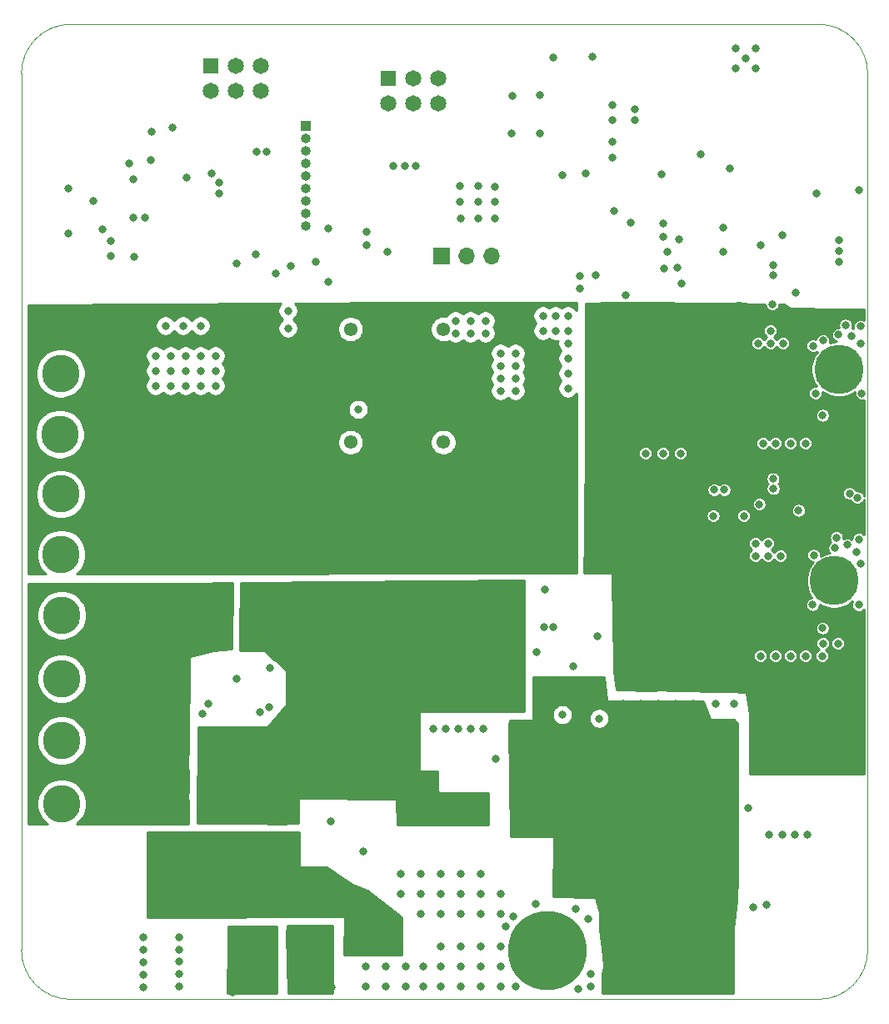
<source format=gbr>
G04 #@! TF.GenerationSoftware,KiCad,Pcbnew,(5.1.2)-2*
G04 #@! TF.CreationDate,2022-02-01T22:26:33+01:00*
G04 #@! TF.ProjectId,PDM,50444d2e-6b69-4636-9164-5f7063625858,rev?*
G04 #@! TF.SameCoordinates,Original*
G04 #@! TF.FileFunction,Copper,L2,Inr*
G04 #@! TF.FilePolarity,Positive*
%FSLAX46Y46*%
G04 Gerber Fmt 4.6, Leading zero omitted, Abs format (unit mm)*
G04 Created by KiCad (PCBNEW (5.1.2)-2) date 2022-02-01 22:26:33*
%MOMM*%
%LPD*%
G04 APERTURE LIST*
%ADD10C,0.050000*%
%ADD11C,1.650000*%
%ADD12R,1.650000X1.650000*%
%ADD13O,1.700000X1.700000*%
%ADD14R,1.700000X1.700000*%
%ADD15C,1.381000*%
%ADD16O,1.000000X1.000000*%
%ADD17R,1.000000X1.000000*%
%ADD18C,0.900000*%
%ADD19C,8.000000*%
%ADD20C,3.800000*%
%ADD21C,0.800000*%
%ADD22C,5.000000*%
%ADD23C,0.254000*%
G04 APERTURE END LIST*
D10*
X74000000Y-80000000D02*
X74000000Y-118000000D01*
X79000000Y-123000000D02*
G75*
G02X74000000Y-118000000I0J5000000D01*
G01*
X160000000Y-118000000D02*
G75*
G02X155000000Y-123000000I-5000000J0D01*
G01*
X155000000Y-24000000D02*
G75*
G02X160000000Y-29000000I0J-5000000D01*
G01*
X74000000Y-29000000D02*
G75*
G02X79000000Y-24000000I5000000J0D01*
G01*
X155000000Y-123000000D02*
X79000000Y-123000000D01*
X160000000Y-29000000D02*
X160000000Y-118000000D01*
X79000000Y-24000000D02*
X155000000Y-24000000D01*
X74000000Y-80000000D02*
X74000000Y-29000000D01*
D11*
X98298000Y-30734000D03*
X98298000Y-28194000D03*
X95758000Y-30734000D03*
X95758000Y-28194000D03*
X93218000Y-30734000D03*
D12*
X93218000Y-28194000D03*
D13*
X121810000Y-47550000D03*
X119270000Y-47550000D03*
D14*
X116730000Y-47550000D03*
D15*
X116870480Y-66435120D03*
X116870480Y-54935120D03*
D16*
X102870000Y-44450000D03*
X102870000Y-43180000D03*
X102870000Y-41910000D03*
X102870000Y-40640000D03*
X102870000Y-39370000D03*
X102870000Y-38100000D03*
X102870000Y-36830000D03*
X102870000Y-35560000D03*
D17*
X102870000Y-34290000D03*
D11*
X116380000Y-32040000D03*
X116380000Y-29500000D03*
X113840000Y-32040000D03*
X113840000Y-29500000D03*
X111300000Y-32040000D03*
D12*
X111300000Y-29500000D03*
D15*
X107431840Y-54941320D03*
X107431840Y-66441320D03*
D18*
X129571320Y-115888680D03*
X127450000Y-115010000D03*
X125328680Y-115888680D03*
X124450000Y-118010000D03*
X125328680Y-120131320D03*
X127450000Y-121010000D03*
X129571320Y-120131320D03*
X130450000Y-118010000D03*
D19*
X127450000Y-118010000D03*
D18*
X139121380Y-120136880D03*
X141242700Y-121015560D03*
X143364020Y-120136880D03*
X144242700Y-118015560D03*
X143364020Y-115894240D03*
X141242700Y-115015560D03*
X139121380Y-115894240D03*
X138242700Y-118015560D03*
D19*
X141242700Y-118015560D03*
D20*
X97625520Y-120367120D03*
X103228760Y-120367120D03*
D21*
X157895825Y-79164175D03*
X156570000Y-78615000D03*
X155244175Y-79164175D03*
X154695000Y-80490000D03*
X155244175Y-81815825D03*
X156570000Y-82365000D03*
X157895825Y-81815825D03*
X158445000Y-80490000D03*
D22*
X156570000Y-80490000D03*
D21*
X158395825Y-57694175D03*
X157070000Y-57145000D03*
X155744175Y-57694175D03*
X155195000Y-59020000D03*
X155744175Y-60345825D03*
X157070000Y-60895000D03*
X158395825Y-60345825D03*
X158945000Y-59020000D03*
D22*
X157070000Y-59020000D03*
D20*
X77978000Y-59436000D03*
X78105200Y-83986760D03*
X78105200Y-90427960D03*
X78105200Y-96716760D03*
X78044240Y-77808760D03*
X77891840Y-65606360D03*
X77993440Y-71691960D03*
X78105200Y-103126760D03*
D21*
X139192000Y-67564000D03*
X140970000Y-67564000D03*
X137414000Y-67564000D03*
X118618000Y-119634000D03*
X120650000Y-119634000D03*
X116586000Y-119634000D03*
X122682000Y-119634000D03*
X118618000Y-117602000D03*
X120650000Y-117602000D03*
X116586000Y-117602000D03*
X122682000Y-117602000D03*
X110998000Y-121666000D03*
X113030000Y-121666000D03*
X108966000Y-121666000D03*
X114808000Y-121666000D03*
X110998000Y-119634000D03*
X113030000Y-119634000D03*
X108966000Y-119634000D03*
X114808000Y-119634000D03*
X118618000Y-114300000D03*
X120650000Y-114300000D03*
X116586000Y-114300000D03*
X122682000Y-114300000D03*
X118618000Y-112268000D03*
X120650000Y-112268000D03*
X116586000Y-112268000D03*
X122682000Y-112268000D03*
X118618000Y-110236000D03*
X120650000Y-110236000D03*
X116586000Y-110236000D03*
X114554000Y-114300000D03*
X114554000Y-112268000D03*
X114554000Y-110236000D03*
X90020000Y-117938000D03*
X90020000Y-116668000D03*
X86360000Y-117978000D03*
X86360000Y-116708000D03*
X134070000Y-35900000D03*
X134060000Y-37510000D03*
X123854000Y-31230000D03*
X85331300Y-43588940D03*
X84952840Y-38130480D03*
X78724760Y-45196760D03*
X150012400Y-106311700D03*
X151320500Y-106311700D03*
X152615900Y-106324400D03*
X146405600Y-93002100D03*
X144526000Y-93014800D03*
X155359100Y-88138000D03*
X156972000Y-86868000D03*
X144386300Y-71259700D03*
X145415000Y-71259700D03*
X153873200Y-106311700D03*
X149753080Y-113406840D03*
X148330000Y-113640000D03*
X85459900Y-47645780D03*
X154836360Y-41214760D03*
X149086360Y-46464760D03*
X145286360Y-44614760D03*
X159136360Y-40864760D03*
X135948420Y-44147740D03*
X146024860Y-38653260D03*
X81280000Y-41943200D03*
X85344000Y-39734860D03*
X120904000Y-95504000D03*
X119634000Y-95504000D03*
X118364000Y-95504000D03*
X117094000Y-95504000D03*
X115824000Y-95504000D03*
X158160000Y-71640000D03*
X158940000Y-72060000D03*
X157083760Y-45944560D03*
X157083760Y-47024060D03*
X157083760Y-48103560D03*
X128016000Y-85229700D03*
X127127000Y-85229700D03*
X92981780Y-92974160D03*
X92407740Y-93964760D03*
X120408000Y-40453360D03*
X122130120Y-42028160D03*
X118604600Y-43740120D03*
X120418160Y-43689320D03*
X122109800Y-43674080D03*
X122089480Y-40468600D03*
X118574120Y-40453360D03*
X120389120Y-42002760D03*
X118599520Y-42023080D03*
X105156000Y-44704000D03*
X105187640Y-50139600D03*
X145286360Y-47114760D03*
X143007080Y-37160200D03*
X99220020Y-89372440D03*
X95849440Y-48298100D03*
X86578440Y-43604180D03*
X98927920Y-36911280D03*
X150300000Y-52400000D03*
X148970000Y-72730000D03*
X111220000Y-47100000D03*
X101346000Y-48514000D03*
X130048000Y-89217500D03*
X132715000Y-94488000D03*
X149352000Y-66548000D03*
X150622000Y-66548000D03*
X152146000Y-66548000D03*
X153670000Y-66548000D03*
X149098000Y-88138000D03*
X150622000Y-88138000D03*
X152146000Y-88138000D03*
X153670000Y-88138000D03*
X90020000Y-119118000D03*
X90020000Y-120388000D03*
X90020000Y-121658000D03*
X86402000Y-119198000D03*
X86402000Y-120468000D03*
X86402000Y-121738000D03*
X155448000Y-86868000D03*
X128080000Y-27360000D03*
X132030000Y-27310000D03*
X134040000Y-32160000D03*
X134040000Y-33730000D03*
X123790000Y-35090000D03*
X136300000Y-33700000D03*
X136300000Y-32600000D03*
X122682000Y-121666000D03*
X120650000Y-121666000D03*
X118618000Y-121666000D03*
X116586000Y-121666000D03*
X112522000Y-110236000D03*
X112522000Y-112268000D03*
X130556000Y-121920000D03*
X131826000Y-120396000D03*
X131826000Y-121666000D03*
X124206000Y-121666000D03*
X130302000Y-113792000D03*
X131572000Y-114808000D03*
X126238000Y-113284000D03*
X123190000Y-115570000D03*
X123952000Y-114554000D03*
X89154000Y-57658000D03*
X89154000Y-60706000D03*
X93726000Y-59182000D03*
X87630000Y-57658000D03*
X87630000Y-59182000D03*
X87630000Y-60706000D03*
X89154000Y-59182000D03*
X90678000Y-60706000D03*
X90678000Y-59182000D03*
X90678000Y-57658000D03*
X92202000Y-57658000D03*
X92202000Y-59182000D03*
X92202000Y-60706000D03*
X93726000Y-60706000D03*
X93726000Y-57658000D03*
X124206000Y-57404000D03*
X124206000Y-58674000D03*
X124206000Y-59944000D03*
X124206000Y-61214000D03*
X122682000Y-57404000D03*
X122682000Y-58674000D03*
X122682000Y-59944000D03*
X122682000Y-61214000D03*
X129540000Y-60960000D03*
X129540000Y-59436000D03*
X129540000Y-57912000D03*
X129540000Y-56388000D03*
X129540000Y-55118000D03*
X128270000Y-55118000D03*
X128270000Y-53594000D03*
X129540000Y-53594000D03*
X127000000Y-55118000D03*
X127000000Y-53594000D03*
X145794000Y-105120000D03*
X145794000Y-101564000D03*
X145794000Y-98008000D03*
X145794000Y-96230000D03*
X145794000Y-99786000D03*
X145794000Y-103342000D03*
X145794000Y-106898000D03*
X129538000Y-112232000D03*
X135126000Y-112232000D03*
X133348000Y-112232000D03*
X136904000Y-112232000D03*
X131570000Y-112232000D03*
X138682000Y-108676000D03*
X140460000Y-108676000D03*
X142238000Y-106898000D03*
X142238000Y-110454000D03*
X142238000Y-108676000D03*
X138682000Y-110454000D03*
X140460000Y-106898000D03*
X140460000Y-110454000D03*
X144016000Y-110454000D03*
X144016000Y-106898000D03*
X144016000Y-108676000D03*
X138682000Y-106898000D03*
X131570000Y-108676000D03*
X133348000Y-108676000D03*
X135126000Y-106898000D03*
X135126000Y-110454000D03*
X135126000Y-108676000D03*
X131570000Y-110454000D03*
X133348000Y-106898000D03*
X133348000Y-110454000D03*
X136904000Y-110454000D03*
X136904000Y-106898000D03*
X136904000Y-108676000D03*
X131570000Y-106898000D03*
X129538000Y-110454000D03*
X129538000Y-106898000D03*
X129538000Y-108676000D03*
X131570000Y-96230000D03*
X131570000Y-98008000D03*
X133348000Y-96230000D03*
X133348000Y-98008000D03*
X131570000Y-99786000D03*
X131570000Y-101564000D03*
X133348000Y-99786000D03*
X133348000Y-101564000D03*
X131570000Y-103342000D03*
X131570000Y-105120000D03*
X133348000Y-103342000D03*
X133348000Y-105120000D03*
X144016000Y-98008000D03*
X144016000Y-101564000D03*
X144016000Y-105120000D03*
X144016000Y-103342000D03*
X144016000Y-99786000D03*
X144016000Y-96230000D03*
X140460000Y-103342000D03*
X142238000Y-98008000D03*
X142238000Y-99786000D03*
X142238000Y-103342000D03*
X142238000Y-96230000D03*
X138682000Y-105120000D03*
X140460000Y-105120000D03*
X142238000Y-101564000D03*
X142238000Y-105120000D03*
X138682000Y-99786000D03*
X138682000Y-101564000D03*
X135126000Y-96230000D03*
X135126000Y-99786000D03*
X135126000Y-101564000D03*
X138682000Y-96230000D03*
X135126000Y-103342000D03*
X140460000Y-98008000D03*
X140460000Y-96230000D03*
X136904000Y-99786000D03*
X140460000Y-99786000D03*
X135126000Y-105120000D03*
X140460000Y-101564000D03*
X136904000Y-96230000D03*
X136904000Y-105120000D03*
X138682000Y-103342000D03*
X135126000Y-98008000D03*
X136904000Y-98008000D03*
X136904000Y-103342000D03*
X136904000Y-101564000D03*
X138682000Y-98008000D03*
X128014000Y-103342000D03*
X128014000Y-105120000D03*
X129792000Y-103342000D03*
X129792000Y-105120000D03*
X128014000Y-99786000D03*
X128014000Y-101564000D03*
X129792000Y-99786000D03*
X129792000Y-101564000D03*
X128014000Y-96230000D03*
X128014000Y-98008000D03*
X129792000Y-96230000D03*
X129792000Y-98008000D03*
X124204000Y-103342000D03*
X124204000Y-105120000D03*
X125982000Y-103342000D03*
X125982000Y-105120000D03*
X124204000Y-99786000D03*
X124204000Y-101564000D03*
X125982000Y-99786000D03*
X125982000Y-101564000D03*
X124204000Y-96230000D03*
X124204000Y-98008000D03*
X125982000Y-96230000D03*
X125982000Y-98008000D03*
X135452000Y-117582000D03*
X135452000Y-119360000D03*
X135452000Y-115804000D03*
X135452000Y-114026000D03*
X137230000Y-114026000D03*
X139262000Y-113518000D03*
X142818000Y-113518000D03*
X144596000Y-114026000D03*
X136976000Y-115550000D03*
X136468000Y-116820000D03*
X136468000Y-118344000D03*
X135452000Y-121138000D03*
X136722000Y-120122000D03*
X136722000Y-121900000D03*
X138246000Y-121900000D03*
X145358000Y-115296000D03*
X144342000Y-122154000D03*
X145866000Y-120122000D03*
X145612000Y-121392000D03*
X138684000Y-94488000D03*
X140462000Y-94488000D03*
X142240000Y-94488000D03*
X138684000Y-92964000D03*
X140462000Y-92964000D03*
X142240000Y-92964000D03*
X136906000Y-92964000D03*
X135128000Y-94488000D03*
X136906000Y-94488000D03*
X135128000Y-92964000D03*
X90818000Y-39595720D03*
X93300000Y-39100000D03*
X82209640Y-44838620D03*
X137414000Y-64008000D03*
X140970000Y-64008000D03*
X139192000Y-64008000D03*
X137414000Y-65786000D03*
X139192000Y-65786000D03*
X140970000Y-65786000D03*
X135636000Y-87122000D03*
X137414000Y-87122000D03*
X139192000Y-87122000D03*
X142748000Y-87122000D03*
X144526000Y-87122000D03*
X140970000Y-87122000D03*
X133858000Y-76454000D03*
X132080000Y-76454000D03*
X144526000Y-65786000D03*
X146304000Y-65786000D03*
X142748000Y-65786000D03*
X144526000Y-64008000D03*
X146304000Y-64008000D03*
X142748000Y-64008000D03*
X133858000Y-65786000D03*
X135636000Y-65786000D03*
X132080000Y-65786000D03*
X140970000Y-81788000D03*
X142748000Y-85344000D03*
X144526000Y-81788000D03*
X142748000Y-81788000D03*
X144526000Y-85344000D03*
X140970000Y-83566000D03*
X142748000Y-83566000D03*
X144526000Y-83566000D03*
X140970000Y-85344000D03*
X135636000Y-81788000D03*
X137414000Y-85344000D03*
X139192000Y-81788000D03*
X137414000Y-81788000D03*
X139192000Y-85344000D03*
X135636000Y-83566000D03*
X137414000Y-83566000D03*
X139192000Y-83566000D03*
X135636000Y-85344000D03*
X140970000Y-76454000D03*
X142748000Y-80010000D03*
X144526000Y-76454000D03*
X142748000Y-76454000D03*
X144526000Y-80010000D03*
X140970000Y-78232000D03*
X142748000Y-78232000D03*
X144526000Y-78232000D03*
X140970000Y-80010000D03*
X135636000Y-76454000D03*
X137414000Y-80010000D03*
X139192000Y-76454000D03*
X137414000Y-76454000D03*
X139192000Y-80010000D03*
X135636000Y-78232000D03*
X137414000Y-78232000D03*
X139192000Y-78232000D03*
X135636000Y-80010000D03*
X137414000Y-71120000D03*
X139192000Y-74676000D03*
X140970000Y-71120000D03*
X139192000Y-71120000D03*
X140970000Y-74676000D03*
X137414000Y-72898000D03*
X139192000Y-72898000D03*
X140970000Y-72898000D03*
X137414000Y-74676000D03*
X132080000Y-71120000D03*
X133858000Y-74676000D03*
X135636000Y-71120000D03*
X133858000Y-71120000D03*
X135636000Y-74676000D03*
X132080000Y-72898000D03*
X133858000Y-72898000D03*
X135636000Y-72898000D03*
X132080000Y-74676000D03*
X133858000Y-69342000D03*
X135636000Y-69342000D03*
X135636000Y-67564000D03*
X132080000Y-69342000D03*
X132080000Y-60198000D03*
X133858000Y-63881000D03*
X135636000Y-60198000D03*
X133858000Y-60198000D03*
X135636000Y-63881000D03*
X132080000Y-61976000D03*
X133858000Y-61976000D03*
X135636000Y-61976000D03*
X132080000Y-63881000D03*
X142748000Y-58420000D03*
X144526000Y-61976000D03*
X146304000Y-58420000D03*
X144526000Y-58420000D03*
X146304000Y-61976000D03*
X142748000Y-60198000D03*
X144526000Y-60198000D03*
X146304000Y-60198000D03*
X142748000Y-61976000D03*
X137414000Y-58420000D03*
X139192000Y-61976000D03*
X140970000Y-58420000D03*
X139192000Y-58420000D03*
X140970000Y-61976000D03*
X137414000Y-60198000D03*
X139192000Y-60198000D03*
X140970000Y-60198000D03*
X137414000Y-61976000D03*
X142748000Y-53086000D03*
X144526000Y-56642000D03*
X146304000Y-53086000D03*
X144526000Y-53086000D03*
X146304000Y-56642000D03*
X142748000Y-54864000D03*
X144526000Y-54864000D03*
X146304000Y-54864000D03*
X142748000Y-56642000D03*
X137414000Y-53086000D03*
X139192000Y-56642000D03*
X140970000Y-53086000D03*
X139192000Y-53086000D03*
X140970000Y-56642000D03*
X137414000Y-54864000D03*
X139192000Y-54864000D03*
X140970000Y-54864000D03*
X156718000Y-92964000D03*
X149098000Y-92964000D03*
X152146000Y-92964000D03*
X150622000Y-92964000D03*
X155194000Y-92964000D03*
X153670000Y-92964000D03*
X156718000Y-91440000D03*
X149098000Y-91440000D03*
X152146000Y-91440000D03*
X150622000Y-91440000D03*
X155194000Y-91440000D03*
X153670000Y-91440000D03*
X149098000Y-89916000D03*
X152146000Y-89916000D03*
X150622000Y-89916000D03*
X155194000Y-89916000D03*
X153670000Y-89916000D03*
X133858000Y-78232000D03*
X156718000Y-94488000D03*
X149098000Y-94488000D03*
X149098000Y-96012000D03*
X150622000Y-96012000D03*
X150622000Y-94488000D03*
X152146000Y-96012000D03*
X152146000Y-94488000D03*
X153670000Y-94488000D03*
X153670000Y-96012000D03*
X153670000Y-97536000D03*
X153670000Y-99060000D03*
X155194000Y-94488000D03*
X155194000Y-96012000D03*
X155194000Y-97536000D03*
X155194000Y-99060000D03*
X156718000Y-99060000D03*
X156718000Y-97536000D03*
X156718000Y-96012000D03*
X133858000Y-53086000D03*
X135636000Y-53086000D03*
X133858000Y-54864000D03*
X135636000Y-54864000D03*
X132080000Y-54864000D03*
X132080000Y-56642000D03*
X133858000Y-56642000D03*
X135636000Y-56642000D03*
X132080000Y-58420000D03*
X133858000Y-58420000D03*
X135636000Y-58420000D03*
X132080000Y-67564000D03*
X133858000Y-67564000D03*
X134220000Y-42960000D03*
X131350000Y-39140000D03*
X126690000Y-31200000D03*
X147845780Y-103568500D03*
X122166380Y-98552000D03*
X154686000Y-61468000D03*
X154432000Y-56642000D03*
X157030000Y-55500000D03*
X159400000Y-61470000D03*
X158360000Y-55610000D03*
X159258000Y-56388000D03*
X159250000Y-54670000D03*
X155440000Y-56110000D03*
X157750000Y-54540000D03*
X159110000Y-76270000D03*
X157900000Y-76840000D03*
X158890000Y-77550000D03*
X159090000Y-82950000D03*
X154520000Y-77900000D03*
X154391360Y-82928460D03*
X156660000Y-77170000D03*
X159258000Y-78740000D03*
X156820000Y-76110000D03*
X93538000Y-103856000D03*
X93538000Y-102078000D03*
X93538000Y-96744000D03*
X93538000Y-100300000D03*
X93538000Y-98522000D03*
X113096000Y-103856000D03*
X123764000Y-93188000D03*
X118430000Y-93188000D03*
X120208000Y-93188000D03*
X121986000Y-93188000D03*
X116652000Y-93188000D03*
X114874000Y-93188000D03*
X123764000Y-86076000D03*
X121986000Y-82520000D03*
X123764000Y-84298000D03*
X123764000Y-82520000D03*
X121986000Y-86076000D03*
X121986000Y-84298000D03*
X123764000Y-89632000D03*
X123764000Y-87854000D03*
X121986000Y-89632000D03*
X121986000Y-91410000D03*
X123764000Y-91410000D03*
X121986000Y-87854000D03*
X120208000Y-91410000D03*
X118430000Y-87854000D03*
X120208000Y-89632000D03*
X120208000Y-87854000D03*
X118430000Y-91410000D03*
X118430000Y-89632000D03*
X113096000Y-100300000D03*
X111318000Y-98522000D03*
X109540000Y-100300000D03*
X113096000Y-102078000D03*
X111318000Y-100300000D03*
X113096000Y-98522000D03*
X111318000Y-102078000D03*
X109540000Y-98522000D03*
X109540000Y-102078000D03*
X113096000Y-96744000D03*
X109540000Y-94966000D03*
X109540000Y-96744000D03*
X111318000Y-93188000D03*
X111318000Y-96744000D03*
X113096000Y-94966000D03*
X111318000Y-94966000D03*
X113096000Y-93188000D03*
X109540000Y-93188000D03*
X95316000Y-102078000D03*
X95316000Y-103856000D03*
X100650000Y-103856000D03*
X98872000Y-102078000D03*
X98872000Y-103856000D03*
X100650000Y-102078000D03*
X97094000Y-102078000D03*
X97094000Y-103856000D03*
X102428000Y-98522000D03*
X102428000Y-100300000D03*
X107762000Y-102078000D03*
X104206000Y-102078000D03*
X107762000Y-100300000D03*
X105984000Y-98522000D03*
X105984000Y-100300000D03*
X102428000Y-102078000D03*
X105984000Y-102078000D03*
X107762000Y-98522000D03*
X104206000Y-98522000D03*
X104206000Y-100300000D03*
X95316000Y-96744000D03*
X95316000Y-98522000D03*
X100650000Y-100300000D03*
X97094000Y-100300000D03*
X100650000Y-98522000D03*
X98872000Y-96744000D03*
X98872000Y-98522000D03*
X95316000Y-100300000D03*
X98872000Y-100300000D03*
X100650000Y-96744000D03*
X97094000Y-96744000D03*
X97094000Y-98522000D03*
X102428000Y-93188000D03*
X102428000Y-94966000D03*
X107762000Y-96744000D03*
X104206000Y-96744000D03*
X107762000Y-94966000D03*
X105984000Y-93188000D03*
X105984000Y-94966000D03*
X102428000Y-96744000D03*
X105984000Y-96744000D03*
X107762000Y-93188000D03*
X104206000Y-93188000D03*
X104206000Y-94966000D03*
X114874000Y-82520000D03*
X114874000Y-84298000D03*
X120208000Y-86076000D03*
X116652000Y-86076000D03*
X120208000Y-84298000D03*
X118430000Y-82520000D03*
X118430000Y-84298000D03*
X114874000Y-86076000D03*
X118430000Y-86076000D03*
X120208000Y-82520000D03*
X116652000Y-82520000D03*
X116652000Y-84298000D03*
X104206000Y-91410000D03*
X107762000Y-89632000D03*
X107762000Y-87854000D03*
X104206000Y-87854000D03*
X105984000Y-87854000D03*
X102428000Y-91410000D03*
X109540000Y-89632000D03*
X102428000Y-87854000D03*
X111318000Y-89632000D03*
X107762000Y-91410000D03*
X111318000Y-87854000D03*
X104206000Y-89632000D03*
X102428000Y-89632000D03*
X105984000Y-91410000D03*
X105984000Y-89632000D03*
X109540000Y-87854000D03*
X114874000Y-87854000D03*
X113096000Y-91410000D03*
X114874000Y-91410000D03*
X116652000Y-91410000D03*
X111318000Y-91410000D03*
X113096000Y-87854000D03*
X113096000Y-89632000D03*
X116652000Y-89632000D03*
X116652000Y-87854000D03*
X109540000Y-91410000D03*
X114874000Y-89632000D03*
X100650000Y-86076000D03*
X104206000Y-84298000D03*
X104206000Y-82520000D03*
X100650000Y-82520000D03*
X102428000Y-82520000D03*
X98872000Y-86076000D03*
X105984000Y-84298000D03*
X98872000Y-82520000D03*
X107762000Y-84298000D03*
X104206000Y-86076000D03*
X107762000Y-82520000D03*
X100650000Y-84298000D03*
X98872000Y-84298000D03*
X102428000Y-86076000D03*
X102428000Y-84298000D03*
X105984000Y-82520000D03*
X111318000Y-82520000D03*
X109540000Y-86076000D03*
X111318000Y-86076000D03*
X113096000Y-86076000D03*
X107762000Y-86076000D03*
X109540000Y-82520000D03*
X109540000Y-84298000D03*
X113096000Y-84298000D03*
X113096000Y-82520000D03*
X105984000Y-86076000D03*
X111318000Y-84298000D03*
X115062000Y-102108000D03*
X115062000Y-100330000D03*
X109063680Y-45044360D03*
X127254000Y-72644000D03*
X125476000Y-72644000D03*
X125476000Y-74422000D03*
X129032000Y-76200000D03*
X125476000Y-76200000D03*
X127254000Y-76200000D03*
X127254000Y-74422000D03*
X129032000Y-74422000D03*
X129032000Y-72644000D03*
X127254000Y-77978000D03*
X125476000Y-77978000D03*
X129032000Y-77978000D03*
X104140000Y-77978000D03*
X105918000Y-77978000D03*
X113030000Y-77978000D03*
X107696000Y-77978000D03*
X118364000Y-77978000D03*
X109474000Y-77978000D03*
X114808000Y-77978000D03*
X111252000Y-77978000D03*
X116586000Y-77978000D03*
X123698000Y-77978000D03*
X120142000Y-77978000D03*
X121920000Y-77978000D03*
X97028000Y-77978000D03*
X89916000Y-77978000D03*
X88138000Y-77978000D03*
X91694000Y-77978000D03*
X93472000Y-77978000D03*
X95250000Y-77978000D03*
X100584000Y-77978000D03*
X102362000Y-77978000D03*
X98806000Y-77978000D03*
X121920000Y-72644000D03*
X120142000Y-72644000D03*
X120142000Y-70866000D03*
X123698000Y-72644000D03*
X123698000Y-70866000D03*
X121920000Y-70866000D03*
X120142000Y-74422000D03*
X123698000Y-76200000D03*
X120142000Y-76200000D03*
X121920000Y-76200000D03*
X121920000Y-74422000D03*
X123698000Y-74422000D03*
X116586000Y-72644000D03*
X114808000Y-72644000D03*
X114808000Y-70866000D03*
X118364000Y-72644000D03*
X118364000Y-70866000D03*
X116586000Y-70866000D03*
X114808000Y-74422000D03*
X118364000Y-76200000D03*
X114808000Y-76200000D03*
X116586000Y-76200000D03*
X116586000Y-74422000D03*
X118364000Y-74422000D03*
X111252000Y-72644000D03*
X109474000Y-72644000D03*
X109474000Y-70866000D03*
X113030000Y-72644000D03*
X113030000Y-70866000D03*
X111252000Y-70866000D03*
X109474000Y-74422000D03*
X113030000Y-76200000D03*
X109474000Y-76200000D03*
X111252000Y-76200000D03*
X111252000Y-74422000D03*
X113030000Y-74422000D03*
X105918000Y-72644000D03*
X104140000Y-72644000D03*
X104140000Y-70866000D03*
X107696000Y-72644000D03*
X107696000Y-70866000D03*
X105918000Y-70866000D03*
X104140000Y-74422000D03*
X107696000Y-76200000D03*
X104140000Y-76200000D03*
X105918000Y-76200000D03*
X105918000Y-74422000D03*
X107696000Y-74422000D03*
X100584000Y-72644000D03*
X98806000Y-72644000D03*
X98806000Y-70866000D03*
X102362000Y-72644000D03*
X102362000Y-70866000D03*
X100584000Y-70866000D03*
X98806000Y-74422000D03*
X102362000Y-76200000D03*
X98806000Y-76200000D03*
X100584000Y-76200000D03*
X100584000Y-74422000D03*
X102362000Y-74422000D03*
X100584000Y-65532000D03*
X98806000Y-65532000D03*
X98806000Y-67310000D03*
X98806000Y-69088000D03*
X100584000Y-69088000D03*
X100584000Y-67310000D03*
X95250000Y-72644000D03*
X93472000Y-72644000D03*
X93472000Y-70866000D03*
X97028000Y-72644000D03*
X97028000Y-70866000D03*
X95250000Y-70866000D03*
X93472000Y-74422000D03*
X97028000Y-76200000D03*
X93472000Y-76200000D03*
X95250000Y-76200000D03*
X95250000Y-74422000D03*
X97028000Y-74422000D03*
X89916000Y-72644000D03*
X88138000Y-72644000D03*
X88138000Y-70866000D03*
X91694000Y-72644000D03*
X91694000Y-70866000D03*
X89916000Y-70866000D03*
X88138000Y-74422000D03*
X91694000Y-76200000D03*
X88138000Y-76200000D03*
X89916000Y-76200000D03*
X89916000Y-74422000D03*
X91694000Y-74422000D03*
X95250000Y-65532000D03*
X93472000Y-65532000D03*
X97028000Y-65532000D03*
X93472000Y-67310000D03*
X97028000Y-69088000D03*
X93472000Y-69088000D03*
X95250000Y-69088000D03*
X95250000Y-67310000D03*
X97028000Y-67310000D03*
X89916000Y-69088000D03*
X88138000Y-69088000D03*
X88138000Y-67310000D03*
X91694000Y-69088000D03*
X91694000Y-67310000D03*
X89916000Y-67310000D03*
X89916000Y-65532000D03*
X88138000Y-65532000D03*
X91694000Y-65532000D03*
X93726000Y-86106000D03*
X91948000Y-86106000D03*
X93726000Y-84328000D03*
X93726000Y-82550000D03*
X91948000Y-84328000D03*
X91948000Y-82550000D03*
X90170000Y-86106000D03*
X88392000Y-86106000D03*
X90170000Y-84328000D03*
X90170000Y-82550000D03*
X88392000Y-84328000D03*
X88392000Y-82550000D03*
X90170000Y-91440000D03*
X88392000Y-91440000D03*
X90170000Y-89662000D03*
X90170000Y-87884000D03*
X88392000Y-89662000D03*
X88392000Y-87884000D03*
X90170000Y-96774000D03*
X88392000Y-96774000D03*
X90170000Y-94996000D03*
X90170000Y-93218000D03*
X88392000Y-94996000D03*
X88392000Y-93218000D03*
X90170000Y-102108000D03*
X88392000Y-102108000D03*
X90170000Y-100330000D03*
X90170000Y-98552000D03*
X88392000Y-100330000D03*
X88392000Y-98552000D03*
X90170000Y-103886000D03*
X88392000Y-103886000D03*
X86614000Y-98552000D03*
X86614000Y-100330000D03*
X86614000Y-94996000D03*
X86614000Y-93218000D03*
X86614000Y-87884000D03*
X86614000Y-86106000D03*
X93472000Y-110236000D03*
X93472000Y-111760000D03*
X94996000Y-111760000D03*
X94996000Y-110236000D03*
X96520000Y-110236000D03*
X96520000Y-111760000D03*
X96520000Y-113284000D03*
X98044000Y-111760000D03*
X98044000Y-110236000D03*
X99568000Y-110236000D03*
X99568000Y-111760000D03*
X101092000Y-111760000D03*
X101092000Y-110236000D03*
X102616000Y-110236000D03*
X102616000Y-111760000D03*
X104140000Y-113284000D03*
X94996000Y-113284000D03*
X93472000Y-113284000D03*
X91948000Y-113284000D03*
X91948000Y-111760000D03*
X91948000Y-110236000D03*
X91948000Y-108712000D03*
X93472000Y-108712000D03*
X94996000Y-108712000D03*
X96520000Y-108712000D03*
X98044000Y-108712000D03*
X99568000Y-108712000D03*
X101092000Y-108712000D03*
X99568000Y-107188000D03*
X98044000Y-107188000D03*
X96520000Y-107188000D03*
X94996000Y-107188000D03*
X93472000Y-107188000D03*
X91948000Y-107188000D03*
X104140000Y-110236000D03*
X104140000Y-111760000D03*
X105664000Y-113284000D03*
X105664000Y-111760000D03*
X107188000Y-113284000D03*
X107188000Y-111760000D03*
X108712000Y-113284000D03*
X107188000Y-114808000D03*
X108712000Y-114808000D03*
X110236000Y-113284000D03*
X110236000Y-114808000D03*
X150114000Y-56388000D03*
X148844000Y-56388000D03*
X151384000Y-56388000D03*
X150114000Y-55118000D03*
X151130000Y-77978000D03*
X149860000Y-77978000D03*
X149860000Y-76708000D03*
X148590000Y-76708000D03*
X148590000Y-77978000D03*
X109048440Y-46400720D03*
X94127320Y-40111680D03*
X94132400Y-41193720D03*
X103953200Y-48097440D03*
X118110000Y-54102000D03*
X118110000Y-55372000D03*
X119634000Y-54102000D03*
X121158000Y-54102000D03*
X121158000Y-55372000D03*
X119634000Y-55372000D03*
X139059920Y-39235380D03*
X130738880Y-50835560D03*
X130789680Y-49514760D03*
X132334000Y-49499520D03*
X111770000Y-38390000D03*
X112970000Y-38390000D03*
X114070000Y-38390000D03*
X126330000Y-87770000D03*
X99146360Y-93286580D03*
X98254820Y-93853000D03*
X83050380Y-47531020D03*
X87168000Y-37745720D03*
X89380000Y-34450000D03*
X150401040Y-71138000D03*
X150385800Y-70137240D03*
X150428960Y-48474400D03*
X150434040Y-49485320D03*
X132491480Y-86151720D03*
X97777300Y-47320200D03*
X97909380Y-36916360D03*
X139336360Y-48764760D03*
X140686360Y-48714760D03*
X139236360Y-45614760D03*
X139236360Y-44214760D03*
X139650000Y-47100000D03*
X140850000Y-45830000D03*
X83050380Y-45961300D03*
X78732380Y-40662860D03*
X108710000Y-108000000D03*
X87200000Y-34930000D03*
X146558000Y-26416000D03*
X148590000Y-26416000D03*
X147574000Y-27432000D03*
X148590000Y-28448000D03*
X146558000Y-28448000D03*
X151286360Y-45385840D03*
X127200000Y-81400000D03*
X92202000Y-54610000D03*
X99822000Y-49276000D03*
X128968500Y-94107000D03*
X108213440Y-63083440D03*
X101092000Y-53086000D03*
X152707340Y-51225220D03*
X141100000Y-50300000D03*
X135420000Y-51530000D03*
X105443540Y-104960220D03*
X90424000Y-54610000D03*
X95828270Y-90417230D03*
X88646000Y-54610000D03*
X126670000Y-35060000D03*
X155400000Y-85300000D03*
X128960000Y-39340000D03*
X155400000Y-63700000D03*
X144300000Y-73900000D03*
X101092000Y-54864000D03*
X152961340Y-73353040D03*
X147400000Y-73900000D03*
X101860000Y-117850000D03*
X103120000Y-117650000D03*
X104350000Y-117910000D03*
X105260000Y-118520000D03*
X103960000Y-116500000D03*
X105090000Y-117040000D03*
X105160000Y-115890000D03*
X105500000Y-121810000D03*
X99200000Y-118150000D03*
X98000000Y-117780000D03*
X96780000Y-117880000D03*
X95620000Y-118500000D03*
X95480000Y-116040000D03*
X95560000Y-117340000D03*
X96590000Y-116740000D03*
X95480000Y-122260000D03*
D23*
G36*
X130429000Y-53061532D02*
G01*
X130343937Y-52934226D01*
X130199774Y-52790063D01*
X130030256Y-52676795D01*
X129841898Y-52598774D01*
X129641939Y-52559000D01*
X129438061Y-52559000D01*
X129238102Y-52598774D01*
X129049744Y-52676795D01*
X128905000Y-52773510D01*
X128760256Y-52676795D01*
X128571898Y-52598774D01*
X128371939Y-52559000D01*
X128168061Y-52559000D01*
X127968102Y-52598774D01*
X127779744Y-52676795D01*
X127635000Y-52773510D01*
X127490256Y-52676795D01*
X127301898Y-52598774D01*
X127101939Y-52559000D01*
X126898061Y-52559000D01*
X126698102Y-52598774D01*
X126509744Y-52676795D01*
X126340226Y-52790063D01*
X126196063Y-52934226D01*
X126082795Y-53103744D01*
X126004774Y-53292102D01*
X125965000Y-53492061D01*
X125965000Y-53695939D01*
X126004774Y-53895898D01*
X126082795Y-54084256D01*
X126196063Y-54253774D01*
X126298289Y-54356000D01*
X126196063Y-54458226D01*
X126082795Y-54627744D01*
X126004774Y-54816102D01*
X125965000Y-55016061D01*
X125965000Y-55219939D01*
X126004774Y-55419898D01*
X126082795Y-55608256D01*
X126196063Y-55777774D01*
X126340226Y-55921937D01*
X126509744Y-56035205D01*
X126698102Y-56113226D01*
X126898061Y-56153000D01*
X127101939Y-56153000D01*
X127301898Y-56113226D01*
X127490256Y-56035205D01*
X127635000Y-55938490D01*
X127779744Y-56035205D01*
X127968102Y-56113226D01*
X128168061Y-56153000D01*
X128371939Y-56153000D01*
X128538039Y-56119961D01*
X128505000Y-56286061D01*
X128505000Y-56489939D01*
X128544774Y-56689898D01*
X128622795Y-56878256D01*
X128736063Y-57047774D01*
X128838289Y-57150000D01*
X128736063Y-57252226D01*
X128622795Y-57421744D01*
X128544774Y-57610102D01*
X128505000Y-57810061D01*
X128505000Y-58013939D01*
X128544774Y-58213898D01*
X128622795Y-58402256D01*
X128736063Y-58571774D01*
X128838289Y-58674000D01*
X128736063Y-58776226D01*
X128622795Y-58945744D01*
X128544774Y-59134102D01*
X128505000Y-59334061D01*
X128505000Y-59537939D01*
X128544774Y-59737898D01*
X128622795Y-59926256D01*
X128736063Y-60095774D01*
X128838289Y-60198000D01*
X128736063Y-60300226D01*
X128622795Y-60469744D01*
X128544774Y-60658102D01*
X128505000Y-60858061D01*
X128505000Y-61061939D01*
X128544774Y-61261898D01*
X128622795Y-61450256D01*
X128736063Y-61619774D01*
X128880226Y-61763937D01*
X129049744Y-61877205D01*
X129238102Y-61955226D01*
X129438061Y-61995000D01*
X129641939Y-61995000D01*
X129841898Y-61955226D01*
X130030256Y-61877205D01*
X130199774Y-61763937D01*
X130343937Y-61619774D01*
X130429000Y-61492468D01*
X130429000Y-79705407D01*
X79644475Y-79788335D01*
X79660208Y-79777823D01*
X80013303Y-79424728D01*
X80290728Y-79009533D01*
X80481822Y-78548192D01*
X80579240Y-78058436D01*
X80579240Y-77559084D01*
X80481822Y-77069328D01*
X80290728Y-76607987D01*
X80013303Y-76192792D01*
X79660208Y-75839697D01*
X79245013Y-75562272D01*
X78783672Y-75371178D01*
X78293916Y-75273760D01*
X77794564Y-75273760D01*
X77304808Y-75371178D01*
X76843467Y-75562272D01*
X76428272Y-75839697D01*
X76075177Y-76192792D01*
X75797752Y-76607987D01*
X75606658Y-77069328D01*
X75509240Y-77559084D01*
X75509240Y-78058436D01*
X75606658Y-78548192D01*
X75797752Y-79009533D01*
X76075177Y-79424728D01*
X76428272Y-79777823D01*
X76451807Y-79793549D01*
X74683653Y-79796436D01*
X74660000Y-78608310D01*
X74660000Y-71442284D01*
X75458440Y-71442284D01*
X75458440Y-71941636D01*
X75555858Y-72431392D01*
X75746952Y-72892733D01*
X76024377Y-73307928D01*
X76377472Y-73661023D01*
X76792667Y-73938448D01*
X77254008Y-74129542D01*
X77743764Y-74226960D01*
X78243116Y-74226960D01*
X78732872Y-74129542D01*
X79194213Y-73938448D01*
X79609408Y-73661023D01*
X79962503Y-73307928D01*
X80239928Y-72892733D01*
X80431022Y-72431392D01*
X80528440Y-71941636D01*
X80528440Y-71442284D01*
X80431022Y-70952528D01*
X80239928Y-70491187D01*
X79962503Y-70075992D01*
X79609408Y-69722897D01*
X79194213Y-69445472D01*
X78732872Y-69254378D01*
X78243116Y-69156960D01*
X77743764Y-69156960D01*
X77254008Y-69254378D01*
X76792667Y-69445472D01*
X76377472Y-69722897D01*
X76024377Y-70075992D01*
X75746952Y-70491187D01*
X75555858Y-70952528D01*
X75458440Y-71442284D01*
X74660000Y-71442284D01*
X74660000Y-65356684D01*
X75356840Y-65356684D01*
X75356840Y-65856036D01*
X75454258Y-66345792D01*
X75645352Y-66807133D01*
X75922777Y-67222328D01*
X76275872Y-67575423D01*
X76691067Y-67852848D01*
X77152408Y-68043942D01*
X77642164Y-68141360D01*
X78141516Y-68141360D01*
X78631272Y-68043942D01*
X79092613Y-67852848D01*
X79507808Y-67575423D01*
X79860903Y-67222328D01*
X80138328Y-66807133D01*
X80329422Y-66345792D01*
X80336388Y-66310770D01*
X106106340Y-66310770D01*
X106106340Y-66571870D01*
X106157278Y-66827954D01*
X106257197Y-67069180D01*
X106402257Y-67286277D01*
X106586883Y-67470903D01*
X106803980Y-67615963D01*
X107045206Y-67715882D01*
X107301290Y-67766820D01*
X107562390Y-67766820D01*
X107818474Y-67715882D01*
X108059700Y-67615963D01*
X108276797Y-67470903D01*
X108461423Y-67286277D01*
X108606483Y-67069180D01*
X108706402Y-66827954D01*
X108757340Y-66571870D01*
X108757340Y-66310770D01*
X108756107Y-66304570D01*
X115544980Y-66304570D01*
X115544980Y-66565670D01*
X115595918Y-66821754D01*
X115695837Y-67062980D01*
X115840897Y-67280077D01*
X116025523Y-67464703D01*
X116242620Y-67609763D01*
X116483846Y-67709682D01*
X116739930Y-67760620D01*
X117001030Y-67760620D01*
X117257114Y-67709682D01*
X117498340Y-67609763D01*
X117715437Y-67464703D01*
X117900063Y-67280077D01*
X118045123Y-67062980D01*
X118145042Y-66821754D01*
X118195980Y-66565670D01*
X118195980Y-66304570D01*
X118145042Y-66048486D01*
X118045123Y-65807260D01*
X117900063Y-65590163D01*
X117715437Y-65405537D01*
X117498340Y-65260477D01*
X117257114Y-65160558D01*
X117001030Y-65109620D01*
X116739930Y-65109620D01*
X116483846Y-65160558D01*
X116242620Y-65260477D01*
X116025523Y-65405537D01*
X115840897Y-65590163D01*
X115695837Y-65807260D01*
X115595918Y-66048486D01*
X115544980Y-66304570D01*
X108756107Y-66304570D01*
X108706402Y-66054686D01*
X108606483Y-65813460D01*
X108461423Y-65596363D01*
X108276797Y-65411737D01*
X108059700Y-65266677D01*
X107818474Y-65166758D01*
X107562390Y-65115820D01*
X107301290Y-65115820D01*
X107045206Y-65166758D01*
X106803980Y-65266677D01*
X106586883Y-65411737D01*
X106402257Y-65596363D01*
X106257197Y-65813460D01*
X106157278Y-66054686D01*
X106106340Y-66310770D01*
X80336388Y-66310770D01*
X80426840Y-65856036D01*
X80426840Y-65356684D01*
X80329422Y-64866928D01*
X80138328Y-64405587D01*
X79860903Y-63990392D01*
X79507808Y-63637297D01*
X79092613Y-63359872D01*
X78631272Y-63168778D01*
X78141516Y-63071360D01*
X77642164Y-63071360D01*
X77152408Y-63168778D01*
X76691067Y-63359872D01*
X76275872Y-63637297D01*
X75922777Y-63990392D01*
X75645352Y-64405587D01*
X75454258Y-64866928D01*
X75356840Y-65356684D01*
X74660000Y-65356684D01*
X74660000Y-62981501D01*
X107178440Y-62981501D01*
X107178440Y-63185379D01*
X107218214Y-63385338D01*
X107296235Y-63573696D01*
X107409503Y-63743214D01*
X107553666Y-63887377D01*
X107723184Y-64000645D01*
X107911542Y-64078666D01*
X108111501Y-64118440D01*
X108315379Y-64118440D01*
X108515338Y-64078666D01*
X108703696Y-64000645D01*
X108873214Y-63887377D01*
X109017377Y-63743214D01*
X109130645Y-63573696D01*
X109208666Y-63385338D01*
X109248440Y-63185379D01*
X109248440Y-62981501D01*
X109208666Y-62781542D01*
X109130645Y-62593184D01*
X109017377Y-62423666D01*
X108873214Y-62279503D01*
X108703696Y-62166235D01*
X108515338Y-62088214D01*
X108315379Y-62048440D01*
X108111501Y-62048440D01*
X107911542Y-62088214D01*
X107723184Y-62166235D01*
X107553666Y-62279503D01*
X107409503Y-62423666D01*
X107296235Y-62593184D01*
X107218214Y-62781542D01*
X107178440Y-62981501D01*
X74660000Y-62981501D01*
X74660000Y-59186324D01*
X75443000Y-59186324D01*
X75443000Y-59685676D01*
X75540418Y-60175432D01*
X75731512Y-60636773D01*
X76008937Y-61051968D01*
X76362032Y-61405063D01*
X76777227Y-61682488D01*
X77238568Y-61873582D01*
X77728324Y-61971000D01*
X78227676Y-61971000D01*
X78717432Y-61873582D01*
X79178773Y-61682488D01*
X79593968Y-61405063D01*
X79947063Y-61051968D01*
X80224488Y-60636773D01*
X80415582Y-60175432D01*
X80513000Y-59685676D01*
X80513000Y-59186324D01*
X80415582Y-58696568D01*
X80224488Y-58235227D01*
X79947063Y-57820032D01*
X79683092Y-57556061D01*
X86595000Y-57556061D01*
X86595000Y-57759939D01*
X86634774Y-57959898D01*
X86712795Y-58148256D01*
X86826063Y-58317774D01*
X86928289Y-58420000D01*
X86826063Y-58522226D01*
X86712795Y-58691744D01*
X86634774Y-58880102D01*
X86595000Y-59080061D01*
X86595000Y-59283939D01*
X86634774Y-59483898D01*
X86712795Y-59672256D01*
X86826063Y-59841774D01*
X86928289Y-59944000D01*
X86826063Y-60046226D01*
X86712795Y-60215744D01*
X86634774Y-60404102D01*
X86595000Y-60604061D01*
X86595000Y-60807939D01*
X86634774Y-61007898D01*
X86712795Y-61196256D01*
X86826063Y-61365774D01*
X86970226Y-61509937D01*
X87139744Y-61623205D01*
X87328102Y-61701226D01*
X87528061Y-61741000D01*
X87731939Y-61741000D01*
X87931898Y-61701226D01*
X88120256Y-61623205D01*
X88289774Y-61509937D01*
X88392000Y-61407711D01*
X88494226Y-61509937D01*
X88663744Y-61623205D01*
X88852102Y-61701226D01*
X89052061Y-61741000D01*
X89255939Y-61741000D01*
X89455898Y-61701226D01*
X89644256Y-61623205D01*
X89813774Y-61509937D01*
X89916000Y-61407711D01*
X90018226Y-61509937D01*
X90187744Y-61623205D01*
X90376102Y-61701226D01*
X90576061Y-61741000D01*
X90779939Y-61741000D01*
X90979898Y-61701226D01*
X91168256Y-61623205D01*
X91337774Y-61509937D01*
X91440000Y-61407711D01*
X91542226Y-61509937D01*
X91711744Y-61623205D01*
X91900102Y-61701226D01*
X92100061Y-61741000D01*
X92303939Y-61741000D01*
X92503898Y-61701226D01*
X92692256Y-61623205D01*
X92861774Y-61509937D01*
X92964000Y-61407711D01*
X93066226Y-61509937D01*
X93235744Y-61623205D01*
X93424102Y-61701226D01*
X93624061Y-61741000D01*
X93827939Y-61741000D01*
X94027898Y-61701226D01*
X94216256Y-61623205D01*
X94385774Y-61509937D01*
X94529937Y-61365774D01*
X94643205Y-61196256D01*
X94721226Y-61007898D01*
X94761000Y-60807939D01*
X94761000Y-60604061D01*
X94721226Y-60404102D01*
X94643205Y-60215744D01*
X94529937Y-60046226D01*
X94427711Y-59944000D01*
X94529937Y-59841774D01*
X94643205Y-59672256D01*
X94721226Y-59483898D01*
X94761000Y-59283939D01*
X94761000Y-59080061D01*
X94721226Y-58880102D01*
X94643205Y-58691744D01*
X94529937Y-58522226D01*
X94427711Y-58420000D01*
X94529937Y-58317774D01*
X94643205Y-58148256D01*
X94721226Y-57959898D01*
X94761000Y-57759939D01*
X94761000Y-57556061D01*
X94721226Y-57356102D01*
X94698842Y-57302061D01*
X121647000Y-57302061D01*
X121647000Y-57505939D01*
X121686774Y-57705898D01*
X121764795Y-57894256D01*
X121861510Y-58039000D01*
X121764795Y-58183744D01*
X121686774Y-58372102D01*
X121647000Y-58572061D01*
X121647000Y-58775939D01*
X121686774Y-58975898D01*
X121764795Y-59164256D01*
X121861510Y-59309000D01*
X121764795Y-59453744D01*
X121686774Y-59642102D01*
X121647000Y-59842061D01*
X121647000Y-60045939D01*
X121686774Y-60245898D01*
X121764795Y-60434256D01*
X121861510Y-60579000D01*
X121764795Y-60723744D01*
X121686774Y-60912102D01*
X121647000Y-61112061D01*
X121647000Y-61315939D01*
X121686774Y-61515898D01*
X121764795Y-61704256D01*
X121878063Y-61873774D01*
X122022226Y-62017937D01*
X122191744Y-62131205D01*
X122380102Y-62209226D01*
X122580061Y-62249000D01*
X122783939Y-62249000D01*
X122983898Y-62209226D01*
X123172256Y-62131205D01*
X123341774Y-62017937D01*
X123444000Y-61915711D01*
X123546226Y-62017937D01*
X123715744Y-62131205D01*
X123904102Y-62209226D01*
X124104061Y-62249000D01*
X124307939Y-62249000D01*
X124507898Y-62209226D01*
X124696256Y-62131205D01*
X124865774Y-62017937D01*
X125009937Y-61873774D01*
X125123205Y-61704256D01*
X125201226Y-61515898D01*
X125241000Y-61315939D01*
X125241000Y-61112061D01*
X125201226Y-60912102D01*
X125123205Y-60723744D01*
X125026490Y-60579000D01*
X125123205Y-60434256D01*
X125201226Y-60245898D01*
X125241000Y-60045939D01*
X125241000Y-59842061D01*
X125201226Y-59642102D01*
X125123205Y-59453744D01*
X125026490Y-59309000D01*
X125123205Y-59164256D01*
X125201226Y-58975898D01*
X125241000Y-58775939D01*
X125241000Y-58572061D01*
X125201226Y-58372102D01*
X125123205Y-58183744D01*
X125026490Y-58039000D01*
X125123205Y-57894256D01*
X125201226Y-57705898D01*
X125241000Y-57505939D01*
X125241000Y-57302061D01*
X125201226Y-57102102D01*
X125123205Y-56913744D01*
X125009937Y-56744226D01*
X124865774Y-56600063D01*
X124696256Y-56486795D01*
X124507898Y-56408774D01*
X124307939Y-56369000D01*
X124104061Y-56369000D01*
X123904102Y-56408774D01*
X123715744Y-56486795D01*
X123546226Y-56600063D01*
X123444000Y-56702289D01*
X123341774Y-56600063D01*
X123172256Y-56486795D01*
X122983898Y-56408774D01*
X122783939Y-56369000D01*
X122580061Y-56369000D01*
X122380102Y-56408774D01*
X122191744Y-56486795D01*
X122022226Y-56600063D01*
X121878063Y-56744226D01*
X121764795Y-56913744D01*
X121686774Y-57102102D01*
X121647000Y-57302061D01*
X94698842Y-57302061D01*
X94643205Y-57167744D01*
X94529937Y-56998226D01*
X94385774Y-56854063D01*
X94216256Y-56740795D01*
X94027898Y-56662774D01*
X93827939Y-56623000D01*
X93624061Y-56623000D01*
X93424102Y-56662774D01*
X93235744Y-56740795D01*
X93066226Y-56854063D01*
X92964000Y-56956289D01*
X92861774Y-56854063D01*
X92692256Y-56740795D01*
X92503898Y-56662774D01*
X92303939Y-56623000D01*
X92100061Y-56623000D01*
X91900102Y-56662774D01*
X91711744Y-56740795D01*
X91542226Y-56854063D01*
X91440000Y-56956289D01*
X91337774Y-56854063D01*
X91168256Y-56740795D01*
X90979898Y-56662774D01*
X90779939Y-56623000D01*
X90576061Y-56623000D01*
X90376102Y-56662774D01*
X90187744Y-56740795D01*
X90018226Y-56854063D01*
X89916000Y-56956289D01*
X89813774Y-56854063D01*
X89644256Y-56740795D01*
X89455898Y-56662774D01*
X89255939Y-56623000D01*
X89052061Y-56623000D01*
X88852102Y-56662774D01*
X88663744Y-56740795D01*
X88494226Y-56854063D01*
X88392000Y-56956289D01*
X88289774Y-56854063D01*
X88120256Y-56740795D01*
X87931898Y-56662774D01*
X87731939Y-56623000D01*
X87528061Y-56623000D01*
X87328102Y-56662774D01*
X87139744Y-56740795D01*
X86970226Y-56854063D01*
X86826063Y-56998226D01*
X86712795Y-57167744D01*
X86634774Y-57356102D01*
X86595000Y-57556061D01*
X79683092Y-57556061D01*
X79593968Y-57466937D01*
X79178773Y-57189512D01*
X78717432Y-56998418D01*
X78227676Y-56901000D01*
X77728324Y-56901000D01*
X77238568Y-56998418D01*
X76777227Y-57189512D01*
X76362032Y-57466937D01*
X76008937Y-57820032D01*
X75731512Y-58235227D01*
X75540418Y-58696568D01*
X75443000Y-59186324D01*
X74660000Y-59186324D01*
X74660000Y-54508061D01*
X87611000Y-54508061D01*
X87611000Y-54711939D01*
X87650774Y-54911898D01*
X87728795Y-55100256D01*
X87842063Y-55269774D01*
X87986226Y-55413937D01*
X88155744Y-55527205D01*
X88344102Y-55605226D01*
X88544061Y-55645000D01*
X88747939Y-55645000D01*
X88947898Y-55605226D01*
X89136256Y-55527205D01*
X89305774Y-55413937D01*
X89449937Y-55269774D01*
X89535000Y-55142468D01*
X89620063Y-55269774D01*
X89764226Y-55413937D01*
X89933744Y-55527205D01*
X90122102Y-55605226D01*
X90322061Y-55645000D01*
X90525939Y-55645000D01*
X90725898Y-55605226D01*
X90914256Y-55527205D01*
X91083774Y-55413937D01*
X91227937Y-55269774D01*
X91313000Y-55142468D01*
X91398063Y-55269774D01*
X91542226Y-55413937D01*
X91711744Y-55527205D01*
X91900102Y-55605226D01*
X92100061Y-55645000D01*
X92303939Y-55645000D01*
X92503898Y-55605226D01*
X92692256Y-55527205D01*
X92861774Y-55413937D01*
X93005937Y-55269774D01*
X93119205Y-55100256D01*
X93197226Y-54911898D01*
X93237000Y-54711939D01*
X93237000Y-54508061D01*
X93197226Y-54308102D01*
X93119205Y-54119744D01*
X93005937Y-53950226D01*
X92861774Y-53806063D01*
X92692256Y-53692795D01*
X92503898Y-53614774D01*
X92303939Y-53575000D01*
X92100061Y-53575000D01*
X91900102Y-53614774D01*
X91711744Y-53692795D01*
X91542226Y-53806063D01*
X91398063Y-53950226D01*
X91313000Y-54077532D01*
X91227937Y-53950226D01*
X91083774Y-53806063D01*
X90914256Y-53692795D01*
X90725898Y-53614774D01*
X90525939Y-53575000D01*
X90322061Y-53575000D01*
X90122102Y-53614774D01*
X89933744Y-53692795D01*
X89764226Y-53806063D01*
X89620063Y-53950226D01*
X89535000Y-54077532D01*
X89449937Y-53950226D01*
X89305774Y-53806063D01*
X89136256Y-53692795D01*
X88947898Y-53614774D01*
X88747939Y-53575000D01*
X88544061Y-53575000D01*
X88344102Y-53614774D01*
X88155744Y-53692795D01*
X87986226Y-53806063D01*
X87842063Y-53950226D01*
X87728795Y-54119744D01*
X87650774Y-54308102D01*
X87611000Y-54508061D01*
X74660000Y-54508061D01*
X74660000Y-52488407D01*
X100353829Y-52360460D01*
X100288063Y-52426226D01*
X100174795Y-52595744D01*
X100096774Y-52784102D01*
X100057000Y-52984061D01*
X100057000Y-53187939D01*
X100096774Y-53387898D01*
X100174795Y-53576256D01*
X100288063Y-53745774D01*
X100432226Y-53889937D01*
X100559532Y-53975000D01*
X100432226Y-54060063D01*
X100288063Y-54204226D01*
X100174795Y-54373744D01*
X100096774Y-54562102D01*
X100057000Y-54762061D01*
X100057000Y-54965939D01*
X100096774Y-55165898D01*
X100174795Y-55354256D01*
X100288063Y-55523774D01*
X100432226Y-55667937D01*
X100601744Y-55781205D01*
X100790102Y-55859226D01*
X100990061Y-55899000D01*
X101193939Y-55899000D01*
X101393898Y-55859226D01*
X101582256Y-55781205D01*
X101751774Y-55667937D01*
X101895937Y-55523774D01*
X102009205Y-55354256D01*
X102087226Y-55165898D01*
X102127000Y-54965939D01*
X102127000Y-54810770D01*
X106106340Y-54810770D01*
X106106340Y-55071870D01*
X106157278Y-55327954D01*
X106257197Y-55569180D01*
X106402257Y-55786277D01*
X106586883Y-55970903D01*
X106803980Y-56115963D01*
X107045206Y-56215882D01*
X107301290Y-56266820D01*
X107562390Y-56266820D01*
X107818474Y-56215882D01*
X108059700Y-56115963D01*
X108276797Y-55970903D01*
X108461423Y-55786277D01*
X108606483Y-55569180D01*
X108706402Y-55327954D01*
X108757340Y-55071870D01*
X108757340Y-54810770D01*
X108756107Y-54804570D01*
X115544980Y-54804570D01*
X115544980Y-55065670D01*
X115595918Y-55321754D01*
X115695837Y-55562980D01*
X115840897Y-55780077D01*
X116025523Y-55964703D01*
X116242620Y-56109763D01*
X116483846Y-56209682D01*
X116739930Y-56260620D01*
X117001030Y-56260620D01*
X117257114Y-56209682D01*
X117417526Y-56143237D01*
X117450226Y-56175937D01*
X117619744Y-56289205D01*
X117808102Y-56367226D01*
X118008061Y-56407000D01*
X118211939Y-56407000D01*
X118411898Y-56367226D01*
X118600256Y-56289205D01*
X118769774Y-56175937D01*
X118872000Y-56073711D01*
X118974226Y-56175937D01*
X119143744Y-56289205D01*
X119332102Y-56367226D01*
X119532061Y-56407000D01*
X119735939Y-56407000D01*
X119935898Y-56367226D01*
X120124256Y-56289205D01*
X120293774Y-56175937D01*
X120396000Y-56073711D01*
X120498226Y-56175937D01*
X120667744Y-56289205D01*
X120856102Y-56367226D01*
X121056061Y-56407000D01*
X121259939Y-56407000D01*
X121459898Y-56367226D01*
X121648256Y-56289205D01*
X121817774Y-56175937D01*
X121961937Y-56031774D01*
X122075205Y-55862256D01*
X122153226Y-55673898D01*
X122193000Y-55473939D01*
X122193000Y-55270061D01*
X122153226Y-55070102D01*
X122075205Y-54881744D01*
X121978490Y-54737000D01*
X122075205Y-54592256D01*
X122153226Y-54403898D01*
X122193000Y-54203939D01*
X122193000Y-54000061D01*
X122153226Y-53800102D01*
X122075205Y-53611744D01*
X121961937Y-53442226D01*
X121817774Y-53298063D01*
X121648256Y-53184795D01*
X121459898Y-53106774D01*
X121259939Y-53067000D01*
X121056061Y-53067000D01*
X120856102Y-53106774D01*
X120667744Y-53184795D01*
X120498226Y-53298063D01*
X120396000Y-53400289D01*
X120293774Y-53298063D01*
X120124256Y-53184795D01*
X119935898Y-53106774D01*
X119735939Y-53067000D01*
X119532061Y-53067000D01*
X119332102Y-53106774D01*
X119143744Y-53184795D01*
X118974226Y-53298063D01*
X118872000Y-53400289D01*
X118769774Y-53298063D01*
X118600256Y-53184795D01*
X118411898Y-53106774D01*
X118211939Y-53067000D01*
X118008061Y-53067000D01*
X117808102Y-53106774D01*
X117619744Y-53184795D01*
X117450226Y-53298063D01*
X117306063Y-53442226D01*
X117192795Y-53611744D01*
X117179011Y-53645022D01*
X117001030Y-53609620D01*
X116739930Y-53609620D01*
X116483846Y-53660558D01*
X116242620Y-53760477D01*
X116025523Y-53905537D01*
X115840897Y-54090163D01*
X115695837Y-54307260D01*
X115595918Y-54548486D01*
X115544980Y-54804570D01*
X108756107Y-54804570D01*
X108706402Y-54554686D01*
X108606483Y-54313460D01*
X108461423Y-54096363D01*
X108276797Y-53911737D01*
X108059700Y-53766677D01*
X107818474Y-53666758D01*
X107562390Y-53615820D01*
X107301290Y-53615820D01*
X107045206Y-53666758D01*
X106803980Y-53766677D01*
X106586883Y-53911737D01*
X106402257Y-54096363D01*
X106257197Y-54313460D01*
X106157278Y-54554686D01*
X106106340Y-54810770D01*
X102127000Y-54810770D01*
X102127000Y-54762061D01*
X102087226Y-54562102D01*
X102009205Y-54373744D01*
X101895937Y-54204226D01*
X101751774Y-54060063D01*
X101624468Y-53975000D01*
X101751774Y-53889937D01*
X101895937Y-53745774D01*
X102009205Y-53576256D01*
X102087226Y-53387898D01*
X102127000Y-53187939D01*
X102127000Y-52984061D01*
X102087226Y-52784102D01*
X102009205Y-52595744D01*
X101895937Y-52426226D01*
X101822855Y-52353144D01*
X112776230Y-52298600D01*
X130429000Y-52298600D01*
X130429000Y-53061532D01*
X130429000Y-53061532D01*
G37*
X130429000Y-53061532D02*
X130343937Y-52934226D01*
X130199774Y-52790063D01*
X130030256Y-52676795D01*
X129841898Y-52598774D01*
X129641939Y-52559000D01*
X129438061Y-52559000D01*
X129238102Y-52598774D01*
X129049744Y-52676795D01*
X128905000Y-52773510D01*
X128760256Y-52676795D01*
X128571898Y-52598774D01*
X128371939Y-52559000D01*
X128168061Y-52559000D01*
X127968102Y-52598774D01*
X127779744Y-52676795D01*
X127635000Y-52773510D01*
X127490256Y-52676795D01*
X127301898Y-52598774D01*
X127101939Y-52559000D01*
X126898061Y-52559000D01*
X126698102Y-52598774D01*
X126509744Y-52676795D01*
X126340226Y-52790063D01*
X126196063Y-52934226D01*
X126082795Y-53103744D01*
X126004774Y-53292102D01*
X125965000Y-53492061D01*
X125965000Y-53695939D01*
X126004774Y-53895898D01*
X126082795Y-54084256D01*
X126196063Y-54253774D01*
X126298289Y-54356000D01*
X126196063Y-54458226D01*
X126082795Y-54627744D01*
X126004774Y-54816102D01*
X125965000Y-55016061D01*
X125965000Y-55219939D01*
X126004774Y-55419898D01*
X126082795Y-55608256D01*
X126196063Y-55777774D01*
X126340226Y-55921937D01*
X126509744Y-56035205D01*
X126698102Y-56113226D01*
X126898061Y-56153000D01*
X127101939Y-56153000D01*
X127301898Y-56113226D01*
X127490256Y-56035205D01*
X127635000Y-55938490D01*
X127779744Y-56035205D01*
X127968102Y-56113226D01*
X128168061Y-56153000D01*
X128371939Y-56153000D01*
X128538039Y-56119961D01*
X128505000Y-56286061D01*
X128505000Y-56489939D01*
X128544774Y-56689898D01*
X128622795Y-56878256D01*
X128736063Y-57047774D01*
X128838289Y-57150000D01*
X128736063Y-57252226D01*
X128622795Y-57421744D01*
X128544774Y-57610102D01*
X128505000Y-57810061D01*
X128505000Y-58013939D01*
X128544774Y-58213898D01*
X128622795Y-58402256D01*
X128736063Y-58571774D01*
X128838289Y-58674000D01*
X128736063Y-58776226D01*
X128622795Y-58945744D01*
X128544774Y-59134102D01*
X128505000Y-59334061D01*
X128505000Y-59537939D01*
X128544774Y-59737898D01*
X128622795Y-59926256D01*
X128736063Y-60095774D01*
X128838289Y-60198000D01*
X128736063Y-60300226D01*
X128622795Y-60469744D01*
X128544774Y-60658102D01*
X128505000Y-60858061D01*
X128505000Y-61061939D01*
X128544774Y-61261898D01*
X128622795Y-61450256D01*
X128736063Y-61619774D01*
X128880226Y-61763937D01*
X129049744Y-61877205D01*
X129238102Y-61955226D01*
X129438061Y-61995000D01*
X129641939Y-61995000D01*
X129841898Y-61955226D01*
X130030256Y-61877205D01*
X130199774Y-61763937D01*
X130343937Y-61619774D01*
X130429000Y-61492468D01*
X130429000Y-79705407D01*
X79644475Y-79788335D01*
X79660208Y-79777823D01*
X80013303Y-79424728D01*
X80290728Y-79009533D01*
X80481822Y-78548192D01*
X80579240Y-78058436D01*
X80579240Y-77559084D01*
X80481822Y-77069328D01*
X80290728Y-76607987D01*
X80013303Y-76192792D01*
X79660208Y-75839697D01*
X79245013Y-75562272D01*
X78783672Y-75371178D01*
X78293916Y-75273760D01*
X77794564Y-75273760D01*
X77304808Y-75371178D01*
X76843467Y-75562272D01*
X76428272Y-75839697D01*
X76075177Y-76192792D01*
X75797752Y-76607987D01*
X75606658Y-77069328D01*
X75509240Y-77559084D01*
X75509240Y-78058436D01*
X75606658Y-78548192D01*
X75797752Y-79009533D01*
X76075177Y-79424728D01*
X76428272Y-79777823D01*
X76451807Y-79793549D01*
X74683653Y-79796436D01*
X74660000Y-78608310D01*
X74660000Y-71442284D01*
X75458440Y-71442284D01*
X75458440Y-71941636D01*
X75555858Y-72431392D01*
X75746952Y-72892733D01*
X76024377Y-73307928D01*
X76377472Y-73661023D01*
X76792667Y-73938448D01*
X77254008Y-74129542D01*
X77743764Y-74226960D01*
X78243116Y-74226960D01*
X78732872Y-74129542D01*
X79194213Y-73938448D01*
X79609408Y-73661023D01*
X79962503Y-73307928D01*
X80239928Y-72892733D01*
X80431022Y-72431392D01*
X80528440Y-71941636D01*
X80528440Y-71442284D01*
X80431022Y-70952528D01*
X80239928Y-70491187D01*
X79962503Y-70075992D01*
X79609408Y-69722897D01*
X79194213Y-69445472D01*
X78732872Y-69254378D01*
X78243116Y-69156960D01*
X77743764Y-69156960D01*
X77254008Y-69254378D01*
X76792667Y-69445472D01*
X76377472Y-69722897D01*
X76024377Y-70075992D01*
X75746952Y-70491187D01*
X75555858Y-70952528D01*
X75458440Y-71442284D01*
X74660000Y-71442284D01*
X74660000Y-65356684D01*
X75356840Y-65356684D01*
X75356840Y-65856036D01*
X75454258Y-66345792D01*
X75645352Y-66807133D01*
X75922777Y-67222328D01*
X76275872Y-67575423D01*
X76691067Y-67852848D01*
X77152408Y-68043942D01*
X77642164Y-68141360D01*
X78141516Y-68141360D01*
X78631272Y-68043942D01*
X79092613Y-67852848D01*
X79507808Y-67575423D01*
X79860903Y-67222328D01*
X80138328Y-66807133D01*
X80329422Y-66345792D01*
X80336388Y-66310770D01*
X106106340Y-66310770D01*
X106106340Y-66571870D01*
X106157278Y-66827954D01*
X106257197Y-67069180D01*
X106402257Y-67286277D01*
X106586883Y-67470903D01*
X106803980Y-67615963D01*
X107045206Y-67715882D01*
X107301290Y-67766820D01*
X107562390Y-67766820D01*
X107818474Y-67715882D01*
X108059700Y-67615963D01*
X108276797Y-67470903D01*
X108461423Y-67286277D01*
X108606483Y-67069180D01*
X108706402Y-66827954D01*
X108757340Y-66571870D01*
X108757340Y-66310770D01*
X108756107Y-66304570D01*
X115544980Y-66304570D01*
X115544980Y-66565670D01*
X115595918Y-66821754D01*
X115695837Y-67062980D01*
X115840897Y-67280077D01*
X116025523Y-67464703D01*
X116242620Y-67609763D01*
X116483846Y-67709682D01*
X116739930Y-67760620D01*
X117001030Y-67760620D01*
X117257114Y-67709682D01*
X117498340Y-67609763D01*
X117715437Y-67464703D01*
X117900063Y-67280077D01*
X118045123Y-67062980D01*
X118145042Y-66821754D01*
X118195980Y-66565670D01*
X118195980Y-66304570D01*
X118145042Y-66048486D01*
X118045123Y-65807260D01*
X117900063Y-65590163D01*
X117715437Y-65405537D01*
X117498340Y-65260477D01*
X117257114Y-65160558D01*
X117001030Y-65109620D01*
X116739930Y-65109620D01*
X116483846Y-65160558D01*
X116242620Y-65260477D01*
X116025523Y-65405537D01*
X115840897Y-65590163D01*
X115695837Y-65807260D01*
X115595918Y-66048486D01*
X115544980Y-66304570D01*
X108756107Y-66304570D01*
X108706402Y-66054686D01*
X108606483Y-65813460D01*
X108461423Y-65596363D01*
X108276797Y-65411737D01*
X108059700Y-65266677D01*
X107818474Y-65166758D01*
X107562390Y-65115820D01*
X107301290Y-65115820D01*
X107045206Y-65166758D01*
X106803980Y-65266677D01*
X106586883Y-65411737D01*
X106402257Y-65596363D01*
X106257197Y-65813460D01*
X106157278Y-66054686D01*
X106106340Y-66310770D01*
X80336388Y-66310770D01*
X80426840Y-65856036D01*
X80426840Y-65356684D01*
X80329422Y-64866928D01*
X80138328Y-64405587D01*
X79860903Y-63990392D01*
X79507808Y-63637297D01*
X79092613Y-63359872D01*
X78631272Y-63168778D01*
X78141516Y-63071360D01*
X77642164Y-63071360D01*
X77152408Y-63168778D01*
X76691067Y-63359872D01*
X76275872Y-63637297D01*
X75922777Y-63990392D01*
X75645352Y-64405587D01*
X75454258Y-64866928D01*
X75356840Y-65356684D01*
X74660000Y-65356684D01*
X74660000Y-62981501D01*
X107178440Y-62981501D01*
X107178440Y-63185379D01*
X107218214Y-63385338D01*
X107296235Y-63573696D01*
X107409503Y-63743214D01*
X107553666Y-63887377D01*
X107723184Y-64000645D01*
X107911542Y-64078666D01*
X108111501Y-64118440D01*
X108315379Y-64118440D01*
X108515338Y-64078666D01*
X108703696Y-64000645D01*
X108873214Y-63887377D01*
X109017377Y-63743214D01*
X109130645Y-63573696D01*
X109208666Y-63385338D01*
X109248440Y-63185379D01*
X109248440Y-62981501D01*
X109208666Y-62781542D01*
X109130645Y-62593184D01*
X109017377Y-62423666D01*
X108873214Y-62279503D01*
X108703696Y-62166235D01*
X108515338Y-62088214D01*
X108315379Y-62048440D01*
X108111501Y-62048440D01*
X107911542Y-62088214D01*
X107723184Y-62166235D01*
X107553666Y-62279503D01*
X107409503Y-62423666D01*
X107296235Y-62593184D01*
X107218214Y-62781542D01*
X107178440Y-62981501D01*
X74660000Y-62981501D01*
X74660000Y-59186324D01*
X75443000Y-59186324D01*
X75443000Y-59685676D01*
X75540418Y-60175432D01*
X75731512Y-60636773D01*
X76008937Y-61051968D01*
X76362032Y-61405063D01*
X76777227Y-61682488D01*
X77238568Y-61873582D01*
X77728324Y-61971000D01*
X78227676Y-61971000D01*
X78717432Y-61873582D01*
X79178773Y-61682488D01*
X79593968Y-61405063D01*
X79947063Y-61051968D01*
X80224488Y-60636773D01*
X80415582Y-60175432D01*
X80513000Y-59685676D01*
X80513000Y-59186324D01*
X80415582Y-58696568D01*
X80224488Y-58235227D01*
X79947063Y-57820032D01*
X79683092Y-57556061D01*
X86595000Y-57556061D01*
X86595000Y-57759939D01*
X86634774Y-57959898D01*
X86712795Y-58148256D01*
X86826063Y-58317774D01*
X86928289Y-58420000D01*
X86826063Y-58522226D01*
X86712795Y-58691744D01*
X86634774Y-58880102D01*
X86595000Y-59080061D01*
X86595000Y-59283939D01*
X86634774Y-59483898D01*
X86712795Y-59672256D01*
X86826063Y-59841774D01*
X86928289Y-59944000D01*
X86826063Y-60046226D01*
X86712795Y-60215744D01*
X86634774Y-60404102D01*
X86595000Y-60604061D01*
X86595000Y-60807939D01*
X86634774Y-61007898D01*
X86712795Y-61196256D01*
X86826063Y-61365774D01*
X86970226Y-61509937D01*
X87139744Y-61623205D01*
X87328102Y-61701226D01*
X87528061Y-61741000D01*
X87731939Y-61741000D01*
X87931898Y-61701226D01*
X88120256Y-61623205D01*
X88289774Y-61509937D01*
X88392000Y-61407711D01*
X88494226Y-61509937D01*
X88663744Y-61623205D01*
X88852102Y-61701226D01*
X89052061Y-61741000D01*
X89255939Y-61741000D01*
X89455898Y-61701226D01*
X89644256Y-61623205D01*
X89813774Y-61509937D01*
X89916000Y-61407711D01*
X90018226Y-61509937D01*
X90187744Y-61623205D01*
X90376102Y-61701226D01*
X90576061Y-61741000D01*
X90779939Y-61741000D01*
X90979898Y-61701226D01*
X91168256Y-61623205D01*
X91337774Y-61509937D01*
X91440000Y-61407711D01*
X91542226Y-61509937D01*
X91711744Y-61623205D01*
X91900102Y-61701226D01*
X92100061Y-61741000D01*
X92303939Y-61741000D01*
X92503898Y-61701226D01*
X92692256Y-61623205D01*
X92861774Y-61509937D01*
X92964000Y-61407711D01*
X93066226Y-61509937D01*
X93235744Y-61623205D01*
X93424102Y-61701226D01*
X93624061Y-61741000D01*
X93827939Y-61741000D01*
X94027898Y-61701226D01*
X94216256Y-61623205D01*
X94385774Y-61509937D01*
X94529937Y-61365774D01*
X94643205Y-61196256D01*
X94721226Y-61007898D01*
X94761000Y-60807939D01*
X94761000Y-60604061D01*
X94721226Y-60404102D01*
X94643205Y-60215744D01*
X94529937Y-60046226D01*
X94427711Y-59944000D01*
X94529937Y-59841774D01*
X94643205Y-59672256D01*
X94721226Y-59483898D01*
X94761000Y-59283939D01*
X94761000Y-59080061D01*
X94721226Y-58880102D01*
X94643205Y-58691744D01*
X94529937Y-58522226D01*
X94427711Y-58420000D01*
X94529937Y-58317774D01*
X94643205Y-58148256D01*
X94721226Y-57959898D01*
X94761000Y-57759939D01*
X94761000Y-57556061D01*
X94721226Y-57356102D01*
X94698842Y-57302061D01*
X121647000Y-57302061D01*
X121647000Y-57505939D01*
X121686774Y-57705898D01*
X121764795Y-57894256D01*
X121861510Y-58039000D01*
X121764795Y-58183744D01*
X121686774Y-58372102D01*
X121647000Y-58572061D01*
X121647000Y-58775939D01*
X121686774Y-58975898D01*
X121764795Y-59164256D01*
X121861510Y-59309000D01*
X121764795Y-59453744D01*
X121686774Y-59642102D01*
X121647000Y-59842061D01*
X121647000Y-60045939D01*
X121686774Y-60245898D01*
X121764795Y-60434256D01*
X121861510Y-60579000D01*
X121764795Y-60723744D01*
X121686774Y-60912102D01*
X121647000Y-61112061D01*
X121647000Y-61315939D01*
X121686774Y-61515898D01*
X121764795Y-61704256D01*
X121878063Y-61873774D01*
X122022226Y-62017937D01*
X122191744Y-62131205D01*
X122380102Y-62209226D01*
X122580061Y-62249000D01*
X122783939Y-62249000D01*
X122983898Y-62209226D01*
X123172256Y-62131205D01*
X123341774Y-62017937D01*
X123444000Y-61915711D01*
X123546226Y-62017937D01*
X123715744Y-62131205D01*
X123904102Y-62209226D01*
X124104061Y-62249000D01*
X124307939Y-62249000D01*
X124507898Y-62209226D01*
X124696256Y-62131205D01*
X124865774Y-62017937D01*
X125009937Y-61873774D01*
X125123205Y-61704256D01*
X125201226Y-61515898D01*
X125241000Y-61315939D01*
X125241000Y-61112061D01*
X125201226Y-60912102D01*
X125123205Y-60723744D01*
X125026490Y-60579000D01*
X125123205Y-60434256D01*
X125201226Y-60245898D01*
X125241000Y-60045939D01*
X125241000Y-59842061D01*
X125201226Y-59642102D01*
X125123205Y-59453744D01*
X125026490Y-59309000D01*
X125123205Y-59164256D01*
X125201226Y-58975898D01*
X125241000Y-58775939D01*
X125241000Y-58572061D01*
X125201226Y-58372102D01*
X125123205Y-58183744D01*
X125026490Y-58039000D01*
X125123205Y-57894256D01*
X125201226Y-57705898D01*
X125241000Y-57505939D01*
X125241000Y-57302061D01*
X125201226Y-57102102D01*
X125123205Y-56913744D01*
X125009937Y-56744226D01*
X124865774Y-56600063D01*
X124696256Y-56486795D01*
X124507898Y-56408774D01*
X124307939Y-56369000D01*
X124104061Y-56369000D01*
X123904102Y-56408774D01*
X123715744Y-56486795D01*
X123546226Y-56600063D01*
X123444000Y-56702289D01*
X123341774Y-56600063D01*
X123172256Y-56486795D01*
X122983898Y-56408774D01*
X122783939Y-56369000D01*
X122580061Y-56369000D01*
X122380102Y-56408774D01*
X122191744Y-56486795D01*
X122022226Y-56600063D01*
X121878063Y-56744226D01*
X121764795Y-56913744D01*
X121686774Y-57102102D01*
X121647000Y-57302061D01*
X94698842Y-57302061D01*
X94643205Y-57167744D01*
X94529937Y-56998226D01*
X94385774Y-56854063D01*
X94216256Y-56740795D01*
X94027898Y-56662774D01*
X93827939Y-56623000D01*
X93624061Y-56623000D01*
X93424102Y-56662774D01*
X93235744Y-56740795D01*
X93066226Y-56854063D01*
X92964000Y-56956289D01*
X92861774Y-56854063D01*
X92692256Y-56740795D01*
X92503898Y-56662774D01*
X92303939Y-56623000D01*
X92100061Y-56623000D01*
X91900102Y-56662774D01*
X91711744Y-56740795D01*
X91542226Y-56854063D01*
X91440000Y-56956289D01*
X91337774Y-56854063D01*
X91168256Y-56740795D01*
X90979898Y-56662774D01*
X90779939Y-56623000D01*
X90576061Y-56623000D01*
X90376102Y-56662774D01*
X90187744Y-56740795D01*
X90018226Y-56854063D01*
X89916000Y-56956289D01*
X89813774Y-56854063D01*
X89644256Y-56740795D01*
X89455898Y-56662774D01*
X89255939Y-56623000D01*
X89052061Y-56623000D01*
X88852102Y-56662774D01*
X88663744Y-56740795D01*
X88494226Y-56854063D01*
X88392000Y-56956289D01*
X88289774Y-56854063D01*
X88120256Y-56740795D01*
X87931898Y-56662774D01*
X87731939Y-56623000D01*
X87528061Y-56623000D01*
X87328102Y-56662774D01*
X87139744Y-56740795D01*
X86970226Y-56854063D01*
X86826063Y-56998226D01*
X86712795Y-57167744D01*
X86634774Y-57356102D01*
X86595000Y-57556061D01*
X79683092Y-57556061D01*
X79593968Y-57466937D01*
X79178773Y-57189512D01*
X78717432Y-56998418D01*
X78227676Y-56901000D01*
X77728324Y-56901000D01*
X77238568Y-56998418D01*
X76777227Y-57189512D01*
X76362032Y-57466937D01*
X76008937Y-57820032D01*
X75731512Y-58235227D01*
X75540418Y-58696568D01*
X75443000Y-59186324D01*
X74660000Y-59186324D01*
X74660000Y-54508061D01*
X87611000Y-54508061D01*
X87611000Y-54711939D01*
X87650774Y-54911898D01*
X87728795Y-55100256D01*
X87842063Y-55269774D01*
X87986226Y-55413937D01*
X88155744Y-55527205D01*
X88344102Y-55605226D01*
X88544061Y-55645000D01*
X88747939Y-55645000D01*
X88947898Y-55605226D01*
X89136256Y-55527205D01*
X89305774Y-55413937D01*
X89449937Y-55269774D01*
X89535000Y-55142468D01*
X89620063Y-55269774D01*
X89764226Y-55413937D01*
X89933744Y-55527205D01*
X90122102Y-55605226D01*
X90322061Y-55645000D01*
X90525939Y-55645000D01*
X90725898Y-55605226D01*
X90914256Y-55527205D01*
X91083774Y-55413937D01*
X91227937Y-55269774D01*
X91313000Y-55142468D01*
X91398063Y-55269774D01*
X91542226Y-55413937D01*
X91711744Y-55527205D01*
X91900102Y-55605226D01*
X92100061Y-55645000D01*
X92303939Y-55645000D01*
X92503898Y-55605226D01*
X92692256Y-55527205D01*
X92861774Y-55413937D01*
X93005937Y-55269774D01*
X93119205Y-55100256D01*
X93197226Y-54911898D01*
X93237000Y-54711939D01*
X93237000Y-54508061D01*
X93197226Y-54308102D01*
X93119205Y-54119744D01*
X93005937Y-53950226D01*
X92861774Y-53806063D01*
X92692256Y-53692795D01*
X92503898Y-53614774D01*
X92303939Y-53575000D01*
X92100061Y-53575000D01*
X91900102Y-53614774D01*
X91711744Y-53692795D01*
X91542226Y-53806063D01*
X91398063Y-53950226D01*
X91313000Y-54077532D01*
X91227937Y-53950226D01*
X91083774Y-53806063D01*
X90914256Y-53692795D01*
X90725898Y-53614774D01*
X90525939Y-53575000D01*
X90322061Y-53575000D01*
X90122102Y-53614774D01*
X89933744Y-53692795D01*
X89764226Y-53806063D01*
X89620063Y-53950226D01*
X89535000Y-54077532D01*
X89449937Y-53950226D01*
X89305774Y-53806063D01*
X89136256Y-53692795D01*
X88947898Y-53614774D01*
X88747939Y-53575000D01*
X88544061Y-53575000D01*
X88344102Y-53614774D01*
X88155744Y-53692795D01*
X87986226Y-53806063D01*
X87842063Y-53950226D01*
X87728795Y-54119744D01*
X87650774Y-54308102D01*
X87611000Y-54508061D01*
X74660000Y-54508061D01*
X74660000Y-52488407D01*
X100353829Y-52360460D01*
X100288063Y-52426226D01*
X100174795Y-52595744D01*
X100096774Y-52784102D01*
X100057000Y-52984061D01*
X100057000Y-53187939D01*
X100096774Y-53387898D01*
X100174795Y-53576256D01*
X100288063Y-53745774D01*
X100432226Y-53889937D01*
X100559532Y-53975000D01*
X100432226Y-54060063D01*
X100288063Y-54204226D01*
X100174795Y-54373744D01*
X100096774Y-54562102D01*
X100057000Y-54762061D01*
X100057000Y-54965939D01*
X100096774Y-55165898D01*
X100174795Y-55354256D01*
X100288063Y-55523774D01*
X100432226Y-55667937D01*
X100601744Y-55781205D01*
X100790102Y-55859226D01*
X100990061Y-55899000D01*
X101193939Y-55899000D01*
X101393898Y-55859226D01*
X101582256Y-55781205D01*
X101751774Y-55667937D01*
X101895937Y-55523774D01*
X102009205Y-55354256D01*
X102087226Y-55165898D01*
X102127000Y-54965939D01*
X102127000Y-54810770D01*
X106106340Y-54810770D01*
X106106340Y-55071870D01*
X106157278Y-55327954D01*
X106257197Y-55569180D01*
X106402257Y-55786277D01*
X106586883Y-55970903D01*
X106803980Y-56115963D01*
X107045206Y-56215882D01*
X107301290Y-56266820D01*
X107562390Y-56266820D01*
X107818474Y-56215882D01*
X108059700Y-56115963D01*
X108276797Y-55970903D01*
X108461423Y-55786277D01*
X108606483Y-55569180D01*
X108706402Y-55327954D01*
X108757340Y-55071870D01*
X108757340Y-54810770D01*
X108756107Y-54804570D01*
X115544980Y-54804570D01*
X115544980Y-55065670D01*
X115595918Y-55321754D01*
X115695837Y-55562980D01*
X115840897Y-55780077D01*
X116025523Y-55964703D01*
X116242620Y-56109763D01*
X116483846Y-56209682D01*
X116739930Y-56260620D01*
X117001030Y-56260620D01*
X117257114Y-56209682D01*
X117417526Y-56143237D01*
X117450226Y-56175937D01*
X117619744Y-56289205D01*
X117808102Y-56367226D01*
X118008061Y-56407000D01*
X118211939Y-56407000D01*
X118411898Y-56367226D01*
X118600256Y-56289205D01*
X118769774Y-56175937D01*
X118872000Y-56073711D01*
X118974226Y-56175937D01*
X119143744Y-56289205D01*
X119332102Y-56367226D01*
X119532061Y-56407000D01*
X119735939Y-56407000D01*
X119935898Y-56367226D01*
X120124256Y-56289205D01*
X120293774Y-56175937D01*
X120396000Y-56073711D01*
X120498226Y-56175937D01*
X120667744Y-56289205D01*
X120856102Y-56367226D01*
X121056061Y-56407000D01*
X121259939Y-56407000D01*
X121459898Y-56367226D01*
X121648256Y-56289205D01*
X121817774Y-56175937D01*
X121961937Y-56031774D01*
X122075205Y-55862256D01*
X122153226Y-55673898D01*
X122193000Y-55473939D01*
X122193000Y-55270061D01*
X122153226Y-55070102D01*
X122075205Y-54881744D01*
X121978490Y-54737000D01*
X122075205Y-54592256D01*
X122153226Y-54403898D01*
X122193000Y-54203939D01*
X122193000Y-54000061D01*
X122153226Y-53800102D01*
X122075205Y-53611744D01*
X121961937Y-53442226D01*
X121817774Y-53298063D01*
X121648256Y-53184795D01*
X121459898Y-53106774D01*
X121259939Y-53067000D01*
X121056061Y-53067000D01*
X120856102Y-53106774D01*
X120667744Y-53184795D01*
X120498226Y-53298063D01*
X120396000Y-53400289D01*
X120293774Y-53298063D01*
X120124256Y-53184795D01*
X119935898Y-53106774D01*
X119735939Y-53067000D01*
X119532061Y-53067000D01*
X119332102Y-53106774D01*
X119143744Y-53184795D01*
X118974226Y-53298063D01*
X118872000Y-53400289D01*
X118769774Y-53298063D01*
X118600256Y-53184795D01*
X118411898Y-53106774D01*
X118211939Y-53067000D01*
X118008061Y-53067000D01*
X117808102Y-53106774D01*
X117619744Y-53184795D01*
X117450226Y-53298063D01*
X117306063Y-53442226D01*
X117192795Y-53611744D01*
X117179011Y-53645022D01*
X117001030Y-53609620D01*
X116739930Y-53609620D01*
X116483846Y-53660558D01*
X116242620Y-53760477D01*
X116025523Y-53905537D01*
X115840897Y-54090163D01*
X115695837Y-54307260D01*
X115595918Y-54548486D01*
X115544980Y-54804570D01*
X108756107Y-54804570D01*
X108706402Y-54554686D01*
X108606483Y-54313460D01*
X108461423Y-54096363D01*
X108276797Y-53911737D01*
X108059700Y-53766677D01*
X107818474Y-53666758D01*
X107562390Y-53615820D01*
X107301290Y-53615820D01*
X107045206Y-53666758D01*
X106803980Y-53766677D01*
X106586883Y-53911737D01*
X106402257Y-54096363D01*
X106257197Y-54313460D01*
X106157278Y-54554686D01*
X106106340Y-54810770D01*
X102127000Y-54810770D01*
X102127000Y-54762061D01*
X102087226Y-54562102D01*
X102009205Y-54373744D01*
X101895937Y-54204226D01*
X101751774Y-54060063D01*
X101624468Y-53975000D01*
X101751774Y-53889937D01*
X101895937Y-53745774D01*
X102009205Y-53576256D01*
X102087226Y-53387898D01*
X102127000Y-53187939D01*
X102127000Y-52984061D01*
X102087226Y-52784102D01*
X102009205Y-52595744D01*
X101895937Y-52426226D01*
X101822855Y-52353144D01*
X112776230Y-52298600D01*
X130429000Y-52298600D01*
X130429000Y-53061532D01*
G36*
X133478085Y-92599568D02*
G01*
X133483737Y-92623814D01*
X133494010Y-92646492D01*
X133508510Y-92666730D01*
X133526680Y-92683750D01*
X133547821Y-92696899D01*
X133571121Y-92705670D01*
X133604000Y-92710000D01*
X143293145Y-92710000D01*
X143941378Y-94546659D01*
X143951925Y-94569211D01*
X143966670Y-94589272D01*
X143985044Y-94606071D01*
X144006343Y-94618962D01*
X144029748Y-94627451D01*
X144061461Y-94631391D01*
X146447750Y-94625319D01*
X146738340Y-94998935D01*
X146738340Y-111453600D01*
X146634630Y-112008758D01*
X146632597Y-112037768D01*
X146673219Y-112943842D01*
X146353752Y-115866199D01*
X146353001Y-115879639D01*
X146334648Y-122340000D01*
X133037882Y-122340000D01*
X133046954Y-120380255D01*
X133165446Y-119629807D01*
X133166566Y-119599511D01*
X133016566Y-117789511D01*
X133016130Y-117785161D01*
X132796915Y-115921836D01*
X132776992Y-114178549D01*
X132772670Y-114147119D01*
X132382670Y-112692119D01*
X132373898Y-112668820D01*
X132360749Y-112647679D01*
X132343729Y-112629509D01*
X132323491Y-112615009D01*
X132300812Y-112604736D01*
X132276566Y-112599085D01*
X132262189Y-112598019D01*
X128039279Y-112525210D01*
X128076953Y-110443757D01*
X128131892Y-109110228D01*
X128131988Y-109103219D01*
X128096988Y-106608219D01*
X128094200Y-106583479D01*
X128086639Y-106559758D01*
X128074597Y-106537968D01*
X128058534Y-106518947D01*
X128039069Y-106503424D01*
X128016950Y-106491997D01*
X127993027Y-106485105D01*
X127970584Y-106483001D01*
X123745180Y-106463574D01*
X123581308Y-95165261D01*
X123658911Y-94683305D01*
X125857323Y-94677712D01*
X125882093Y-94675208D01*
X125905899Y-94667921D01*
X125927826Y-94656129D01*
X125947031Y-94640286D01*
X125962776Y-94621001D01*
X125974456Y-94599014D01*
X125981622Y-94575171D01*
X125984000Y-94550712D01*
X125984000Y-94005061D01*
X127933500Y-94005061D01*
X127933500Y-94208939D01*
X127973274Y-94408898D01*
X128051295Y-94597256D01*
X128164563Y-94766774D01*
X128308726Y-94910937D01*
X128478244Y-95024205D01*
X128666602Y-95102226D01*
X128866561Y-95142000D01*
X129070439Y-95142000D01*
X129270398Y-95102226D01*
X129458756Y-95024205D01*
X129628274Y-94910937D01*
X129772437Y-94766774D01*
X129885705Y-94597256D01*
X129963726Y-94408898D01*
X129968268Y-94386061D01*
X131680000Y-94386061D01*
X131680000Y-94589939D01*
X131719774Y-94789898D01*
X131797795Y-94978256D01*
X131911063Y-95147774D01*
X132055226Y-95291937D01*
X132224744Y-95405205D01*
X132413102Y-95483226D01*
X132613061Y-95523000D01*
X132816939Y-95523000D01*
X133016898Y-95483226D01*
X133205256Y-95405205D01*
X133374774Y-95291937D01*
X133518937Y-95147774D01*
X133632205Y-94978256D01*
X133710226Y-94789898D01*
X133750000Y-94589939D01*
X133750000Y-94386061D01*
X133710226Y-94186102D01*
X133632205Y-93997744D01*
X133518937Y-93828226D01*
X133374774Y-93684063D01*
X133205256Y-93570795D01*
X133016898Y-93492774D01*
X132816939Y-93453000D01*
X132613061Y-93453000D01*
X132413102Y-93492774D01*
X132224744Y-93570795D01*
X132055226Y-93684063D01*
X131911063Y-93828226D01*
X131797795Y-93997744D01*
X131719774Y-94186102D01*
X131680000Y-94386061D01*
X129968268Y-94386061D01*
X130003500Y-94208939D01*
X130003500Y-94005061D01*
X129963726Y-93805102D01*
X129885705Y-93616744D01*
X129772437Y-93447226D01*
X129628274Y-93303063D01*
X129458756Y-93189795D01*
X129270398Y-93111774D01*
X129070439Y-93072000D01*
X128866561Y-93072000D01*
X128666602Y-93111774D01*
X128478244Y-93189795D01*
X128308726Y-93303063D01*
X128164563Y-93447226D01*
X128051295Y-93616744D01*
X127973274Y-93805102D01*
X127933500Y-94005061D01*
X125984000Y-94005061D01*
X125984000Y-90297000D01*
X133175116Y-90297000D01*
X133478085Y-92599568D01*
X133478085Y-92599568D01*
G37*
X133478085Y-92599568D02*
X133483737Y-92623814D01*
X133494010Y-92646492D01*
X133508510Y-92666730D01*
X133526680Y-92683750D01*
X133547821Y-92696899D01*
X133571121Y-92705670D01*
X133604000Y-92710000D01*
X143293145Y-92710000D01*
X143941378Y-94546659D01*
X143951925Y-94569211D01*
X143966670Y-94589272D01*
X143985044Y-94606071D01*
X144006343Y-94618962D01*
X144029748Y-94627451D01*
X144061461Y-94631391D01*
X146447750Y-94625319D01*
X146738340Y-94998935D01*
X146738340Y-111453600D01*
X146634630Y-112008758D01*
X146632597Y-112037768D01*
X146673219Y-112943842D01*
X146353752Y-115866199D01*
X146353001Y-115879639D01*
X146334648Y-122340000D01*
X133037882Y-122340000D01*
X133046954Y-120380255D01*
X133165446Y-119629807D01*
X133166566Y-119599511D01*
X133016566Y-117789511D01*
X133016130Y-117785161D01*
X132796915Y-115921836D01*
X132776992Y-114178549D01*
X132772670Y-114147119D01*
X132382670Y-112692119D01*
X132373898Y-112668820D01*
X132360749Y-112647679D01*
X132343729Y-112629509D01*
X132323491Y-112615009D01*
X132300812Y-112604736D01*
X132276566Y-112599085D01*
X132262189Y-112598019D01*
X128039279Y-112525210D01*
X128076953Y-110443757D01*
X128131892Y-109110228D01*
X128131988Y-109103219D01*
X128096988Y-106608219D01*
X128094200Y-106583479D01*
X128086639Y-106559758D01*
X128074597Y-106537968D01*
X128058534Y-106518947D01*
X128039069Y-106503424D01*
X128016950Y-106491997D01*
X127993027Y-106485105D01*
X127970584Y-106483001D01*
X123745180Y-106463574D01*
X123581308Y-95165261D01*
X123658911Y-94683305D01*
X125857323Y-94677712D01*
X125882093Y-94675208D01*
X125905899Y-94667921D01*
X125927826Y-94656129D01*
X125947031Y-94640286D01*
X125962776Y-94621001D01*
X125974456Y-94599014D01*
X125981622Y-94575171D01*
X125984000Y-94550712D01*
X125984000Y-94005061D01*
X127933500Y-94005061D01*
X127933500Y-94208939D01*
X127973274Y-94408898D01*
X128051295Y-94597256D01*
X128164563Y-94766774D01*
X128308726Y-94910937D01*
X128478244Y-95024205D01*
X128666602Y-95102226D01*
X128866561Y-95142000D01*
X129070439Y-95142000D01*
X129270398Y-95102226D01*
X129458756Y-95024205D01*
X129628274Y-94910937D01*
X129772437Y-94766774D01*
X129885705Y-94597256D01*
X129963726Y-94408898D01*
X129968268Y-94386061D01*
X131680000Y-94386061D01*
X131680000Y-94589939D01*
X131719774Y-94789898D01*
X131797795Y-94978256D01*
X131911063Y-95147774D01*
X132055226Y-95291937D01*
X132224744Y-95405205D01*
X132413102Y-95483226D01*
X132613061Y-95523000D01*
X132816939Y-95523000D01*
X133016898Y-95483226D01*
X133205256Y-95405205D01*
X133374774Y-95291937D01*
X133518937Y-95147774D01*
X133632205Y-94978256D01*
X133710226Y-94789898D01*
X133750000Y-94589939D01*
X133750000Y-94386061D01*
X133710226Y-94186102D01*
X133632205Y-93997744D01*
X133518937Y-93828226D01*
X133374774Y-93684063D01*
X133205256Y-93570795D01*
X133016898Y-93492774D01*
X132816939Y-93453000D01*
X132613061Y-93453000D01*
X132413102Y-93492774D01*
X132224744Y-93570795D01*
X132055226Y-93684063D01*
X131911063Y-93828226D01*
X131797795Y-93997744D01*
X131719774Y-94186102D01*
X131680000Y-94386061D01*
X129968268Y-94386061D01*
X130003500Y-94208939D01*
X130003500Y-94005061D01*
X129963726Y-93805102D01*
X129885705Y-93616744D01*
X129772437Y-93447226D01*
X129628274Y-93303063D01*
X129458756Y-93189795D01*
X129270398Y-93111774D01*
X129070439Y-93072000D01*
X128866561Y-93072000D01*
X128666602Y-93111774D01*
X128478244Y-93189795D01*
X128308726Y-93303063D01*
X128164563Y-93447226D01*
X128051295Y-93616744D01*
X127973274Y-93805102D01*
X127933500Y-94005061D01*
X125984000Y-94005061D01*
X125984000Y-90297000D01*
X133175116Y-90297000D01*
X133478085Y-92599568D01*
G36*
X125036628Y-93749133D02*
G01*
X114556266Y-93771720D01*
X114531495Y-93774214D01*
X114507686Y-93781492D01*
X114485755Y-93793276D01*
X114466544Y-93809111D01*
X114450792Y-93828390D01*
X114439103Y-93850372D01*
X114431927Y-93874212D01*
X114429546Y-93897439D01*
X114371126Y-99688639D01*
X114373317Y-99713439D01*
X114380303Y-99737335D01*
X114391817Y-99759409D01*
X114407416Y-99778812D01*
X114426501Y-99794800D01*
X114448338Y-99806756D01*
X114472088Y-99814223D01*
X114498459Y-99816920D01*
X116277000Y-99812177D01*
X116291363Y-101882821D01*
X116293975Y-101907580D01*
X116301367Y-101931353D01*
X116313255Y-101953228D01*
X116329182Y-101972363D01*
X116348537Y-101988024D01*
X116370574Y-101999607D01*
X116394448Y-102006669D01*
X116417857Y-102008939D01*
X121419527Y-102028757D01*
X121417173Y-105227466D01*
X112201301Y-105252667D01*
X112086867Y-102754189D01*
X112083296Y-102729550D01*
X112074986Y-102706082D01*
X112062258Y-102684685D01*
X112045600Y-102666183D01*
X112025652Y-102651286D01*
X112003182Y-102640567D01*
X111979051Y-102634437D01*
X111960787Y-102633002D01*
X102280787Y-102573002D01*
X102255996Y-102575289D01*
X102232127Y-102582368D01*
X102210098Y-102593968D01*
X102190756Y-102609643D01*
X102174843Y-102628789D01*
X102162971Y-102650673D01*
X102155596Y-102674452D01*
X102153024Y-102697520D01*
X102105446Y-105133520D01*
X99841196Y-105142994D01*
X98112936Y-105103034D01*
X98108034Y-105103015D01*
X96494530Y-105127992D01*
X92966903Y-105098012D01*
X91917418Y-105075683D01*
X91950114Y-95341440D01*
X99001580Y-95341440D01*
X99026356Y-95339000D01*
X99050181Y-95331773D01*
X99072137Y-95320037D01*
X99099407Y-95295427D01*
X100907252Y-93111662D01*
X100921172Y-93091021D01*
X100930798Y-93068060D01*
X100936417Y-93032065D01*
X100973247Y-89667835D01*
X100971078Y-89643034D01*
X100964113Y-89619132D01*
X100952618Y-89597048D01*
X100932076Y-89572830D01*
X100071650Y-88784043D01*
X100023957Y-88712666D01*
X99879794Y-88568503D01*
X99720242Y-88461894D01*
X98750851Y-87573215D01*
X98730938Y-87558271D01*
X98708493Y-87547499D01*
X98684378Y-87541312D01*
X98663653Y-87539837D01*
X98078754Y-87546181D01*
X96184523Y-87548560D01*
X96182186Y-86046134D01*
X96197201Y-85790878D01*
X96197410Y-85785033D01*
X96261875Y-80709654D01*
X96594688Y-80705956D01*
X125041612Y-80498610D01*
X125036628Y-93749133D01*
X125036628Y-93749133D01*
G37*
X125036628Y-93749133D02*
X114556266Y-93771720D01*
X114531495Y-93774214D01*
X114507686Y-93781492D01*
X114485755Y-93793276D01*
X114466544Y-93809111D01*
X114450792Y-93828390D01*
X114439103Y-93850372D01*
X114431927Y-93874212D01*
X114429546Y-93897439D01*
X114371126Y-99688639D01*
X114373317Y-99713439D01*
X114380303Y-99737335D01*
X114391817Y-99759409D01*
X114407416Y-99778812D01*
X114426501Y-99794800D01*
X114448338Y-99806756D01*
X114472088Y-99814223D01*
X114498459Y-99816920D01*
X116277000Y-99812177D01*
X116291363Y-101882821D01*
X116293975Y-101907580D01*
X116301367Y-101931353D01*
X116313255Y-101953228D01*
X116329182Y-101972363D01*
X116348537Y-101988024D01*
X116370574Y-101999607D01*
X116394448Y-102006669D01*
X116417857Y-102008939D01*
X121419527Y-102028757D01*
X121417173Y-105227466D01*
X112201301Y-105252667D01*
X112086867Y-102754189D01*
X112083296Y-102729550D01*
X112074986Y-102706082D01*
X112062258Y-102684685D01*
X112045600Y-102666183D01*
X112025652Y-102651286D01*
X112003182Y-102640567D01*
X111979051Y-102634437D01*
X111960787Y-102633002D01*
X102280787Y-102573002D01*
X102255996Y-102575289D01*
X102232127Y-102582368D01*
X102210098Y-102593968D01*
X102190756Y-102609643D01*
X102174843Y-102628789D01*
X102162971Y-102650673D01*
X102155596Y-102674452D01*
X102153024Y-102697520D01*
X102105446Y-105133520D01*
X99841196Y-105142994D01*
X98112936Y-105103034D01*
X98108034Y-105103015D01*
X96494530Y-105127992D01*
X92966903Y-105098012D01*
X91917418Y-105075683D01*
X91950114Y-95341440D01*
X99001580Y-95341440D01*
X99026356Y-95339000D01*
X99050181Y-95331773D01*
X99072137Y-95320037D01*
X99099407Y-95295427D01*
X100907252Y-93111662D01*
X100921172Y-93091021D01*
X100930798Y-93068060D01*
X100936417Y-93032065D01*
X100973247Y-89667835D01*
X100971078Y-89643034D01*
X100964113Y-89619132D01*
X100952618Y-89597048D01*
X100932076Y-89572830D01*
X100071650Y-88784043D01*
X100023957Y-88712666D01*
X99879794Y-88568503D01*
X99720242Y-88461894D01*
X98750851Y-87573215D01*
X98730938Y-87558271D01*
X98708493Y-87547499D01*
X98684378Y-87541312D01*
X98663653Y-87539837D01*
X98078754Y-87546181D01*
X96184523Y-87548560D01*
X96182186Y-86046134D01*
X96197201Y-85790878D01*
X96197410Y-85785033D01*
X96261875Y-80709654D01*
X96594688Y-80705956D01*
X125041612Y-80498610D01*
X125036628Y-93749133D01*
G36*
X95361262Y-87418945D02*
G01*
X93506123Y-87551583D01*
X93484689Y-87554975D01*
X91112329Y-88141715D01*
X91088863Y-88150032D01*
X91067470Y-88162768D01*
X91048974Y-88179432D01*
X91034083Y-88199385D01*
X91023372Y-88221859D01*
X91017251Y-88245991D01*
X91015826Y-88263739D01*
X90923006Y-97608739D01*
X90923006Y-97608791D01*
X90913006Y-98658791D01*
X90913017Y-98662087D01*
X90942982Y-100484868D01*
X90923024Y-101627483D01*
X90903031Y-102527178D01*
X90903374Y-102539740D01*
X90933026Y-102925210D01*
X90941782Y-104616168D01*
X90927483Y-105163128D01*
X79602908Y-105174842D01*
X79721168Y-105095823D01*
X80074263Y-104742728D01*
X80351688Y-104327533D01*
X80542782Y-103866192D01*
X80640200Y-103376436D01*
X80640200Y-102877084D01*
X80542782Y-102387328D01*
X80351688Y-101925987D01*
X80074263Y-101510792D01*
X79721168Y-101157697D01*
X79305973Y-100880272D01*
X78844632Y-100689178D01*
X78354876Y-100591760D01*
X77855524Y-100591760D01*
X77365768Y-100689178D01*
X76904427Y-100880272D01*
X76489232Y-101157697D01*
X76136137Y-101510792D01*
X75858712Y-101925987D01*
X75667618Y-102387328D01*
X75570200Y-102877084D01*
X75570200Y-103376436D01*
X75667618Y-103866192D01*
X75858712Y-104327533D01*
X76136137Y-104742728D01*
X76489232Y-105095823D01*
X76612122Y-105177935D01*
X74660000Y-105179955D01*
X74660000Y-96467084D01*
X75570200Y-96467084D01*
X75570200Y-96966436D01*
X75667618Y-97456192D01*
X75858712Y-97917533D01*
X76136137Y-98332728D01*
X76489232Y-98685823D01*
X76904427Y-98963248D01*
X77365768Y-99154342D01*
X77855524Y-99251760D01*
X78354876Y-99251760D01*
X78844632Y-99154342D01*
X79305973Y-98963248D01*
X79721168Y-98685823D01*
X80074263Y-98332728D01*
X80351688Y-97917533D01*
X80542782Y-97456192D01*
X80640200Y-96966436D01*
X80640200Y-96467084D01*
X80542782Y-95977328D01*
X80351688Y-95515987D01*
X80074263Y-95100792D01*
X79721168Y-94747697D01*
X79305973Y-94470272D01*
X78844632Y-94279178D01*
X78354876Y-94181760D01*
X77855524Y-94181760D01*
X77365768Y-94279178D01*
X76904427Y-94470272D01*
X76489232Y-94747697D01*
X76136137Y-95100792D01*
X75858712Y-95515987D01*
X75667618Y-95977328D01*
X75570200Y-96467084D01*
X74660000Y-96467084D01*
X74660000Y-90178284D01*
X75570200Y-90178284D01*
X75570200Y-90677636D01*
X75667618Y-91167392D01*
X75858712Y-91628733D01*
X76136137Y-92043928D01*
X76489232Y-92397023D01*
X76904427Y-92674448D01*
X77365768Y-92865542D01*
X77855524Y-92962960D01*
X78354876Y-92962960D01*
X78844632Y-92865542D01*
X79305973Y-92674448D01*
X79721168Y-92397023D01*
X80074263Y-92043928D01*
X80351688Y-91628733D01*
X80542782Y-91167392D01*
X80640200Y-90677636D01*
X80640200Y-90178284D01*
X80542782Y-89688528D01*
X80351688Y-89227187D01*
X80074263Y-88811992D01*
X79721168Y-88458897D01*
X79305973Y-88181472D01*
X78844632Y-87990378D01*
X78354876Y-87892960D01*
X77855524Y-87892960D01*
X77365768Y-87990378D01*
X76904427Y-88181472D01*
X76489232Y-88458897D01*
X76136137Y-88811992D01*
X75858712Y-89227187D01*
X75667618Y-89688528D01*
X75570200Y-90178284D01*
X74660000Y-90178284D01*
X74660000Y-83737084D01*
X75570200Y-83737084D01*
X75570200Y-84236436D01*
X75667618Y-84726192D01*
X75858712Y-85187533D01*
X76136137Y-85602728D01*
X76489232Y-85955823D01*
X76904427Y-86233248D01*
X77365768Y-86424342D01*
X77855524Y-86521760D01*
X78354876Y-86521760D01*
X78844632Y-86424342D01*
X79305973Y-86233248D01*
X79721168Y-85955823D01*
X80074263Y-85602728D01*
X80351688Y-85187533D01*
X80542782Y-84726192D01*
X80640200Y-84236436D01*
X80640200Y-83737084D01*
X80542782Y-83247328D01*
X80351688Y-82785987D01*
X80074263Y-82370792D01*
X79721168Y-82017697D01*
X79305973Y-81740272D01*
X78844632Y-81549178D01*
X78354876Y-81451760D01*
X77855524Y-81451760D01*
X77365768Y-81549178D01*
X76904427Y-81740272D01*
X76489232Y-82017697D01*
X76136137Y-82370792D01*
X75858712Y-82785987D01*
X75667618Y-83247328D01*
X75570200Y-83737084D01*
X74660000Y-83737084D01*
X74660000Y-80835654D01*
X91222029Y-80774539D01*
X91223240Y-80774529D01*
X95441450Y-80718712D01*
X95361262Y-87418945D01*
X95361262Y-87418945D01*
G37*
X95361262Y-87418945D02*
X93506123Y-87551583D01*
X93484689Y-87554975D01*
X91112329Y-88141715D01*
X91088863Y-88150032D01*
X91067470Y-88162768D01*
X91048974Y-88179432D01*
X91034083Y-88199385D01*
X91023372Y-88221859D01*
X91017251Y-88245991D01*
X91015826Y-88263739D01*
X90923006Y-97608739D01*
X90923006Y-97608791D01*
X90913006Y-98658791D01*
X90913017Y-98662087D01*
X90942982Y-100484868D01*
X90923024Y-101627483D01*
X90903031Y-102527178D01*
X90903374Y-102539740D01*
X90933026Y-102925210D01*
X90941782Y-104616168D01*
X90927483Y-105163128D01*
X79602908Y-105174842D01*
X79721168Y-105095823D01*
X80074263Y-104742728D01*
X80351688Y-104327533D01*
X80542782Y-103866192D01*
X80640200Y-103376436D01*
X80640200Y-102877084D01*
X80542782Y-102387328D01*
X80351688Y-101925987D01*
X80074263Y-101510792D01*
X79721168Y-101157697D01*
X79305973Y-100880272D01*
X78844632Y-100689178D01*
X78354876Y-100591760D01*
X77855524Y-100591760D01*
X77365768Y-100689178D01*
X76904427Y-100880272D01*
X76489232Y-101157697D01*
X76136137Y-101510792D01*
X75858712Y-101925987D01*
X75667618Y-102387328D01*
X75570200Y-102877084D01*
X75570200Y-103376436D01*
X75667618Y-103866192D01*
X75858712Y-104327533D01*
X76136137Y-104742728D01*
X76489232Y-105095823D01*
X76612122Y-105177935D01*
X74660000Y-105179955D01*
X74660000Y-96467084D01*
X75570200Y-96467084D01*
X75570200Y-96966436D01*
X75667618Y-97456192D01*
X75858712Y-97917533D01*
X76136137Y-98332728D01*
X76489232Y-98685823D01*
X76904427Y-98963248D01*
X77365768Y-99154342D01*
X77855524Y-99251760D01*
X78354876Y-99251760D01*
X78844632Y-99154342D01*
X79305973Y-98963248D01*
X79721168Y-98685823D01*
X80074263Y-98332728D01*
X80351688Y-97917533D01*
X80542782Y-97456192D01*
X80640200Y-96966436D01*
X80640200Y-96467084D01*
X80542782Y-95977328D01*
X80351688Y-95515987D01*
X80074263Y-95100792D01*
X79721168Y-94747697D01*
X79305973Y-94470272D01*
X78844632Y-94279178D01*
X78354876Y-94181760D01*
X77855524Y-94181760D01*
X77365768Y-94279178D01*
X76904427Y-94470272D01*
X76489232Y-94747697D01*
X76136137Y-95100792D01*
X75858712Y-95515987D01*
X75667618Y-95977328D01*
X75570200Y-96467084D01*
X74660000Y-96467084D01*
X74660000Y-90178284D01*
X75570200Y-90178284D01*
X75570200Y-90677636D01*
X75667618Y-91167392D01*
X75858712Y-91628733D01*
X76136137Y-92043928D01*
X76489232Y-92397023D01*
X76904427Y-92674448D01*
X77365768Y-92865542D01*
X77855524Y-92962960D01*
X78354876Y-92962960D01*
X78844632Y-92865542D01*
X79305973Y-92674448D01*
X79721168Y-92397023D01*
X80074263Y-92043928D01*
X80351688Y-91628733D01*
X80542782Y-91167392D01*
X80640200Y-90677636D01*
X80640200Y-90178284D01*
X80542782Y-89688528D01*
X80351688Y-89227187D01*
X80074263Y-88811992D01*
X79721168Y-88458897D01*
X79305973Y-88181472D01*
X78844632Y-87990378D01*
X78354876Y-87892960D01*
X77855524Y-87892960D01*
X77365768Y-87990378D01*
X76904427Y-88181472D01*
X76489232Y-88458897D01*
X76136137Y-88811992D01*
X75858712Y-89227187D01*
X75667618Y-89688528D01*
X75570200Y-90178284D01*
X74660000Y-90178284D01*
X74660000Y-83737084D01*
X75570200Y-83737084D01*
X75570200Y-84236436D01*
X75667618Y-84726192D01*
X75858712Y-85187533D01*
X76136137Y-85602728D01*
X76489232Y-85955823D01*
X76904427Y-86233248D01*
X77365768Y-86424342D01*
X77855524Y-86521760D01*
X78354876Y-86521760D01*
X78844632Y-86424342D01*
X79305973Y-86233248D01*
X79721168Y-85955823D01*
X80074263Y-85602728D01*
X80351688Y-85187533D01*
X80542782Y-84726192D01*
X80640200Y-84236436D01*
X80640200Y-83737084D01*
X80542782Y-83247328D01*
X80351688Y-82785987D01*
X80074263Y-82370792D01*
X79721168Y-82017697D01*
X79305973Y-81740272D01*
X78844632Y-81549178D01*
X78354876Y-81451760D01*
X77855524Y-81451760D01*
X77365768Y-81549178D01*
X76904427Y-81740272D01*
X76489232Y-82017697D01*
X76136137Y-82370792D01*
X75858712Y-82785987D01*
X75667618Y-83247328D01*
X75570200Y-83737084D01*
X74660000Y-83737084D01*
X74660000Y-80835654D01*
X91222029Y-80774539D01*
X91223240Y-80774529D01*
X95441450Y-80718712D01*
X95361262Y-87418945D01*
G36*
X146463861Y-52313840D02*
G01*
X146467194Y-52313800D01*
X146865088Y-52303853D01*
X147986217Y-52426250D01*
X148000000Y-52427000D01*
X149573000Y-52427000D01*
X149573000Y-52471603D01*
X149600938Y-52612058D01*
X149655741Y-52744364D01*
X149735302Y-52863436D01*
X149836564Y-52964698D01*
X149955636Y-53044259D01*
X150087942Y-53099062D01*
X150228397Y-53127000D01*
X150371603Y-53127000D01*
X150512058Y-53099062D01*
X150644364Y-53044259D01*
X150763436Y-52964698D01*
X150864698Y-52863436D01*
X150944259Y-52744364D01*
X150999062Y-52612058D01*
X151027000Y-52471603D01*
X151027000Y-52427000D01*
X151461548Y-52427000D01*
X152029553Y-52805670D01*
X152051522Y-52817383D01*
X152075354Y-52824586D01*
X152100000Y-52827000D01*
X154092968Y-52827000D01*
X154985975Y-52926223D01*
X155000000Y-52927000D01*
X159648000Y-52927000D01*
X159648000Y-54061579D01*
X159594364Y-54025741D01*
X159462058Y-53970938D01*
X159321603Y-53943000D01*
X159178397Y-53943000D01*
X159037942Y-53970938D01*
X158905636Y-54025741D01*
X158786564Y-54105302D01*
X158685302Y-54206564D01*
X158605741Y-54325636D01*
X158550938Y-54457942D01*
X158523000Y-54598397D01*
X158523000Y-54741603D01*
X158550938Y-54882058D01*
X158562078Y-54908953D01*
X158431603Y-54883000D01*
X158394824Y-54883000D01*
X158449062Y-54752058D01*
X158477000Y-54611603D01*
X158477000Y-54468397D01*
X158449062Y-54327942D01*
X158394259Y-54195636D01*
X158314698Y-54076564D01*
X158213436Y-53975302D01*
X158094364Y-53895741D01*
X157962058Y-53840938D01*
X157821603Y-53813000D01*
X157678397Y-53813000D01*
X157537942Y-53840938D01*
X157405636Y-53895741D01*
X157286564Y-53975302D01*
X157185302Y-54076564D01*
X157105741Y-54195636D01*
X157050938Y-54327942D01*
X157023000Y-54468397D01*
X157023000Y-54611603D01*
X157050938Y-54752058D01*
X157059612Y-54773000D01*
X156958397Y-54773000D01*
X156817942Y-54800938D01*
X156685636Y-54855741D01*
X156566564Y-54935302D01*
X156465302Y-55036564D01*
X156385741Y-55155636D01*
X156330938Y-55287942D01*
X156303000Y-55428397D01*
X156303000Y-55571603D01*
X156330938Y-55712058D01*
X156385741Y-55844364D01*
X156465302Y-55963436D01*
X156566564Y-56064698D01*
X156685636Y-56144259D01*
X156803307Y-56193000D01*
X156791565Y-56193000D01*
X156245394Y-56301640D01*
X156127249Y-56350577D01*
X156139062Y-56322058D01*
X156167000Y-56181603D01*
X156167000Y-56038397D01*
X156139062Y-55897942D01*
X156084259Y-55765636D01*
X156004698Y-55646564D01*
X155903436Y-55545302D01*
X155784364Y-55465741D01*
X155652058Y-55410938D01*
X155511603Y-55383000D01*
X155368397Y-55383000D01*
X155227942Y-55410938D01*
X155095636Y-55465741D01*
X154976564Y-55545302D01*
X154875302Y-55646564D01*
X154795741Y-55765636D01*
X154740938Y-55897942D01*
X154725295Y-55976587D01*
X154644058Y-55942938D01*
X154503603Y-55915000D01*
X154360397Y-55915000D01*
X154219942Y-55942938D01*
X154087636Y-55997741D01*
X153968564Y-56077302D01*
X153867302Y-56178564D01*
X153787741Y-56297636D01*
X153732938Y-56429942D01*
X153705000Y-56570397D01*
X153705000Y-56713603D01*
X153732938Y-56854058D01*
X153787741Y-56986364D01*
X153867302Y-57105436D01*
X153968564Y-57206698D01*
X154087636Y-57286259D01*
X154219942Y-57341062D01*
X154360397Y-57369000D01*
X154503603Y-57369000D01*
X154644058Y-57341062D01*
X154776364Y-57286259D01*
X154870449Y-57223394D01*
X154564745Y-57680913D01*
X154351640Y-58195394D01*
X154243000Y-58741565D01*
X154243000Y-59298435D01*
X154351640Y-59844606D01*
X154564745Y-60359087D01*
X154829484Y-60755298D01*
X154757603Y-60741000D01*
X154614397Y-60741000D01*
X154473942Y-60768938D01*
X154341636Y-60823741D01*
X154222564Y-60903302D01*
X154121302Y-61004564D01*
X154041741Y-61123636D01*
X153986938Y-61255942D01*
X153959000Y-61396397D01*
X153959000Y-61539603D01*
X153986938Y-61680058D01*
X154041741Y-61812364D01*
X154121302Y-61931436D01*
X154222564Y-62032698D01*
X154341636Y-62112259D01*
X154473942Y-62167062D01*
X154614397Y-62195000D01*
X154757603Y-62195000D01*
X154898058Y-62167062D01*
X155030364Y-62112259D01*
X155149436Y-62032698D01*
X155250698Y-61931436D01*
X155330259Y-61812364D01*
X155385062Y-61680058D01*
X155413000Y-61539603D01*
X155413000Y-61396397D01*
X155393830Y-61300024D01*
X155730913Y-61525255D01*
X156245394Y-61738360D01*
X156791565Y-61847000D01*
X157348435Y-61847000D01*
X157894606Y-61738360D01*
X158409087Y-61525255D01*
X158684351Y-61341330D01*
X158673000Y-61398397D01*
X158673000Y-61541603D01*
X158700938Y-61682058D01*
X158755741Y-61814364D01*
X158835302Y-61933436D01*
X158936564Y-62034698D01*
X159055636Y-62114259D01*
X159187942Y-62169062D01*
X159328397Y-62197000D01*
X159471603Y-62197000D01*
X159612058Y-62169062D01*
X159648000Y-62154174D01*
X159648000Y-71892879D01*
X159639062Y-71847942D01*
X159584259Y-71715636D01*
X159504698Y-71596564D01*
X159403436Y-71495302D01*
X159284364Y-71415741D01*
X159152058Y-71360938D01*
X159011603Y-71333000D01*
X158868397Y-71333000D01*
X158823440Y-71341942D01*
X158804259Y-71295636D01*
X158724698Y-71176564D01*
X158623436Y-71075302D01*
X158504364Y-70995741D01*
X158372058Y-70940938D01*
X158231603Y-70913000D01*
X158088397Y-70913000D01*
X157947942Y-70940938D01*
X157815636Y-70995741D01*
X157696564Y-71075302D01*
X157595302Y-71176564D01*
X157515741Y-71295636D01*
X157460938Y-71427942D01*
X157433000Y-71568397D01*
X157433000Y-71711603D01*
X157460938Y-71852058D01*
X157515741Y-71984364D01*
X157595302Y-72103436D01*
X157696564Y-72204698D01*
X157815636Y-72284259D01*
X157947942Y-72339062D01*
X158088397Y-72367000D01*
X158231603Y-72367000D01*
X158276560Y-72358058D01*
X158295741Y-72404364D01*
X158375302Y-72523436D01*
X158476564Y-72624698D01*
X158595636Y-72704259D01*
X158727942Y-72759062D01*
X158868397Y-72787000D01*
X159011603Y-72787000D01*
X159152058Y-72759062D01*
X159284364Y-72704259D01*
X159403436Y-72624698D01*
X159504698Y-72523436D01*
X159584259Y-72404364D01*
X159639062Y-72272058D01*
X159648000Y-72227121D01*
X159648001Y-75779867D01*
X159573436Y-75705302D01*
X159454364Y-75625741D01*
X159322058Y-75570938D01*
X159181603Y-75543000D01*
X159038397Y-75543000D01*
X158897942Y-75570938D01*
X158765636Y-75625741D01*
X158646564Y-75705302D01*
X158545302Y-75806564D01*
X158465741Y-75925636D01*
X158410938Y-76057942D01*
X158383000Y-76198397D01*
X158383000Y-76294866D01*
X158363436Y-76275302D01*
X158244364Y-76195741D01*
X158112058Y-76140938D01*
X157971603Y-76113000D01*
X157828397Y-76113000D01*
X157687942Y-76140938D01*
X157555636Y-76195741D01*
X157542433Y-76204563D01*
X157547000Y-76181603D01*
X157547000Y-76038397D01*
X157519062Y-75897942D01*
X157464259Y-75765636D01*
X157384698Y-75646564D01*
X157283436Y-75545302D01*
X157164364Y-75465741D01*
X157032058Y-75410938D01*
X156891603Y-75383000D01*
X156748397Y-75383000D01*
X156607942Y-75410938D01*
X156475636Y-75465741D01*
X156356564Y-75545302D01*
X156255302Y-75646564D01*
X156175741Y-75765636D01*
X156120938Y-75897942D01*
X156093000Y-76038397D01*
X156093000Y-76181603D01*
X156120938Y-76322058D01*
X156175741Y-76454364D01*
X156251892Y-76568333D01*
X156196564Y-76605302D01*
X156095302Y-76706564D01*
X156015741Y-76825636D01*
X155960938Y-76957942D01*
X155933000Y-77098397D01*
X155933000Y-77241603D01*
X155960938Y-77382058D01*
X156015741Y-77514364D01*
X156095302Y-77633436D01*
X156152523Y-77690657D01*
X155745394Y-77771640D01*
X155245596Y-77978663D01*
X155247000Y-77971603D01*
X155247000Y-77828397D01*
X155219062Y-77687942D01*
X155164259Y-77555636D01*
X155084698Y-77436564D01*
X154983436Y-77335302D01*
X154864364Y-77255741D01*
X154732058Y-77200938D01*
X154591603Y-77173000D01*
X154448397Y-77173000D01*
X154307942Y-77200938D01*
X154175636Y-77255741D01*
X154056564Y-77335302D01*
X153955302Y-77436564D01*
X153875741Y-77555636D01*
X153820938Y-77687942D01*
X153793000Y-77828397D01*
X153793000Y-77971603D01*
X153820938Y-78112058D01*
X153875741Y-78244364D01*
X153955302Y-78363436D01*
X154056564Y-78464698D01*
X154175636Y-78544259D01*
X154307942Y-78599062D01*
X154437237Y-78624780D01*
X154374125Y-78687892D01*
X154064745Y-79150913D01*
X153851640Y-79665394D01*
X153743000Y-80211565D01*
X153743000Y-80768435D01*
X153851640Y-81314606D01*
X154064745Y-81829087D01*
X154314284Y-82202549D01*
X154179302Y-82229398D01*
X154046996Y-82284201D01*
X153927924Y-82363762D01*
X153826662Y-82465024D01*
X153747101Y-82584096D01*
X153692298Y-82716402D01*
X153664360Y-82856857D01*
X153664360Y-83000063D01*
X153692298Y-83140518D01*
X153747101Y-83272824D01*
X153826662Y-83391896D01*
X153927924Y-83493158D01*
X154046996Y-83572719D01*
X154179302Y-83627522D01*
X154319757Y-83655460D01*
X154462963Y-83655460D01*
X154603418Y-83627522D01*
X154735724Y-83572719D01*
X154854796Y-83493158D01*
X154956058Y-83391896D01*
X155035619Y-83272824D01*
X155090422Y-83140518D01*
X155118360Y-83000063D01*
X155118360Y-82920050D01*
X155230913Y-82995255D01*
X155745394Y-83208360D01*
X156291565Y-83317000D01*
X156848435Y-83317000D01*
X157394606Y-83208360D01*
X157909087Y-82995255D01*
X158372108Y-82685875D01*
X158441070Y-82616913D01*
X158390938Y-82737942D01*
X158363000Y-82878397D01*
X158363000Y-83021603D01*
X158390938Y-83162058D01*
X158445741Y-83294364D01*
X158525302Y-83413436D01*
X158626564Y-83514698D01*
X158745636Y-83594259D01*
X158877942Y-83649062D01*
X159018397Y-83677000D01*
X159161603Y-83677000D01*
X159302058Y-83649062D01*
X159434364Y-83594259D01*
X159553436Y-83514698D01*
X159648001Y-83420133D01*
X159648001Y-100103072D01*
X148027000Y-100073324D01*
X148027000Y-94000000D01*
X148025724Y-93982039D01*
X147725724Y-91882039D01*
X147719804Y-91857857D01*
X147709280Y-91835294D01*
X147694557Y-91815218D01*
X147676200Y-91798400D01*
X147654915Y-91785486D01*
X147631519Y-91776973D01*
X147601967Y-91773015D01*
X145988267Y-91748015D01*
X145987834Y-91748009D01*
X139791314Y-91673159D01*
X139326037Y-91575698D01*
X139300000Y-91573000D01*
X138813540Y-91573000D01*
X138806694Y-91573185D01*
X138404525Y-91594897D01*
X134503001Y-91545510D01*
X134216002Y-89691974D01*
X134193001Y-88066397D01*
X148371000Y-88066397D01*
X148371000Y-88209603D01*
X148398938Y-88350058D01*
X148453741Y-88482364D01*
X148533302Y-88601436D01*
X148634564Y-88702698D01*
X148753636Y-88782259D01*
X148885942Y-88837062D01*
X149026397Y-88865000D01*
X149169603Y-88865000D01*
X149310058Y-88837062D01*
X149442364Y-88782259D01*
X149561436Y-88702698D01*
X149662698Y-88601436D01*
X149742259Y-88482364D01*
X149797062Y-88350058D01*
X149825000Y-88209603D01*
X149825000Y-88066397D01*
X149895000Y-88066397D01*
X149895000Y-88209603D01*
X149922938Y-88350058D01*
X149977741Y-88482364D01*
X150057302Y-88601436D01*
X150158564Y-88702698D01*
X150277636Y-88782259D01*
X150409942Y-88837062D01*
X150550397Y-88865000D01*
X150693603Y-88865000D01*
X150834058Y-88837062D01*
X150966364Y-88782259D01*
X151085436Y-88702698D01*
X151186698Y-88601436D01*
X151266259Y-88482364D01*
X151321062Y-88350058D01*
X151349000Y-88209603D01*
X151349000Y-88066397D01*
X151419000Y-88066397D01*
X151419000Y-88209603D01*
X151446938Y-88350058D01*
X151501741Y-88482364D01*
X151581302Y-88601436D01*
X151682564Y-88702698D01*
X151801636Y-88782259D01*
X151933942Y-88837062D01*
X152074397Y-88865000D01*
X152217603Y-88865000D01*
X152358058Y-88837062D01*
X152490364Y-88782259D01*
X152609436Y-88702698D01*
X152710698Y-88601436D01*
X152790259Y-88482364D01*
X152845062Y-88350058D01*
X152873000Y-88209603D01*
X152873000Y-88066397D01*
X152943000Y-88066397D01*
X152943000Y-88209603D01*
X152970938Y-88350058D01*
X153025741Y-88482364D01*
X153105302Y-88601436D01*
X153206564Y-88702698D01*
X153325636Y-88782259D01*
X153457942Y-88837062D01*
X153598397Y-88865000D01*
X153741603Y-88865000D01*
X153882058Y-88837062D01*
X154014364Y-88782259D01*
X154133436Y-88702698D01*
X154234698Y-88601436D01*
X154314259Y-88482364D01*
X154369062Y-88350058D01*
X154397000Y-88209603D01*
X154397000Y-88066397D01*
X154632100Y-88066397D01*
X154632100Y-88209603D01*
X154660038Y-88350058D01*
X154714841Y-88482364D01*
X154794402Y-88601436D01*
X154895664Y-88702698D01*
X155014736Y-88782259D01*
X155147042Y-88837062D01*
X155287497Y-88865000D01*
X155430703Y-88865000D01*
X155571158Y-88837062D01*
X155703464Y-88782259D01*
X155822536Y-88702698D01*
X155923798Y-88601436D01*
X156003359Y-88482364D01*
X156058162Y-88350058D01*
X156086100Y-88209603D01*
X156086100Y-88066397D01*
X156058162Y-87925942D01*
X156003359Y-87793636D01*
X155923798Y-87674564D01*
X155822536Y-87573302D01*
X155754593Y-87527904D01*
X155792364Y-87512259D01*
X155911436Y-87432698D01*
X156012698Y-87331436D01*
X156092259Y-87212364D01*
X156147062Y-87080058D01*
X156175000Y-86939603D01*
X156175000Y-86796397D01*
X156245000Y-86796397D01*
X156245000Y-86939603D01*
X156272938Y-87080058D01*
X156327741Y-87212364D01*
X156407302Y-87331436D01*
X156508564Y-87432698D01*
X156627636Y-87512259D01*
X156759942Y-87567062D01*
X156900397Y-87595000D01*
X157043603Y-87595000D01*
X157184058Y-87567062D01*
X157316364Y-87512259D01*
X157435436Y-87432698D01*
X157536698Y-87331436D01*
X157616259Y-87212364D01*
X157671062Y-87080058D01*
X157699000Y-86939603D01*
X157699000Y-86796397D01*
X157671062Y-86655942D01*
X157616259Y-86523636D01*
X157536698Y-86404564D01*
X157435436Y-86303302D01*
X157316364Y-86223741D01*
X157184058Y-86168938D01*
X157043603Y-86141000D01*
X156900397Y-86141000D01*
X156759942Y-86168938D01*
X156627636Y-86223741D01*
X156508564Y-86303302D01*
X156407302Y-86404564D01*
X156327741Y-86523636D01*
X156272938Y-86655942D01*
X156245000Y-86796397D01*
X156175000Y-86796397D01*
X156147062Y-86655942D01*
X156092259Y-86523636D01*
X156012698Y-86404564D01*
X155911436Y-86303302D01*
X155792364Y-86223741D01*
X155660058Y-86168938D01*
X155519603Y-86141000D01*
X155376397Y-86141000D01*
X155235942Y-86168938D01*
X155103636Y-86223741D01*
X154984564Y-86303302D01*
X154883302Y-86404564D01*
X154803741Y-86523636D01*
X154748938Y-86655942D01*
X154721000Y-86796397D01*
X154721000Y-86939603D01*
X154748938Y-87080058D01*
X154803741Y-87212364D01*
X154883302Y-87331436D01*
X154984564Y-87432698D01*
X155052507Y-87478096D01*
X155014736Y-87493741D01*
X154895664Y-87573302D01*
X154794402Y-87674564D01*
X154714841Y-87793636D01*
X154660038Y-87925942D01*
X154632100Y-88066397D01*
X154397000Y-88066397D01*
X154369062Y-87925942D01*
X154314259Y-87793636D01*
X154234698Y-87674564D01*
X154133436Y-87573302D01*
X154014364Y-87493741D01*
X153882058Y-87438938D01*
X153741603Y-87411000D01*
X153598397Y-87411000D01*
X153457942Y-87438938D01*
X153325636Y-87493741D01*
X153206564Y-87573302D01*
X153105302Y-87674564D01*
X153025741Y-87793636D01*
X152970938Y-87925942D01*
X152943000Y-88066397D01*
X152873000Y-88066397D01*
X152845062Y-87925942D01*
X152790259Y-87793636D01*
X152710698Y-87674564D01*
X152609436Y-87573302D01*
X152490364Y-87493741D01*
X152358058Y-87438938D01*
X152217603Y-87411000D01*
X152074397Y-87411000D01*
X151933942Y-87438938D01*
X151801636Y-87493741D01*
X151682564Y-87573302D01*
X151581302Y-87674564D01*
X151501741Y-87793636D01*
X151446938Y-87925942D01*
X151419000Y-88066397D01*
X151349000Y-88066397D01*
X151321062Y-87925942D01*
X151266259Y-87793636D01*
X151186698Y-87674564D01*
X151085436Y-87573302D01*
X150966364Y-87493741D01*
X150834058Y-87438938D01*
X150693603Y-87411000D01*
X150550397Y-87411000D01*
X150409942Y-87438938D01*
X150277636Y-87493741D01*
X150158564Y-87573302D01*
X150057302Y-87674564D01*
X149977741Y-87793636D01*
X149922938Y-87925942D01*
X149895000Y-88066397D01*
X149825000Y-88066397D01*
X149797062Y-87925942D01*
X149742259Y-87793636D01*
X149662698Y-87674564D01*
X149561436Y-87573302D01*
X149442364Y-87493741D01*
X149310058Y-87438938D01*
X149169603Y-87411000D01*
X149026397Y-87411000D01*
X148885942Y-87438938D01*
X148753636Y-87493741D01*
X148634564Y-87573302D01*
X148533302Y-87674564D01*
X148453741Y-87793636D01*
X148398938Y-87925942D01*
X148371000Y-88066397D01*
X134193001Y-88066397D01*
X134152844Y-85228397D01*
X154673000Y-85228397D01*
X154673000Y-85371603D01*
X154700938Y-85512058D01*
X154755741Y-85644364D01*
X154835302Y-85763436D01*
X154936564Y-85864698D01*
X155055636Y-85944259D01*
X155187942Y-85999062D01*
X155328397Y-86027000D01*
X155471603Y-86027000D01*
X155612058Y-85999062D01*
X155744364Y-85944259D01*
X155863436Y-85864698D01*
X155964698Y-85763436D01*
X156044259Y-85644364D01*
X156099062Y-85512058D01*
X156127000Y-85371603D01*
X156127000Y-85228397D01*
X156099062Y-85087942D01*
X156044259Y-84955636D01*
X155964698Y-84836564D01*
X155863436Y-84735302D01*
X155744364Y-84655741D01*
X155612058Y-84600938D01*
X155471603Y-84573000D01*
X155328397Y-84573000D01*
X155187942Y-84600938D01*
X155055636Y-84655741D01*
X154936564Y-84735302D01*
X154835302Y-84836564D01*
X154755741Y-84955636D01*
X154700938Y-85087942D01*
X154673000Y-85228397D01*
X134152844Y-85228397D01*
X134076427Y-79827863D01*
X134073637Y-79803124D01*
X134066073Y-79779404D01*
X134054028Y-79757616D01*
X134037963Y-79738596D01*
X134018496Y-79723076D01*
X133996376Y-79711651D01*
X133972452Y-79704762D01*
X133949070Y-79702661D01*
X131331788Y-79710277D01*
X131200248Y-79707672D01*
X131198626Y-79486997D01*
X131231974Y-76636397D01*
X147863000Y-76636397D01*
X147863000Y-76779603D01*
X147890938Y-76920058D01*
X147945741Y-77052364D01*
X148025302Y-77171436D01*
X148126564Y-77272698D01*
X148231779Y-77343000D01*
X148126564Y-77413302D01*
X148025302Y-77514564D01*
X147945741Y-77633636D01*
X147890938Y-77765942D01*
X147863000Y-77906397D01*
X147863000Y-78049603D01*
X147890938Y-78190058D01*
X147945741Y-78322364D01*
X148025302Y-78441436D01*
X148126564Y-78542698D01*
X148245636Y-78622259D01*
X148377942Y-78677062D01*
X148518397Y-78705000D01*
X148661603Y-78705000D01*
X148802058Y-78677062D01*
X148934364Y-78622259D01*
X149053436Y-78542698D01*
X149154698Y-78441436D01*
X149225000Y-78336221D01*
X149295302Y-78441436D01*
X149396564Y-78542698D01*
X149515636Y-78622259D01*
X149647942Y-78677062D01*
X149788397Y-78705000D01*
X149931603Y-78705000D01*
X150072058Y-78677062D01*
X150204364Y-78622259D01*
X150323436Y-78542698D01*
X150424698Y-78441436D01*
X150495000Y-78336221D01*
X150565302Y-78441436D01*
X150666564Y-78542698D01*
X150785636Y-78622259D01*
X150917942Y-78677062D01*
X151058397Y-78705000D01*
X151201603Y-78705000D01*
X151342058Y-78677062D01*
X151474364Y-78622259D01*
X151593436Y-78542698D01*
X151694698Y-78441436D01*
X151774259Y-78322364D01*
X151829062Y-78190058D01*
X151857000Y-78049603D01*
X151857000Y-77906397D01*
X151829062Y-77765942D01*
X151774259Y-77633636D01*
X151694698Y-77514564D01*
X151593436Y-77413302D01*
X151474364Y-77333741D01*
X151342058Y-77278938D01*
X151201603Y-77251000D01*
X151058397Y-77251000D01*
X150917942Y-77278938D01*
X150785636Y-77333741D01*
X150666564Y-77413302D01*
X150565302Y-77514564D01*
X150495000Y-77619779D01*
X150424698Y-77514564D01*
X150323436Y-77413302D01*
X150218221Y-77343000D01*
X150323436Y-77272698D01*
X150424698Y-77171436D01*
X150504259Y-77052364D01*
X150559062Y-76920058D01*
X150587000Y-76779603D01*
X150587000Y-76636397D01*
X150559062Y-76495942D01*
X150504259Y-76363636D01*
X150424698Y-76244564D01*
X150323436Y-76143302D01*
X150204364Y-76063741D01*
X150072058Y-76008938D01*
X149931603Y-75981000D01*
X149788397Y-75981000D01*
X149647942Y-76008938D01*
X149515636Y-76063741D01*
X149396564Y-76143302D01*
X149295302Y-76244564D01*
X149225000Y-76349779D01*
X149154698Y-76244564D01*
X149053436Y-76143302D01*
X148934364Y-76063741D01*
X148802058Y-76008938D01*
X148661603Y-75981000D01*
X148518397Y-75981000D01*
X148377942Y-76008938D01*
X148245636Y-76063741D01*
X148126564Y-76143302D01*
X148025302Y-76244564D01*
X147945741Y-76363636D01*
X147890938Y-76495942D01*
X147863000Y-76636397D01*
X131231974Y-76636397D01*
X131264824Y-73828397D01*
X143573000Y-73828397D01*
X143573000Y-73971603D01*
X143600938Y-74112058D01*
X143655741Y-74244364D01*
X143735302Y-74363436D01*
X143836564Y-74464698D01*
X143955636Y-74544259D01*
X144087942Y-74599062D01*
X144228397Y-74627000D01*
X144371603Y-74627000D01*
X144512058Y-74599062D01*
X144644364Y-74544259D01*
X144763436Y-74464698D01*
X144864698Y-74363436D01*
X144944259Y-74244364D01*
X144999062Y-74112058D01*
X145027000Y-73971603D01*
X145027000Y-73828397D01*
X146673000Y-73828397D01*
X146673000Y-73971603D01*
X146700938Y-74112058D01*
X146755741Y-74244364D01*
X146835302Y-74363436D01*
X146936564Y-74464698D01*
X147055636Y-74544259D01*
X147187942Y-74599062D01*
X147328397Y-74627000D01*
X147471603Y-74627000D01*
X147612058Y-74599062D01*
X147744364Y-74544259D01*
X147863436Y-74464698D01*
X147964698Y-74363436D01*
X148044259Y-74244364D01*
X148099062Y-74112058D01*
X148127000Y-73971603D01*
X148127000Y-73828397D01*
X148099062Y-73687942D01*
X148044259Y-73555636D01*
X147964698Y-73436564D01*
X147863436Y-73335302D01*
X147744364Y-73255741D01*
X147612058Y-73200938D01*
X147471603Y-73173000D01*
X147328397Y-73173000D01*
X147187942Y-73200938D01*
X147055636Y-73255741D01*
X146936564Y-73335302D01*
X146835302Y-73436564D01*
X146755741Y-73555636D01*
X146700938Y-73687942D01*
X146673000Y-73828397D01*
X145027000Y-73828397D01*
X144999062Y-73687942D01*
X144944259Y-73555636D01*
X144864698Y-73436564D01*
X144763436Y-73335302D01*
X144644364Y-73255741D01*
X144512058Y-73200938D01*
X144371603Y-73173000D01*
X144228397Y-73173000D01*
X144087942Y-73200938D01*
X143955636Y-73255741D01*
X143836564Y-73335302D01*
X143735302Y-73436564D01*
X143655741Y-73555636D01*
X143600938Y-73687942D01*
X143573000Y-73828397D01*
X131264824Y-73828397D01*
X131278511Y-72658397D01*
X148243000Y-72658397D01*
X148243000Y-72801603D01*
X148270938Y-72942058D01*
X148325741Y-73074364D01*
X148405302Y-73193436D01*
X148506564Y-73294698D01*
X148625636Y-73374259D01*
X148757942Y-73429062D01*
X148898397Y-73457000D01*
X149041603Y-73457000D01*
X149182058Y-73429062D01*
X149314364Y-73374259D01*
X149433436Y-73294698D01*
X149446697Y-73281437D01*
X152234340Y-73281437D01*
X152234340Y-73424643D01*
X152262278Y-73565098D01*
X152317081Y-73697404D01*
X152396642Y-73816476D01*
X152497904Y-73917738D01*
X152616976Y-73997299D01*
X152749282Y-74052102D01*
X152889737Y-74080040D01*
X153032943Y-74080040D01*
X153173398Y-74052102D01*
X153305704Y-73997299D01*
X153424776Y-73917738D01*
X153526038Y-73816476D01*
X153605599Y-73697404D01*
X153660402Y-73565098D01*
X153688340Y-73424643D01*
X153688340Y-73281437D01*
X153660402Y-73140982D01*
X153605599Y-73008676D01*
X153526038Y-72889604D01*
X153424776Y-72788342D01*
X153305704Y-72708781D01*
X153173398Y-72653978D01*
X153032943Y-72626040D01*
X152889737Y-72626040D01*
X152749282Y-72653978D01*
X152616976Y-72708781D01*
X152497904Y-72788342D01*
X152396642Y-72889604D01*
X152317081Y-73008676D01*
X152262278Y-73140982D01*
X152234340Y-73281437D01*
X149446697Y-73281437D01*
X149534698Y-73193436D01*
X149614259Y-73074364D01*
X149669062Y-72942058D01*
X149697000Y-72801603D01*
X149697000Y-72658397D01*
X149669062Y-72517942D01*
X149614259Y-72385636D01*
X149534698Y-72266564D01*
X149433436Y-72165302D01*
X149314364Y-72085741D01*
X149182058Y-72030938D01*
X149041603Y-72003000D01*
X148898397Y-72003000D01*
X148757942Y-72030938D01*
X148625636Y-72085741D01*
X148506564Y-72165302D01*
X148405302Y-72266564D01*
X148325741Y-72385636D01*
X148270938Y-72517942D01*
X148243000Y-72658397D01*
X131278511Y-72658397D01*
X131295712Y-71188097D01*
X143659300Y-71188097D01*
X143659300Y-71331303D01*
X143687238Y-71471758D01*
X143742041Y-71604064D01*
X143821602Y-71723136D01*
X143922864Y-71824398D01*
X144041936Y-71903959D01*
X144174242Y-71958762D01*
X144314697Y-71986700D01*
X144457903Y-71986700D01*
X144598358Y-71958762D01*
X144730664Y-71903959D01*
X144849736Y-71824398D01*
X144900650Y-71773484D01*
X144951564Y-71824398D01*
X145070636Y-71903959D01*
X145202942Y-71958762D01*
X145343397Y-71986700D01*
X145486603Y-71986700D01*
X145627058Y-71958762D01*
X145759364Y-71903959D01*
X145878436Y-71824398D01*
X145979698Y-71723136D01*
X146059259Y-71604064D01*
X146114062Y-71471758D01*
X146142000Y-71331303D01*
X146142000Y-71188097D01*
X146114062Y-71047642D01*
X146059259Y-70915336D01*
X145979698Y-70796264D01*
X145878436Y-70695002D01*
X145759364Y-70615441D01*
X145627058Y-70560638D01*
X145486603Y-70532700D01*
X145343397Y-70532700D01*
X145202942Y-70560638D01*
X145070636Y-70615441D01*
X144951564Y-70695002D01*
X144900650Y-70745916D01*
X144849736Y-70695002D01*
X144730664Y-70615441D01*
X144598358Y-70560638D01*
X144457903Y-70532700D01*
X144314697Y-70532700D01*
X144174242Y-70560638D01*
X144041936Y-70615441D01*
X143922864Y-70695002D01*
X143821602Y-70796264D01*
X143742041Y-70915336D01*
X143687238Y-71047642D01*
X143659300Y-71188097D01*
X131295712Y-71188097D01*
X131308843Y-70065637D01*
X149658800Y-70065637D01*
X149658800Y-70208843D01*
X149686738Y-70349298D01*
X149741541Y-70481604D01*
X149821102Y-70600676D01*
X149865666Y-70645240D01*
X149836342Y-70674564D01*
X149756781Y-70793636D01*
X149701978Y-70925942D01*
X149674040Y-71066397D01*
X149674040Y-71209603D01*
X149701978Y-71350058D01*
X149756781Y-71482364D01*
X149836342Y-71601436D01*
X149937604Y-71702698D01*
X150056676Y-71782259D01*
X150188982Y-71837062D01*
X150329437Y-71865000D01*
X150472643Y-71865000D01*
X150613098Y-71837062D01*
X150745404Y-71782259D01*
X150864476Y-71702698D01*
X150965738Y-71601436D01*
X151045299Y-71482364D01*
X151100102Y-71350058D01*
X151128040Y-71209603D01*
X151128040Y-71066397D01*
X151100102Y-70925942D01*
X151045299Y-70793636D01*
X150965738Y-70674564D01*
X150921174Y-70630000D01*
X150950498Y-70600676D01*
X151030059Y-70481604D01*
X151084862Y-70349298D01*
X151112800Y-70208843D01*
X151112800Y-70065637D01*
X151084862Y-69925182D01*
X151030059Y-69792876D01*
X150950498Y-69673804D01*
X150849236Y-69572542D01*
X150730164Y-69492981D01*
X150597858Y-69438178D01*
X150457403Y-69410240D01*
X150314197Y-69410240D01*
X150173742Y-69438178D01*
X150041436Y-69492981D01*
X149922364Y-69572542D01*
X149821102Y-69673804D01*
X149741541Y-69792876D01*
X149686738Y-69925182D01*
X149658800Y-70065637D01*
X131308843Y-70065637D01*
X131320531Y-69066626D01*
X131320540Y-69065140D01*
X131320540Y-67492397D01*
X136687000Y-67492397D01*
X136687000Y-67635603D01*
X136714938Y-67776058D01*
X136769741Y-67908364D01*
X136849302Y-68027436D01*
X136950564Y-68128698D01*
X137069636Y-68208259D01*
X137201942Y-68263062D01*
X137342397Y-68291000D01*
X137485603Y-68291000D01*
X137626058Y-68263062D01*
X137758364Y-68208259D01*
X137877436Y-68128698D01*
X137978698Y-68027436D01*
X138058259Y-67908364D01*
X138113062Y-67776058D01*
X138141000Y-67635603D01*
X138141000Y-67492397D01*
X138465000Y-67492397D01*
X138465000Y-67635603D01*
X138492938Y-67776058D01*
X138547741Y-67908364D01*
X138627302Y-68027436D01*
X138728564Y-68128698D01*
X138847636Y-68208259D01*
X138979942Y-68263062D01*
X139120397Y-68291000D01*
X139263603Y-68291000D01*
X139404058Y-68263062D01*
X139536364Y-68208259D01*
X139655436Y-68128698D01*
X139756698Y-68027436D01*
X139836259Y-67908364D01*
X139891062Y-67776058D01*
X139919000Y-67635603D01*
X139919000Y-67492397D01*
X140243000Y-67492397D01*
X140243000Y-67635603D01*
X140270938Y-67776058D01*
X140325741Y-67908364D01*
X140405302Y-68027436D01*
X140506564Y-68128698D01*
X140625636Y-68208259D01*
X140757942Y-68263062D01*
X140898397Y-68291000D01*
X141041603Y-68291000D01*
X141182058Y-68263062D01*
X141314364Y-68208259D01*
X141433436Y-68128698D01*
X141534698Y-68027436D01*
X141614259Y-67908364D01*
X141669062Y-67776058D01*
X141697000Y-67635603D01*
X141697000Y-67492397D01*
X141669062Y-67351942D01*
X141614259Y-67219636D01*
X141534698Y-67100564D01*
X141433436Y-66999302D01*
X141314364Y-66919741D01*
X141182058Y-66864938D01*
X141041603Y-66837000D01*
X140898397Y-66837000D01*
X140757942Y-66864938D01*
X140625636Y-66919741D01*
X140506564Y-66999302D01*
X140405302Y-67100564D01*
X140325741Y-67219636D01*
X140270938Y-67351942D01*
X140243000Y-67492397D01*
X139919000Y-67492397D01*
X139891062Y-67351942D01*
X139836259Y-67219636D01*
X139756698Y-67100564D01*
X139655436Y-66999302D01*
X139536364Y-66919741D01*
X139404058Y-66864938D01*
X139263603Y-66837000D01*
X139120397Y-66837000D01*
X138979942Y-66864938D01*
X138847636Y-66919741D01*
X138728564Y-66999302D01*
X138627302Y-67100564D01*
X138547741Y-67219636D01*
X138492938Y-67351942D01*
X138465000Y-67492397D01*
X138141000Y-67492397D01*
X138113062Y-67351942D01*
X138058259Y-67219636D01*
X137978698Y-67100564D01*
X137877436Y-66999302D01*
X137758364Y-66919741D01*
X137626058Y-66864938D01*
X137485603Y-66837000D01*
X137342397Y-66837000D01*
X137201942Y-66864938D01*
X137069636Y-66919741D01*
X136950564Y-66999302D01*
X136849302Y-67100564D01*
X136769741Y-67219636D01*
X136714938Y-67351942D01*
X136687000Y-67492397D01*
X131320540Y-67492397D01*
X131320540Y-66476397D01*
X148625000Y-66476397D01*
X148625000Y-66619603D01*
X148652938Y-66760058D01*
X148707741Y-66892364D01*
X148787302Y-67011436D01*
X148888564Y-67112698D01*
X149007636Y-67192259D01*
X149139942Y-67247062D01*
X149280397Y-67275000D01*
X149423603Y-67275000D01*
X149564058Y-67247062D01*
X149696364Y-67192259D01*
X149815436Y-67112698D01*
X149916698Y-67011436D01*
X149987000Y-66906221D01*
X150057302Y-67011436D01*
X150158564Y-67112698D01*
X150277636Y-67192259D01*
X150409942Y-67247062D01*
X150550397Y-67275000D01*
X150693603Y-67275000D01*
X150834058Y-67247062D01*
X150966364Y-67192259D01*
X151085436Y-67112698D01*
X151186698Y-67011436D01*
X151266259Y-66892364D01*
X151321062Y-66760058D01*
X151349000Y-66619603D01*
X151349000Y-66476397D01*
X151419000Y-66476397D01*
X151419000Y-66619603D01*
X151446938Y-66760058D01*
X151501741Y-66892364D01*
X151581302Y-67011436D01*
X151682564Y-67112698D01*
X151801636Y-67192259D01*
X151933942Y-67247062D01*
X152074397Y-67275000D01*
X152217603Y-67275000D01*
X152358058Y-67247062D01*
X152490364Y-67192259D01*
X152609436Y-67112698D01*
X152710698Y-67011436D01*
X152790259Y-66892364D01*
X152845062Y-66760058D01*
X152873000Y-66619603D01*
X152873000Y-66476397D01*
X152943000Y-66476397D01*
X152943000Y-66619603D01*
X152970938Y-66760058D01*
X153025741Y-66892364D01*
X153105302Y-67011436D01*
X153206564Y-67112698D01*
X153325636Y-67192259D01*
X153457942Y-67247062D01*
X153598397Y-67275000D01*
X153741603Y-67275000D01*
X153882058Y-67247062D01*
X154014364Y-67192259D01*
X154133436Y-67112698D01*
X154234698Y-67011436D01*
X154314259Y-66892364D01*
X154369062Y-66760058D01*
X154397000Y-66619603D01*
X154397000Y-66476397D01*
X154369062Y-66335942D01*
X154314259Y-66203636D01*
X154234698Y-66084564D01*
X154133436Y-65983302D01*
X154014364Y-65903741D01*
X153882058Y-65848938D01*
X153741603Y-65821000D01*
X153598397Y-65821000D01*
X153457942Y-65848938D01*
X153325636Y-65903741D01*
X153206564Y-65983302D01*
X153105302Y-66084564D01*
X153025741Y-66203636D01*
X152970938Y-66335942D01*
X152943000Y-66476397D01*
X152873000Y-66476397D01*
X152845062Y-66335942D01*
X152790259Y-66203636D01*
X152710698Y-66084564D01*
X152609436Y-65983302D01*
X152490364Y-65903741D01*
X152358058Y-65848938D01*
X152217603Y-65821000D01*
X152074397Y-65821000D01*
X151933942Y-65848938D01*
X151801636Y-65903741D01*
X151682564Y-65983302D01*
X151581302Y-66084564D01*
X151501741Y-66203636D01*
X151446938Y-66335942D01*
X151419000Y-66476397D01*
X151349000Y-66476397D01*
X151321062Y-66335942D01*
X151266259Y-66203636D01*
X151186698Y-66084564D01*
X151085436Y-65983302D01*
X150966364Y-65903741D01*
X150834058Y-65848938D01*
X150693603Y-65821000D01*
X150550397Y-65821000D01*
X150409942Y-65848938D01*
X150277636Y-65903741D01*
X150158564Y-65983302D01*
X150057302Y-66084564D01*
X149987000Y-66189779D01*
X149916698Y-66084564D01*
X149815436Y-65983302D01*
X149696364Y-65903741D01*
X149564058Y-65848938D01*
X149423603Y-65821000D01*
X149280397Y-65821000D01*
X149139942Y-65848938D01*
X149007636Y-65903741D01*
X148888564Y-65983302D01*
X148787302Y-66084564D01*
X148707741Y-66203636D01*
X148652938Y-66335942D01*
X148625000Y-66476397D01*
X131320540Y-66476397D01*
X131320540Y-63628397D01*
X154673000Y-63628397D01*
X154673000Y-63771603D01*
X154700938Y-63912058D01*
X154755741Y-64044364D01*
X154835302Y-64163436D01*
X154936564Y-64264698D01*
X155055636Y-64344259D01*
X155187942Y-64399062D01*
X155328397Y-64427000D01*
X155471603Y-64427000D01*
X155612058Y-64399062D01*
X155744364Y-64344259D01*
X155863436Y-64264698D01*
X155964698Y-64163436D01*
X156044259Y-64044364D01*
X156099062Y-63912058D01*
X156127000Y-63771603D01*
X156127000Y-63628397D01*
X156099062Y-63487942D01*
X156044259Y-63355636D01*
X155964698Y-63236564D01*
X155863436Y-63135302D01*
X155744364Y-63055741D01*
X155612058Y-63000938D01*
X155471603Y-62973000D01*
X155328397Y-62973000D01*
X155187942Y-63000938D01*
X155055636Y-63055741D01*
X154936564Y-63135302D01*
X154835302Y-63236564D01*
X154755741Y-63355636D01*
X154700938Y-63487942D01*
X154673000Y-63628397D01*
X131320540Y-63628397D01*
X131320540Y-61446457D01*
X131371314Y-58958531D01*
X131371340Y-58955940D01*
X131371340Y-56316397D01*
X148117000Y-56316397D01*
X148117000Y-56459603D01*
X148144938Y-56600058D01*
X148199741Y-56732364D01*
X148279302Y-56851436D01*
X148380564Y-56952698D01*
X148499636Y-57032259D01*
X148631942Y-57087062D01*
X148772397Y-57115000D01*
X148915603Y-57115000D01*
X149056058Y-57087062D01*
X149188364Y-57032259D01*
X149307436Y-56952698D01*
X149408698Y-56851436D01*
X149479000Y-56746221D01*
X149549302Y-56851436D01*
X149650564Y-56952698D01*
X149769636Y-57032259D01*
X149901942Y-57087062D01*
X150042397Y-57115000D01*
X150185603Y-57115000D01*
X150326058Y-57087062D01*
X150458364Y-57032259D01*
X150577436Y-56952698D01*
X150678698Y-56851436D01*
X150749000Y-56746221D01*
X150819302Y-56851436D01*
X150920564Y-56952698D01*
X151039636Y-57032259D01*
X151171942Y-57087062D01*
X151312397Y-57115000D01*
X151455603Y-57115000D01*
X151596058Y-57087062D01*
X151728364Y-57032259D01*
X151847436Y-56952698D01*
X151948698Y-56851436D01*
X152028259Y-56732364D01*
X152083062Y-56600058D01*
X152111000Y-56459603D01*
X152111000Y-56316397D01*
X152083062Y-56175942D01*
X152028259Y-56043636D01*
X151948698Y-55924564D01*
X151847436Y-55823302D01*
X151728364Y-55743741D01*
X151596058Y-55688938D01*
X151455603Y-55661000D01*
X151312397Y-55661000D01*
X151171942Y-55688938D01*
X151039636Y-55743741D01*
X150920564Y-55823302D01*
X150819302Y-55924564D01*
X150749000Y-56029779D01*
X150678698Y-55924564D01*
X150577436Y-55823302D01*
X150472221Y-55753000D01*
X150577436Y-55682698D01*
X150678698Y-55581436D01*
X150758259Y-55462364D01*
X150813062Y-55330058D01*
X150841000Y-55189603D01*
X150841000Y-55046397D01*
X150813062Y-54905942D01*
X150758259Y-54773636D01*
X150678698Y-54654564D01*
X150577436Y-54553302D01*
X150458364Y-54473741D01*
X150326058Y-54418938D01*
X150185603Y-54391000D01*
X150042397Y-54391000D01*
X149901942Y-54418938D01*
X149769636Y-54473741D01*
X149650564Y-54553302D01*
X149549302Y-54654564D01*
X149469741Y-54773636D01*
X149414938Y-54905942D01*
X149387000Y-55046397D01*
X149387000Y-55189603D01*
X149414938Y-55330058D01*
X149469741Y-55462364D01*
X149549302Y-55581436D01*
X149650564Y-55682698D01*
X149755779Y-55753000D01*
X149650564Y-55823302D01*
X149549302Y-55924564D01*
X149479000Y-56029779D01*
X149408698Y-55924564D01*
X149307436Y-55823302D01*
X149188364Y-55743741D01*
X149056058Y-55688938D01*
X148915603Y-55661000D01*
X148772397Y-55661000D01*
X148631942Y-55688938D01*
X148499636Y-55743741D01*
X148380564Y-55823302D01*
X148279302Y-55924564D01*
X148199741Y-56043636D01*
X148144938Y-56175942D01*
X148117000Y-56316397D01*
X131371340Y-56316397D01*
X131371340Y-52327831D01*
X134328457Y-52298601D01*
X146463861Y-52313840D01*
X146463861Y-52313840D01*
G37*
X146463861Y-52313840D02*
X146467194Y-52313800D01*
X146865088Y-52303853D01*
X147986217Y-52426250D01*
X148000000Y-52427000D01*
X149573000Y-52427000D01*
X149573000Y-52471603D01*
X149600938Y-52612058D01*
X149655741Y-52744364D01*
X149735302Y-52863436D01*
X149836564Y-52964698D01*
X149955636Y-53044259D01*
X150087942Y-53099062D01*
X150228397Y-53127000D01*
X150371603Y-53127000D01*
X150512058Y-53099062D01*
X150644364Y-53044259D01*
X150763436Y-52964698D01*
X150864698Y-52863436D01*
X150944259Y-52744364D01*
X150999062Y-52612058D01*
X151027000Y-52471603D01*
X151027000Y-52427000D01*
X151461548Y-52427000D01*
X152029553Y-52805670D01*
X152051522Y-52817383D01*
X152075354Y-52824586D01*
X152100000Y-52827000D01*
X154092968Y-52827000D01*
X154985975Y-52926223D01*
X155000000Y-52927000D01*
X159648000Y-52927000D01*
X159648000Y-54061579D01*
X159594364Y-54025741D01*
X159462058Y-53970938D01*
X159321603Y-53943000D01*
X159178397Y-53943000D01*
X159037942Y-53970938D01*
X158905636Y-54025741D01*
X158786564Y-54105302D01*
X158685302Y-54206564D01*
X158605741Y-54325636D01*
X158550938Y-54457942D01*
X158523000Y-54598397D01*
X158523000Y-54741603D01*
X158550938Y-54882058D01*
X158562078Y-54908953D01*
X158431603Y-54883000D01*
X158394824Y-54883000D01*
X158449062Y-54752058D01*
X158477000Y-54611603D01*
X158477000Y-54468397D01*
X158449062Y-54327942D01*
X158394259Y-54195636D01*
X158314698Y-54076564D01*
X158213436Y-53975302D01*
X158094364Y-53895741D01*
X157962058Y-53840938D01*
X157821603Y-53813000D01*
X157678397Y-53813000D01*
X157537942Y-53840938D01*
X157405636Y-53895741D01*
X157286564Y-53975302D01*
X157185302Y-54076564D01*
X157105741Y-54195636D01*
X157050938Y-54327942D01*
X157023000Y-54468397D01*
X157023000Y-54611603D01*
X157050938Y-54752058D01*
X157059612Y-54773000D01*
X156958397Y-54773000D01*
X156817942Y-54800938D01*
X156685636Y-54855741D01*
X156566564Y-54935302D01*
X156465302Y-55036564D01*
X156385741Y-55155636D01*
X156330938Y-55287942D01*
X156303000Y-55428397D01*
X156303000Y-55571603D01*
X156330938Y-55712058D01*
X156385741Y-55844364D01*
X156465302Y-55963436D01*
X156566564Y-56064698D01*
X156685636Y-56144259D01*
X156803307Y-56193000D01*
X156791565Y-56193000D01*
X156245394Y-56301640D01*
X156127249Y-56350577D01*
X156139062Y-56322058D01*
X156167000Y-56181603D01*
X156167000Y-56038397D01*
X156139062Y-55897942D01*
X156084259Y-55765636D01*
X156004698Y-55646564D01*
X155903436Y-55545302D01*
X155784364Y-55465741D01*
X155652058Y-55410938D01*
X155511603Y-55383000D01*
X155368397Y-55383000D01*
X155227942Y-55410938D01*
X155095636Y-55465741D01*
X154976564Y-55545302D01*
X154875302Y-55646564D01*
X154795741Y-55765636D01*
X154740938Y-55897942D01*
X154725295Y-55976587D01*
X154644058Y-55942938D01*
X154503603Y-55915000D01*
X154360397Y-55915000D01*
X154219942Y-55942938D01*
X154087636Y-55997741D01*
X153968564Y-56077302D01*
X153867302Y-56178564D01*
X153787741Y-56297636D01*
X153732938Y-56429942D01*
X153705000Y-56570397D01*
X153705000Y-56713603D01*
X153732938Y-56854058D01*
X153787741Y-56986364D01*
X153867302Y-57105436D01*
X153968564Y-57206698D01*
X154087636Y-57286259D01*
X154219942Y-57341062D01*
X154360397Y-57369000D01*
X154503603Y-57369000D01*
X154644058Y-57341062D01*
X154776364Y-57286259D01*
X154870449Y-57223394D01*
X154564745Y-57680913D01*
X154351640Y-58195394D01*
X154243000Y-58741565D01*
X154243000Y-59298435D01*
X154351640Y-59844606D01*
X154564745Y-60359087D01*
X154829484Y-60755298D01*
X154757603Y-60741000D01*
X154614397Y-60741000D01*
X154473942Y-60768938D01*
X154341636Y-60823741D01*
X154222564Y-60903302D01*
X154121302Y-61004564D01*
X154041741Y-61123636D01*
X153986938Y-61255942D01*
X153959000Y-61396397D01*
X153959000Y-61539603D01*
X153986938Y-61680058D01*
X154041741Y-61812364D01*
X154121302Y-61931436D01*
X154222564Y-62032698D01*
X154341636Y-62112259D01*
X154473942Y-62167062D01*
X154614397Y-62195000D01*
X154757603Y-62195000D01*
X154898058Y-62167062D01*
X155030364Y-62112259D01*
X155149436Y-62032698D01*
X155250698Y-61931436D01*
X155330259Y-61812364D01*
X155385062Y-61680058D01*
X155413000Y-61539603D01*
X155413000Y-61396397D01*
X155393830Y-61300024D01*
X155730913Y-61525255D01*
X156245394Y-61738360D01*
X156791565Y-61847000D01*
X157348435Y-61847000D01*
X157894606Y-61738360D01*
X158409087Y-61525255D01*
X158684351Y-61341330D01*
X158673000Y-61398397D01*
X158673000Y-61541603D01*
X158700938Y-61682058D01*
X158755741Y-61814364D01*
X158835302Y-61933436D01*
X158936564Y-62034698D01*
X159055636Y-62114259D01*
X159187942Y-62169062D01*
X159328397Y-62197000D01*
X159471603Y-62197000D01*
X159612058Y-62169062D01*
X159648000Y-62154174D01*
X159648000Y-71892879D01*
X159639062Y-71847942D01*
X159584259Y-71715636D01*
X159504698Y-71596564D01*
X159403436Y-71495302D01*
X159284364Y-71415741D01*
X159152058Y-71360938D01*
X159011603Y-71333000D01*
X158868397Y-71333000D01*
X158823440Y-71341942D01*
X158804259Y-71295636D01*
X158724698Y-71176564D01*
X158623436Y-71075302D01*
X158504364Y-70995741D01*
X158372058Y-70940938D01*
X158231603Y-70913000D01*
X158088397Y-70913000D01*
X157947942Y-70940938D01*
X157815636Y-70995741D01*
X157696564Y-71075302D01*
X157595302Y-71176564D01*
X157515741Y-71295636D01*
X157460938Y-71427942D01*
X157433000Y-71568397D01*
X157433000Y-71711603D01*
X157460938Y-71852058D01*
X157515741Y-71984364D01*
X157595302Y-72103436D01*
X157696564Y-72204698D01*
X157815636Y-72284259D01*
X157947942Y-72339062D01*
X158088397Y-72367000D01*
X158231603Y-72367000D01*
X158276560Y-72358058D01*
X158295741Y-72404364D01*
X158375302Y-72523436D01*
X158476564Y-72624698D01*
X158595636Y-72704259D01*
X158727942Y-72759062D01*
X158868397Y-72787000D01*
X159011603Y-72787000D01*
X159152058Y-72759062D01*
X159284364Y-72704259D01*
X159403436Y-72624698D01*
X159504698Y-72523436D01*
X159584259Y-72404364D01*
X159639062Y-72272058D01*
X159648000Y-72227121D01*
X159648001Y-75779867D01*
X159573436Y-75705302D01*
X159454364Y-75625741D01*
X159322058Y-75570938D01*
X159181603Y-75543000D01*
X159038397Y-75543000D01*
X158897942Y-75570938D01*
X158765636Y-75625741D01*
X158646564Y-75705302D01*
X158545302Y-75806564D01*
X158465741Y-75925636D01*
X158410938Y-76057942D01*
X158383000Y-76198397D01*
X158383000Y-76294866D01*
X158363436Y-76275302D01*
X158244364Y-76195741D01*
X158112058Y-76140938D01*
X157971603Y-76113000D01*
X157828397Y-76113000D01*
X157687942Y-76140938D01*
X157555636Y-76195741D01*
X157542433Y-76204563D01*
X157547000Y-76181603D01*
X157547000Y-76038397D01*
X157519062Y-75897942D01*
X157464259Y-75765636D01*
X157384698Y-75646564D01*
X157283436Y-75545302D01*
X157164364Y-75465741D01*
X157032058Y-75410938D01*
X156891603Y-75383000D01*
X156748397Y-75383000D01*
X156607942Y-75410938D01*
X156475636Y-75465741D01*
X156356564Y-75545302D01*
X156255302Y-75646564D01*
X156175741Y-75765636D01*
X156120938Y-75897942D01*
X156093000Y-76038397D01*
X156093000Y-76181603D01*
X156120938Y-76322058D01*
X156175741Y-76454364D01*
X156251892Y-76568333D01*
X156196564Y-76605302D01*
X156095302Y-76706564D01*
X156015741Y-76825636D01*
X155960938Y-76957942D01*
X155933000Y-77098397D01*
X155933000Y-77241603D01*
X155960938Y-77382058D01*
X156015741Y-77514364D01*
X156095302Y-77633436D01*
X156152523Y-77690657D01*
X155745394Y-77771640D01*
X155245596Y-77978663D01*
X155247000Y-77971603D01*
X155247000Y-77828397D01*
X155219062Y-77687942D01*
X155164259Y-77555636D01*
X155084698Y-77436564D01*
X154983436Y-77335302D01*
X154864364Y-77255741D01*
X154732058Y-77200938D01*
X154591603Y-77173000D01*
X154448397Y-77173000D01*
X154307942Y-77200938D01*
X154175636Y-77255741D01*
X154056564Y-77335302D01*
X153955302Y-77436564D01*
X153875741Y-77555636D01*
X153820938Y-77687942D01*
X153793000Y-77828397D01*
X153793000Y-77971603D01*
X153820938Y-78112058D01*
X153875741Y-78244364D01*
X153955302Y-78363436D01*
X154056564Y-78464698D01*
X154175636Y-78544259D01*
X154307942Y-78599062D01*
X154437237Y-78624780D01*
X154374125Y-78687892D01*
X154064745Y-79150913D01*
X153851640Y-79665394D01*
X153743000Y-80211565D01*
X153743000Y-80768435D01*
X153851640Y-81314606D01*
X154064745Y-81829087D01*
X154314284Y-82202549D01*
X154179302Y-82229398D01*
X154046996Y-82284201D01*
X153927924Y-82363762D01*
X153826662Y-82465024D01*
X153747101Y-82584096D01*
X153692298Y-82716402D01*
X153664360Y-82856857D01*
X153664360Y-83000063D01*
X153692298Y-83140518D01*
X153747101Y-83272824D01*
X153826662Y-83391896D01*
X153927924Y-83493158D01*
X154046996Y-83572719D01*
X154179302Y-83627522D01*
X154319757Y-83655460D01*
X154462963Y-83655460D01*
X154603418Y-83627522D01*
X154735724Y-83572719D01*
X154854796Y-83493158D01*
X154956058Y-83391896D01*
X155035619Y-83272824D01*
X155090422Y-83140518D01*
X155118360Y-83000063D01*
X155118360Y-82920050D01*
X155230913Y-82995255D01*
X155745394Y-83208360D01*
X156291565Y-83317000D01*
X156848435Y-83317000D01*
X157394606Y-83208360D01*
X157909087Y-82995255D01*
X158372108Y-82685875D01*
X158441070Y-82616913D01*
X158390938Y-82737942D01*
X158363000Y-82878397D01*
X158363000Y-83021603D01*
X158390938Y-83162058D01*
X158445741Y-83294364D01*
X158525302Y-83413436D01*
X158626564Y-83514698D01*
X158745636Y-83594259D01*
X158877942Y-83649062D01*
X159018397Y-83677000D01*
X159161603Y-83677000D01*
X159302058Y-83649062D01*
X159434364Y-83594259D01*
X159553436Y-83514698D01*
X159648001Y-83420133D01*
X159648001Y-100103072D01*
X148027000Y-100073324D01*
X148027000Y-94000000D01*
X148025724Y-93982039D01*
X147725724Y-91882039D01*
X147719804Y-91857857D01*
X147709280Y-91835294D01*
X147694557Y-91815218D01*
X147676200Y-91798400D01*
X147654915Y-91785486D01*
X147631519Y-91776973D01*
X147601967Y-91773015D01*
X145988267Y-91748015D01*
X145987834Y-91748009D01*
X139791314Y-91673159D01*
X139326037Y-91575698D01*
X139300000Y-91573000D01*
X138813540Y-91573000D01*
X138806694Y-91573185D01*
X138404525Y-91594897D01*
X134503001Y-91545510D01*
X134216002Y-89691974D01*
X134193001Y-88066397D01*
X148371000Y-88066397D01*
X148371000Y-88209603D01*
X148398938Y-88350058D01*
X148453741Y-88482364D01*
X148533302Y-88601436D01*
X148634564Y-88702698D01*
X148753636Y-88782259D01*
X148885942Y-88837062D01*
X149026397Y-88865000D01*
X149169603Y-88865000D01*
X149310058Y-88837062D01*
X149442364Y-88782259D01*
X149561436Y-88702698D01*
X149662698Y-88601436D01*
X149742259Y-88482364D01*
X149797062Y-88350058D01*
X149825000Y-88209603D01*
X149825000Y-88066397D01*
X149895000Y-88066397D01*
X149895000Y-88209603D01*
X149922938Y-88350058D01*
X149977741Y-88482364D01*
X150057302Y-88601436D01*
X150158564Y-88702698D01*
X150277636Y-88782259D01*
X150409942Y-88837062D01*
X150550397Y-88865000D01*
X150693603Y-88865000D01*
X150834058Y-88837062D01*
X150966364Y-88782259D01*
X151085436Y-88702698D01*
X151186698Y-88601436D01*
X151266259Y-88482364D01*
X151321062Y-88350058D01*
X151349000Y-88209603D01*
X151349000Y-88066397D01*
X151419000Y-88066397D01*
X151419000Y-88209603D01*
X151446938Y-88350058D01*
X151501741Y-88482364D01*
X151581302Y-88601436D01*
X151682564Y-88702698D01*
X151801636Y-88782259D01*
X151933942Y-88837062D01*
X152074397Y-88865000D01*
X152217603Y-88865000D01*
X152358058Y-88837062D01*
X152490364Y-88782259D01*
X152609436Y-88702698D01*
X152710698Y-88601436D01*
X152790259Y-88482364D01*
X152845062Y-88350058D01*
X152873000Y-88209603D01*
X152873000Y-88066397D01*
X152943000Y-88066397D01*
X152943000Y-88209603D01*
X152970938Y-88350058D01*
X153025741Y-88482364D01*
X153105302Y-88601436D01*
X153206564Y-88702698D01*
X153325636Y-88782259D01*
X153457942Y-88837062D01*
X153598397Y-88865000D01*
X153741603Y-88865000D01*
X153882058Y-88837062D01*
X154014364Y-88782259D01*
X154133436Y-88702698D01*
X154234698Y-88601436D01*
X154314259Y-88482364D01*
X154369062Y-88350058D01*
X154397000Y-88209603D01*
X154397000Y-88066397D01*
X154632100Y-88066397D01*
X154632100Y-88209603D01*
X154660038Y-88350058D01*
X154714841Y-88482364D01*
X154794402Y-88601436D01*
X154895664Y-88702698D01*
X155014736Y-88782259D01*
X155147042Y-88837062D01*
X155287497Y-88865000D01*
X155430703Y-88865000D01*
X155571158Y-88837062D01*
X155703464Y-88782259D01*
X155822536Y-88702698D01*
X155923798Y-88601436D01*
X156003359Y-88482364D01*
X156058162Y-88350058D01*
X156086100Y-88209603D01*
X156086100Y-88066397D01*
X156058162Y-87925942D01*
X156003359Y-87793636D01*
X155923798Y-87674564D01*
X155822536Y-87573302D01*
X155754593Y-87527904D01*
X155792364Y-87512259D01*
X155911436Y-87432698D01*
X156012698Y-87331436D01*
X156092259Y-87212364D01*
X156147062Y-87080058D01*
X156175000Y-86939603D01*
X156175000Y-86796397D01*
X156245000Y-86796397D01*
X156245000Y-86939603D01*
X156272938Y-87080058D01*
X156327741Y-87212364D01*
X156407302Y-87331436D01*
X156508564Y-87432698D01*
X156627636Y-87512259D01*
X156759942Y-87567062D01*
X156900397Y-87595000D01*
X157043603Y-87595000D01*
X157184058Y-87567062D01*
X157316364Y-87512259D01*
X157435436Y-87432698D01*
X157536698Y-87331436D01*
X157616259Y-87212364D01*
X157671062Y-87080058D01*
X157699000Y-86939603D01*
X157699000Y-86796397D01*
X157671062Y-86655942D01*
X157616259Y-86523636D01*
X157536698Y-86404564D01*
X157435436Y-86303302D01*
X157316364Y-86223741D01*
X157184058Y-86168938D01*
X157043603Y-86141000D01*
X156900397Y-86141000D01*
X156759942Y-86168938D01*
X156627636Y-86223741D01*
X156508564Y-86303302D01*
X156407302Y-86404564D01*
X156327741Y-86523636D01*
X156272938Y-86655942D01*
X156245000Y-86796397D01*
X156175000Y-86796397D01*
X156147062Y-86655942D01*
X156092259Y-86523636D01*
X156012698Y-86404564D01*
X155911436Y-86303302D01*
X155792364Y-86223741D01*
X155660058Y-86168938D01*
X155519603Y-86141000D01*
X155376397Y-86141000D01*
X155235942Y-86168938D01*
X155103636Y-86223741D01*
X154984564Y-86303302D01*
X154883302Y-86404564D01*
X154803741Y-86523636D01*
X154748938Y-86655942D01*
X154721000Y-86796397D01*
X154721000Y-86939603D01*
X154748938Y-87080058D01*
X154803741Y-87212364D01*
X154883302Y-87331436D01*
X154984564Y-87432698D01*
X155052507Y-87478096D01*
X155014736Y-87493741D01*
X154895664Y-87573302D01*
X154794402Y-87674564D01*
X154714841Y-87793636D01*
X154660038Y-87925942D01*
X154632100Y-88066397D01*
X154397000Y-88066397D01*
X154369062Y-87925942D01*
X154314259Y-87793636D01*
X154234698Y-87674564D01*
X154133436Y-87573302D01*
X154014364Y-87493741D01*
X153882058Y-87438938D01*
X153741603Y-87411000D01*
X153598397Y-87411000D01*
X153457942Y-87438938D01*
X153325636Y-87493741D01*
X153206564Y-87573302D01*
X153105302Y-87674564D01*
X153025741Y-87793636D01*
X152970938Y-87925942D01*
X152943000Y-88066397D01*
X152873000Y-88066397D01*
X152845062Y-87925942D01*
X152790259Y-87793636D01*
X152710698Y-87674564D01*
X152609436Y-87573302D01*
X152490364Y-87493741D01*
X152358058Y-87438938D01*
X152217603Y-87411000D01*
X152074397Y-87411000D01*
X151933942Y-87438938D01*
X151801636Y-87493741D01*
X151682564Y-87573302D01*
X151581302Y-87674564D01*
X151501741Y-87793636D01*
X151446938Y-87925942D01*
X151419000Y-88066397D01*
X151349000Y-88066397D01*
X151321062Y-87925942D01*
X151266259Y-87793636D01*
X151186698Y-87674564D01*
X151085436Y-87573302D01*
X150966364Y-87493741D01*
X150834058Y-87438938D01*
X150693603Y-87411000D01*
X150550397Y-87411000D01*
X150409942Y-87438938D01*
X150277636Y-87493741D01*
X150158564Y-87573302D01*
X150057302Y-87674564D01*
X149977741Y-87793636D01*
X149922938Y-87925942D01*
X149895000Y-88066397D01*
X149825000Y-88066397D01*
X149797062Y-87925942D01*
X149742259Y-87793636D01*
X149662698Y-87674564D01*
X149561436Y-87573302D01*
X149442364Y-87493741D01*
X149310058Y-87438938D01*
X149169603Y-87411000D01*
X149026397Y-87411000D01*
X148885942Y-87438938D01*
X148753636Y-87493741D01*
X148634564Y-87573302D01*
X148533302Y-87674564D01*
X148453741Y-87793636D01*
X148398938Y-87925942D01*
X148371000Y-88066397D01*
X134193001Y-88066397D01*
X134152844Y-85228397D01*
X154673000Y-85228397D01*
X154673000Y-85371603D01*
X154700938Y-85512058D01*
X154755741Y-85644364D01*
X154835302Y-85763436D01*
X154936564Y-85864698D01*
X155055636Y-85944259D01*
X155187942Y-85999062D01*
X155328397Y-86027000D01*
X155471603Y-86027000D01*
X155612058Y-85999062D01*
X155744364Y-85944259D01*
X155863436Y-85864698D01*
X155964698Y-85763436D01*
X156044259Y-85644364D01*
X156099062Y-85512058D01*
X156127000Y-85371603D01*
X156127000Y-85228397D01*
X156099062Y-85087942D01*
X156044259Y-84955636D01*
X155964698Y-84836564D01*
X155863436Y-84735302D01*
X155744364Y-84655741D01*
X155612058Y-84600938D01*
X155471603Y-84573000D01*
X155328397Y-84573000D01*
X155187942Y-84600938D01*
X155055636Y-84655741D01*
X154936564Y-84735302D01*
X154835302Y-84836564D01*
X154755741Y-84955636D01*
X154700938Y-85087942D01*
X154673000Y-85228397D01*
X134152844Y-85228397D01*
X134076427Y-79827863D01*
X134073637Y-79803124D01*
X134066073Y-79779404D01*
X134054028Y-79757616D01*
X134037963Y-79738596D01*
X134018496Y-79723076D01*
X133996376Y-79711651D01*
X133972452Y-79704762D01*
X133949070Y-79702661D01*
X131331788Y-79710277D01*
X131200248Y-79707672D01*
X131198626Y-79486997D01*
X131231974Y-76636397D01*
X147863000Y-76636397D01*
X147863000Y-76779603D01*
X147890938Y-76920058D01*
X147945741Y-77052364D01*
X148025302Y-77171436D01*
X148126564Y-77272698D01*
X148231779Y-77343000D01*
X148126564Y-77413302D01*
X148025302Y-77514564D01*
X147945741Y-77633636D01*
X147890938Y-77765942D01*
X147863000Y-77906397D01*
X147863000Y-78049603D01*
X147890938Y-78190058D01*
X147945741Y-78322364D01*
X148025302Y-78441436D01*
X148126564Y-78542698D01*
X148245636Y-78622259D01*
X148377942Y-78677062D01*
X148518397Y-78705000D01*
X148661603Y-78705000D01*
X148802058Y-78677062D01*
X148934364Y-78622259D01*
X149053436Y-78542698D01*
X149154698Y-78441436D01*
X149225000Y-78336221D01*
X149295302Y-78441436D01*
X149396564Y-78542698D01*
X149515636Y-78622259D01*
X149647942Y-78677062D01*
X149788397Y-78705000D01*
X149931603Y-78705000D01*
X150072058Y-78677062D01*
X150204364Y-78622259D01*
X150323436Y-78542698D01*
X150424698Y-78441436D01*
X150495000Y-78336221D01*
X150565302Y-78441436D01*
X150666564Y-78542698D01*
X150785636Y-78622259D01*
X150917942Y-78677062D01*
X151058397Y-78705000D01*
X151201603Y-78705000D01*
X151342058Y-78677062D01*
X151474364Y-78622259D01*
X151593436Y-78542698D01*
X151694698Y-78441436D01*
X151774259Y-78322364D01*
X151829062Y-78190058D01*
X151857000Y-78049603D01*
X151857000Y-77906397D01*
X151829062Y-77765942D01*
X151774259Y-77633636D01*
X151694698Y-77514564D01*
X151593436Y-77413302D01*
X151474364Y-77333741D01*
X151342058Y-77278938D01*
X151201603Y-77251000D01*
X151058397Y-77251000D01*
X150917942Y-77278938D01*
X150785636Y-77333741D01*
X150666564Y-77413302D01*
X150565302Y-77514564D01*
X150495000Y-77619779D01*
X150424698Y-77514564D01*
X150323436Y-77413302D01*
X150218221Y-77343000D01*
X150323436Y-77272698D01*
X150424698Y-77171436D01*
X150504259Y-77052364D01*
X150559062Y-76920058D01*
X150587000Y-76779603D01*
X150587000Y-76636397D01*
X150559062Y-76495942D01*
X150504259Y-76363636D01*
X150424698Y-76244564D01*
X150323436Y-76143302D01*
X150204364Y-76063741D01*
X150072058Y-76008938D01*
X149931603Y-75981000D01*
X149788397Y-75981000D01*
X149647942Y-76008938D01*
X149515636Y-76063741D01*
X149396564Y-76143302D01*
X149295302Y-76244564D01*
X149225000Y-76349779D01*
X149154698Y-76244564D01*
X149053436Y-76143302D01*
X148934364Y-76063741D01*
X148802058Y-76008938D01*
X148661603Y-75981000D01*
X148518397Y-75981000D01*
X148377942Y-76008938D01*
X148245636Y-76063741D01*
X148126564Y-76143302D01*
X148025302Y-76244564D01*
X147945741Y-76363636D01*
X147890938Y-76495942D01*
X147863000Y-76636397D01*
X131231974Y-76636397D01*
X131264824Y-73828397D01*
X143573000Y-73828397D01*
X143573000Y-73971603D01*
X143600938Y-74112058D01*
X143655741Y-74244364D01*
X143735302Y-74363436D01*
X143836564Y-74464698D01*
X143955636Y-74544259D01*
X144087942Y-74599062D01*
X144228397Y-74627000D01*
X144371603Y-74627000D01*
X144512058Y-74599062D01*
X144644364Y-74544259D01*
X144763436Y-74464698D01*
X144864698Y-74363436D01*
X144944259Y-74244364D01*
X144999062Y-74112058D01*
X145027000Y-73971603D01*
X145027000Y-73828397D01*
X146673000Y-73828397D01*
X146673000Y-73971603D01*
X146700938Y-74112058D01*
X146755741Y-74244364D01*
X146835302Y-74363436D01*
X146936564Y-74464698D01*
X147055636Y-74544259D01*
X147187942Y-74599062D01*
X147328397Y-74627000D01*
X147471603Y-74627000D01*
X147612058Y-74599062D01*
X147744364Y-74544259D01*
X147863436Y-74464698D01*
X147964698Y-74363436D01*
X148044259Y-74244364D01*
X148099062Y-74112058D01*
X148127000Y-73971603D01*
X148127000Y-73828397D01*
X148099062Y-73687942D01*
X148044259Y-73555636D01*
X147964698Y-73436564D01*
X147863436Y-73335302D01*
X147744364Y-73255741D01*
X147612058Y-73200938D01*
X147471603Y-73173000D01*
X147328397Y-73173000D01*
X147187942Y-73200938D01*
X147055636Y-73255741D01*
X146936564Y-73335302D01*
X146835302Y-73436564D01*
X146755741Y-73555636D01*
X146700938Y-73687942D01*
X146673000Y-73828397D01*
X145027000Y-73828397D01*
X144999062Y-73687942D01*
X144944259Y-73555636D01*
X144864698Y-73436564D01*
X144763436Y-73335302D01*
X144644364Y-73255741D01*
X144512058Y-73200938D01*
X144371603Y-73173000D01*
X144228397Y-73173000D01*
X144087942Y-73200938D01*
X143955636Y-73255741D01*
X143836564Y-73335302D01*
X143735302Y-73436564D01*
X143655741Y-73555636D01*
X143600938Y-73687942D01*
X143573000Y-73828397D01*
X131264824Y-73828397D01*
X131278511Y-72658397D01*
X148243000Y-72658397D01*
X148243000Y-72801603D01*
X148270938Y-72942058D01*
X148325741Y-73074364D01*
X148405302Y-73193436D01*
X148506564Y-73294698D01*
X148625636Y-73374259D01*
X148757942Y-73429062D01*
X148898397Y-73457000D01*
X149041603Y-73457000D01*
X149182058Y-73429062D01*
X149314364Y-73374259D01*
X149433436Y-73294698D01*
X149446697Y-73281437D01*
X152234340Y-73281437D01*
X152234340Y-73424643D01*
X152262278Y-73565098D01*
X152317081Y-73697404D01*
X152396642Y-73816476D01*
X152497904Y-73917738D01*
X152616976Y-73997299D01*
X152749282Y-74052102D01*
X152889737Y-74080040D01*
X153032943Y-74080040D01*
X153173398Y-74052102D01*
X153305704Y-73997299D01*
X153424776Y-73917738D01*
X153526038Y-73816476D01*
X153605599Y-73697404D01*
X153660402Y-73565098D01*
X153688340Y-73424643D01*
X153688340Y-73281437D01*
X153660402Y-73140982D01*
X153605599Y-73008676D01*
X153526038Y-72889604D01*
X153424776Y-72788342D01*
X153305704Y-72708781D01*
X153173398Y-72653978D01*
X153032943Y-72626040D01*
X152889737Y-72626040D01*
X152749282Y-72653978D01*
X152616976Y-72708781D01*
X152497904Y-72788342D01*
X152396642Y-72889604D01*
X152317081Y-73008676D01*
X152262278Y-73140982D01*
X152234340Y-73281437D01*
X149446697Y-73281437D01*
X149534698Y-73193436D01*
X149614259Y-73074364D01*
X149669062Y-72942058D01*
X149697000Y-72801603D01*
X149697000Y-72658397D01*
X149669062Y-72517942D01*
X149614259Y-72385636D01*
X149534698Y-72266564D01*
X149433436Y-72165302D01*
X149314364Y-72085741D01*
X149182058Y-72030938D01*
X149041603Y-72003000D01*
X148898397Y-72003000D01*
X148757942Y-72030938D01*
X148625636Y-72085741D01*
X148506564Y-72165302D01*
X148405302Y-72266564D01*
X148325741Y-72385636D01*
X148270938Y-72517942D01*
X148243000Y-72658397D01*
X131278511Y-72658397D01*
X131295712Y-71188097D01*
X143659300Y-71188097D01*
X143659300Y-71331303D01*
X143687238Y-71471758D01*
X143742041Y-71604064D01*
X143821602Y-71723136D01*
X143922864Y-71824398D01*
X144041936Y-71903959D01*
X144174242Y-71958762D01*
X144314697Y-71986700D01*
X144457903Y-71986700D01*
X144598358Y-71958762D01*
X144730664Y-71903959D01*
X144849736Y-71824398D01*
X144900650Y-71773484D01*
X144951564Y-71824398D01*
X145070636Y-71903959D01*
X145202942Y-71958762D01*
X145343397Y-71986700D01*
X145486603Y-71986700D01*
X145627058Y-71958762D01*
X145759364Y-71903959D01*
X145878436Y-71824398D01*
X145979698Y-71723136D01*
X146059259Y-71604064D01*
X146114062Y-71471758D01*
X146142000Y-71331303D01*
X146142000Y-71188097D01*
X146114062Y-71047642D01*
X146059259Y-70915336D01*
X145979698Y-70796264D01*
X145878436Y-70695002D01*
X145759364Y-70615441D01*
X145627058Y-70560638D01*
X145486603Y-70532700D01*
X145343397Y-70532700D01*
X145202942Y-70560638D01*
X145070636Y-70615441D01*
X144951564Y-70695002D01*
X144900650Y-70745916D01*
X144849736Y-70695002D01*
X144730664Y-70615441D01*
X144598358Y-70560638D01*
X144457903Y-70532700D01*
X144314697Y-70532700D01*
X144174242Y-70560638D01*
X144041936Y-70615441D01*
X143922864Y-70695002D01*
X143821602Y-70796264D01*
X143742041Y-70915336D01*
X143687238Y-71047642D01*
X143659300Y-71188097D01*
X131295712Y-71188097D01*
X131308843Y-70065637D01*
X149658800Y-70065637D01*
X149658800Y-70208843D01*
X149686738Y-70349298D01*
X149741541Y-70481604D01*
X149821102Y-70600676D01*
X149865666Y-70645240D01*
X149836342Y-70674564D01*
X149756781Y-70793636D01*
X149701978Y-70925942D01*
X149674040Y-71066397D01*
X149674040Y-71209603D01*
X149701978Y-71350058D01*
X149756781Y-71482364D01*
X149836342Y-71601436D01*
X149937604Y-71702698D01*
X150056676Y-71782259D01*
X150188982Y-71837062D01*
X150329437Y-71865000D01*
X150472643Y-71865000D01*
X150613098Y-71837062D01*
X150745404Y-71782259D01*
X150864476Y-71702698D01*
X150965738Y-71601436D01*
X151045299Y-71482364D01*
X151100102Y-71350058D01*
X151128040Y-71209603D01*
X151128040Y-71066397D01*
X151100102Y-70925942D01*
X151045299Y-70793636D01*
X150965738Y-70674564D01*
X150921174Y-70630000D01*
X150950498Y-70600676D01*
X151030059Y-70481604D01*
X151084862Y-70349298D01*
X151112800Y-70208843D01*
X151112800Y-70065637D01*
X151084862Y-69925182D01*
X151030059Y-69792876D01*
X150950498Y-69673804D01*
X150849236Y-69572542D01*
X150730164Y-69492981D01*
X150597858Y-69438178D01*
X150457403Y-69410240D01*
X150314197Y-69410240D01*
X150173742Y-69438178D01*
X150041436Y-69492981D01*
X149922364Y-69572542D01*
X149821102Y-69673804D01*
X149741541Y-69792876D01*
X149686738Y-69925182D01*
X149658800Y-70065637D01*
X131308843Y-70065637D01*
X131320531Y-69066626D01*
X131320540Y-69065140D01*
X131320540Y-67492397D01*
X136687000Y-67492397D01*
X136687000Y-67635603D01*
X136714938Y-67776058D01*
X136769741Y-67908364D01*
X136849302Y-68027436D01*
X136950564Y-68128698D01*
X137069636Y-68208259D01*
X137201942Y-68263062D01*
X137342397Y-68291000D01*
X137485603Y-68291000D01*
X137626058Y-68263062D01*
X137758364Y-68208259D01*
X137877436Y-68128698D01*
X137978698Y-68027436D01*
X138058259Y-67908364D01*
X138113062Y-67776058D01*
X138141000Y-67635603D01*
X138141000Y-67492397D01*
X138465000Y-67492397D01*
X138465000Y-67635603D01*
X138492938Y-67776058D01*
X138547741Y-67908364D01*
X138627302Y-68027436D01*
X138728564Y-68128698D01*
X138847636Y-68208259D01*
X138979942Y-68263062D01*
X139120397Y-68291000D01*
X139263603Y-68291000D01*
X139404058Y-68263062D01*
X139536364Y-68208259D01*
X139655436Y-68128698D01*
X139756698Y-68027436D01*
X139836259Y-67908364D01*
X139891062Y-67776058D01*
X139919000Y-67635603D01*
X139919000Y-67492397D01*
X140243000Y-67492397D01*
X140243000Y-67635603D01*
X140270938Y-67776058D01*
X140325741Y-67908364D01*
X140405302Y-68027436D01*
X140506564Y-68128698D01*
X140625636Y-68208259D01*
X140757942Y-68263062D01*
X140898397Y-68291000D01*
X141041603Y-68291000D01*
X141182058Y-68263062D01*
X141314364Y-68208259D01*
X141433436Y-68128698D01*
X141534698Y-68027436D01*
X141614259Y-67908364D01*
X141669062Y-67776058D01*
X141697000Y-67635603D01*
X141697000Y-67492397D01*
X141669062Y-67351942D01*
X141614259Y-67219636D01*
X141534698Y-67100564D01*
X141433436Y-66999302D01*
X141314364Y-66919741D01*
X141182058Y-66864938D01*
X141041603Y-66837000D01*
X140898397Y-66837000D01*
X140757942Y-66864938D01*
X140625636Y-66919741D01*
X140506564Y-66999302D01*
X140405302Y-67100564D01*
X140325741Y-67219636D01*
X140270938Y-67351942D01*
X140243000Y-67492397D01*
X139919000Y-67492397D01*
X139891062Y-67351942D01*
X139836259Y-67219636D01*
X139756698Y-67100564D01*
X139655436Y-66999302D01*
X139536364Y-66919741D01*
X139404058Y-66864938D01*
X139263603Y-66837000D01*
X139120397Y-66837000D01*
X138979942Y-66864938D01*
X138847636Y-66919741D01*
X138728564Y-66999302D01*
X138627302Y-67100564D01*
X138547741Y-67219636D01*
X138492938Y-67351942D01*
X138465000Y-67492397D01*
X138141000Y-67492397D01*
X138113062Y-67351942D01*
X138058259Y-67219636D01*
X137978698Y-67100564D01*
X137877436Y-66999302D01*
X137758364Y-66919741D01*
X137626058Y-66864938D01*
X137485603Y-66837000D01*
X137342397Y-66837000D01*
X137201942Y-66864938D01*
X137069636Y-66919741D01*
X136950564Y-66999302D01*
X136849302Y-67100564D01*
X136769741Y-67219636D01*
X136714938Y-67351942D01*
X136687000Y-67492397D01*
X131320540Y-67492397D01*
X131320540Y-66476397D01*
X148625000Y-66476397D01*
X148625000Y-66619603D01*
X148652938Y-66760058D01*
X148707741Y-66892364D01*
X148787302Y-67011436D01*
X148888564Y-67112698D01*
X149007636Y-67192259D01*
X149139942Y-67247062D01*
X149280397Y-67275000D01*
X149423603Y-67275000D01*
X149564058Y-67247062D01*
X149696364Y-67192259D01*
X149815436Y-67112698D01*
X149916698Y-67011436D01*
X149987000Y-66906221D01*
X150057302Y-67011436D01*
X150158564Y-67112698D01*
X150277636Y-67192259D01*
X150409942Y-67247062D01*
X150550397Y-67275000D01*
X150693603Y-67275000D01*
X150834058Y-67247062D01*
X150966364Y-67192259D01*
X151085436Y-67112698D01*
X151186698Y-67011436D01*
X151266259Y-66892364D01*
X151321062Y-66760058D01*
X151349000Y-66619603D01*
X151349000Y-66476397D01*
X151419000Y-66476397D01*
X151419000Y-66619603D01*
X151446938Y-66760058D01*
X151501741Y-66892364D01*
X151581302Y-67011436D01*
X151682564Y-67112698D01*
X151801636Y-67192259D01*
X151933942Y-67247062D01*
X152074397Y-67275000D01*
X152217603Y-67275000D01*
X152358058Y-67247062D01*
X152490364Y-67192259D01*
X152609436Y-67112698D01*
X152710698Y-67011436D01*
X152790259Y-66892364D01*
X152845062Y-66760058D01*
X152873000Y-66619603D01*
X152873000Y-66476397D01*
X152943000Y-66476397D01*
X152943000Y-66619603D01*
X152970938Y-66760058D01*
X153025741Y-66892364D01*
X153105302Y-67011436D01*
X153206564Y-67112698D01*
X153325636Y-67192259D01*
X153457942Y-67247062D01*
X153598397Y-67275000D01*
X153741603Y-67275000D01*
X153882058Y-67247062D01*
X154014364Y-67192259D01*
X154133436Y-67112698D01*
X154234698Y-67011436D01*
X154314259Y-66892364D01*
X154369062Y-66760058D01*
X154397000Y-66619603D01*
X154397000Y-66476397D01*
X154369062Y-66335942D01*
X154314259Y-66203636D01*
X154234698Y-66084564D01*
X154133436Y-65983302D01*
X154014364Y-65903741D01*
X153882058Y-65848938D01*
X153741603Y-65821000D01*
X153598397Y-65821000D01*
X153457942Y-65848938D01*
X153325636Y-65903741D01*
X153206564Y-65983302D01*
X153105302Y-66084564D01*
X153025741Y-66203636D01*
X152970938Y-66335942D01*
X152943000Y-66476397D01*
X152873000Y-66476397D01*
X152845062Y-66335942D01*
X152790259Y-66203636D01*
X152710698Y-66084564D01*
X152609436Y-65983302D01*
X152490364Y-65903741D01*
X152358058Y-65848938D01*
X152217603Y-65821000D01*
X152074397Y-65821000D01*
X151933942Y-65848938D01*
X151801636Y-65903741D01*
X151682564Y-65983302D01*
X151581302Y-66084564D01*
X151501741Y-66203636D01*
X151446938Y-66335942D01*
X151419000Y-66476397D01*
X151349000Y-66476397D01*
X151321062Y-66335942D01*
X151266259Y-66203636D01*
X151186698Y-66084564D01*
X151085436Y-65983302D01*
X150966364Y-65903741D01*
X150834058Y-65848938D01*
X150693603Y-65821000D01*
X150550397Y-65821000D01*
X150409942Y-65848938D01*
X150277636Y-65903741D01*
X150158564Y-65983302D01*
X150057302Y-66084564D01*
X149987000Y-66189779D01*
X149916698Y-66084564D01*
X149815436Y-65983302D01*
X149696364Y-65903741D01*
X149564058Y-65848938D01*
X149423603Y-65821000D01*
X149280397Y-65821000D01*
X149139942Y-65848938D01*
X149007636Y-65903741D01*
X148888564Y-65983302D01*
X148787302Y-66084564D01*
X148707741Y-66203636D01*
X148652938Y-66335942D01*
X148625000Y-66476397D01*
X131320540Y-66476397D01*
X131320540Y-63628397D01*
X154673000Y-63628397D01*
X154673000Y-63771603D01*
X154700938Y-63912058D01*
X154755741Y-64044364D01*
X154835302Y-64163436D01*
X154936564Y-64264698D01*
X155055636Y-64344259D01*
X155187942Y-64399062D01*
X155328397Y-64427000D01*
X155471603Y-64427000D01*
X155612058Y-64399062D01*
X155744364Y-64344259D01*
X155863436Y-64264698D01*
X155964698Y-64163436D01*
X156044259Y-64044364D01*
X156099062Y-63912058D01*
X156127000Y-63771603D01*
X156127000Y-63628397D01*
X156099062Y-63487942D01*
X156044259Y-63355636D01*
X155964698Y-63236564D01*
X155863436Y-63135302D01*
X155744364Y-63055741D01*
X155612058Y-63000938D01*
X155471603Y-62973000D01*
X155328397Y-62973000D01*
X155187942Y-63000938D01*
X155055636Y-63055741D01*
X154936564Y-63135302D01*
X154835302Y-63236564D01*
X154755741Y-63355636D01*
X154700938Y-63487942D01*
X154673000Y-63628397D01*
X131320540Y-63628397D01*
X131320540Y-61446457D01*
X131371314Y-58958531D01*
X131371340Y-58955940D01*
X131371340Y-56316397D01*
X148117000Y-56316397D01*
X148117000Y-56459603D01*
X148144938Y-56600058D01*
X148199741Y-56732364D01*
X148279302Y-56851436D01*
X148380564Y-56952698D01*
X148499636Y-57032259D01*
X148631942Y-57087062D01*
X148772397Y-57115000D01*
X148915603Y-57115000D01*
X149056058Y-57087062D01*
X149188364Y-57032259D01*
X149307436Y-56952698D01*
X149408698Y-56851436D01*
X149479000Y-56746221D01*
X149549302Y-56851436D01*
X149650564Y-56952698D01*
X149769636Y-57032259D01*
X149901942Y-57087062D01*
X150042397Y-57115000D01*
X150185603Y-57115000D01*
X150326058Y-57087062D01*
X150458364Y-57032259D01*
X150577436Y-56952698D01*
X150678698Y-56851436D01*
X150749000Y-56746221D01*
X150819302Y-56851436D01*
X150920564Y-56952698D01*
X151039636Y-57032259D01*
X151171942Y-57087062D01*
X151312397Y-57115000D01*
X151455603Y-57115000D01*
X151596058Y-57087062D01*
X151728364Y-57032259D01*
X151847436Y-56952698D01*
X151948698Y-56851436D01*
X152028259Y-56732364D01*
X152083062Y-56600058D01*
X152111000Y-56459603D01*
X152111000Y-56316397D01*
X152083062Y-56175942D01*
X152028259Y-56043636D01*
X151948698Y-55924564D01*
X151847436Y-55823302D01*
X151728364Y-55743741D01*
X151596058Y-55688938D01*
X151455603Y-55661000D01*
X151312397Y-55661000D01*
X151171942Y-55688938D01*
X151039636Y-55743741D01*
X150920564Y-55823302D01*
X150819302Y-55924564D01*
X150749000Y-56029779D01*
X150678698Y-55924564D01*
X150577436Y-55823302D01*
X150472221Y-55753000D01*
X150577436Y-55682698D01*
X150678698Y-55581436D01*
X150758259Y-55462364D01*
X150813062Y-55330058D01*
X150841000Y-55189603D01*
X150841000Y-55046397D01*
X150813062Y-54905942D01*
X150758259Y-54773636D01*
X150678698Y-54654564D01*
X150577436Y-54553302D01*
X150458364Y-54473741D01*
X150326058Y-54418938D01*
X150185603Y-54391000D01*
X150042397Y-54391000D01*
X149901942Y-54418938D01*
X149769636Y-54473741D01*
X149650564Y-54553302D01*
X149549302Y-54654564D01*
X149469741Y-54773636D01*
X149414938Y-54905942D01*
X149387000Y-55046397D01*
X149387000Y-55189603D01*
X149414938Y-55330058D01*
X149469741Y-55462364D01*
X149549302Y-55581436D01*
X149650564Y-55682698D01*
X149755779Y-55753000D01*
X149650564Y-55823302D01*
X149549302Y-55924564D01*
X149479000Y-56029779D01*
X149408698Y-55924564D01*
X149307436Y-55823302D01*
X149188364Y-55743741D01*
X149056058Y-55688938D01*
X148915603Y-55661000D01*
X148772397Y-55661000D01*
X148631942Y-55688938D01*
X148499636Y-55743741D01*
X148380564Y-55823302D01*
X148279302Y-55924564D01*
X148199741Y-56043636D01*
X148144938Y-56175942D01*
X148117000Y-56316397D01*
X131371340Y-56316397D01*
X131371340Y-52327831D01*
X134328457Y-52298601D01*
X146463861Y-52313840D01*
G36*
X102213002Y-108389370D02*
G01*
X102213000Y-108390000D01*
X102213000Y-109430000D01*
X102215440Y-109454776D01*
X102222667Y-109478601D01*
X102234403Y-109500557D01*
X102250197Y-109519803D01*
X102269443Y-109535597D01*
X102291399Y-109547333D01*
X102315224Y-109554560D01*
X102340000Y-109557000D01*
X104970991Y-109557000D01*
X107624707Y-111357101D01*
X107651901Y-111371098D01*
X109167013Y-111932104D01*
X112642382Y-114680984D01*
X112604266Y-118483000D01*
X106789988Y-118483000D01*
X106876966Y-114742953D01*
X106875102Y-114718126D01*
X106868431Y-114694140D01*
X106857209Y-114671917D01*
X106841866Y-114652310D01*
X106822993Y-114636072D01*
X106801316Y-114623829D01*
X106777666Y-114616050D01*
X106749810Y-114613000D01*
X86797287Y-114642810D01*
X86816714Y-106017300D01*
X90927865Y-106026996D01*
X91243502Y-106036937D01*
X91247957Y-106036999D01*
X102224867Y-105997460D01*
X102213002Y-108389370D01*
X102213002Y-108389370D01*
G37*
X102213002Y-108389370D02*
X102213000Y-108390000D01*
X102213000Y-109430000D01*
X102215440Y-109454776D01*
X102222667Y-109478601D01*
X102234403Y-109500557D01*
X102250197Y-109519803D01*
X102269443Y-109535597D01*
X102291399Y-109547333D01*
X102315224Y-109554560D01*
X102340000Y-109557000D01*
X104970991Y-109557000D01*
X107624707Y-111357101D01*
X107651901Y-111371098D01*
X109167013Y-111932104D01*
X112642382Y-114680984D01*
X112604266Y-118483000D01*
X106789988Y-118483000D01*
X106876966Y-114742953D01*
X106875102Y-114718126D01*
X106868431Y-114694140D01*
X106857209Y-114671917D01*
X106841866Y-114652310D01*
X106822993Y-114636072D01*
X106801316Y-114623829D01*
X106777666Y-114616050D01*
X106749810Y-114613000D01*
X86797287Y-114642810D01*
X86816714Y-106017300D01*
X90927865Y-106026996D01*
X91243502Y-106036937D01*
X91247957Y-106036999D01*
X102224867Y-105997460D01*
X102213002Y-108389370D01*
G36*
X105572300Y-115539463D02*
G01*
X105573745Y-119647210D01*
X105573813Y-119651319D01*
X105583034Y-119933107D01*
X105622621Y-122340000D01*
X101085063Y-122340000D01*
X100987028Y-116300719D01*
X101008318Y-115526092D01*
X105572300Y-115539463D01*
X105572300Y-115539463D01*
G37*
X105572300Y-115539463D02*
X105573745Y-119647210D01*
X105573813Y-119651319D01*
X105583034Y-119933107D01*
X105622621Y-122340000D01*
X101085063Y-122340000D01*
X100987028Y-116300719D01*
X101008318Y-115526092D01*
X105572300Y-115539463D01*
G36*
X99974490Y-115620591D02*
G01*
X99926990Y-122340000D01*
X94965305Y-122340000D01*
X95036939Y-117415148D01*
X95056719Y-117118448D01*
X95056998Y-117109206D01*
X95047771Y-115632925D01*
X95656573Y-115613194D01*
X99974490Y-115620591D01*
X99974490Y-115620591D01*
G37*
X99974490Y-115620591D02*
X99926990Y-122340000D01*
X94965305Y-122340000D01*
X95036939Y-117415148D01*
X95056719Y-117118448D01*
X95056998Y-117109206D01*
X95047771Y-115632925D01*
X95656573Y-115613194D01*
X99974490Y-115620591D01*
M02*

</source>
